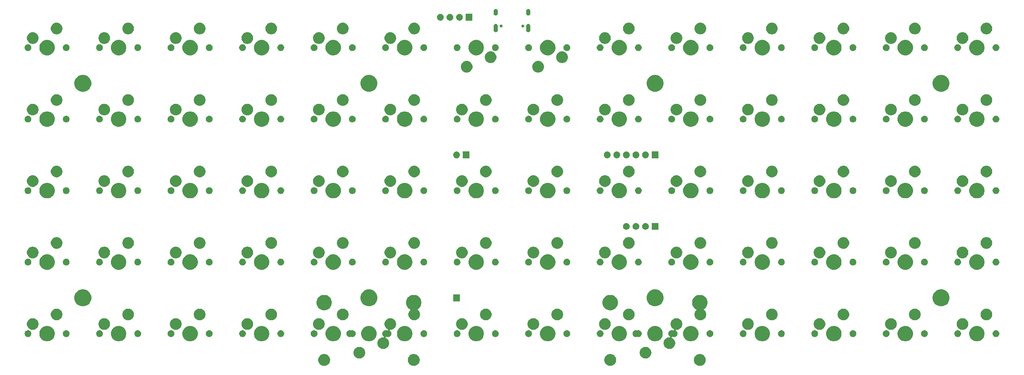
<source format=gts>
G04 #@! TF.GenerationSoftware,KiCad,Pcbnew,(5.1.4)-1*
G04 #@! TF.CreationDate,2019-10-19T21:06:49+08:00*
G04 #@! TF.ProjectId,shichi-pcb,73686963-6869-42d7-9063-622e6b696361,1.0*
G04 #@! TF.SameCoordinates,Original*
G04 #@! TF.FileFunction,Soldermask,Top*
G04 #@! TF.FilePolarity,Negative*
%FSLAX46Y46*%
G04 Gerber Fmt 4.6, Leading zero omitted, Abs format (unit mm)*
G04 Created by KiCad (PCBNEW (5.1.4)-1) date 2019-10-19 21:06:49*
%MOMM*%
%LPD*%
G04 APERTURE LIST*
%ADD10C,0.100000*%
G04 APERTURE END LIST*
D10*
G36*
X233131083Y-140939090D02*
G01*
X233359702Y-140984564D01*
X233646516Y-141103367D01*
X233904642Y-141275841D01*
X234124159Y-141495358D01*
X234296633Y-141753484D01*
X234415436Y-142040298D01*
X234476000Y-142344778D01*
X234476000Y-142655222D01*
X234415436Y-142959702D01*
X234296633Y-143246516D01*
X234124159Y-143504642D01*
X233904642Y-143724159D01*
X233646516Y-143896633D01*
X233359702Y-144015436D01*
X233131083Y-144060910D01*
X233055224Y-144076000D01*
X232744776Y-144076000D01*
X232668917Y-144060910D01*
X232440298Y-144015436D01*
X232153484Y-143896633D01*
X231895358Y-143724159D01*
X231675841Y-143504642D01*
X231503367Y-143246516D01*
X231384564Y-142959702D01*
X231324000Y-142655222D01*
X231324000Y-142344778D01*
X231384564Y-142040298D01*
X231503367Y-141753484D01*
X231675841Y-141495358D01*
X231895358Y-141275841D01*
X232153484Y-141103367D01*
X232440298Y-140984564D01*
X232668917Y-140939090D01*
X232744776Y-140924000D01*
X233055224Y-140924000D01*
X233131083Y-140939090D01*
X233131083Y-140939090D01*
G37*
G36*
X157131083Y-140939090D02*
G01*
X157359702Y-140984564D01*
X157646516Y-141103367D01*
X157904642Y-141275841D01*
X158124159Y-141495358D01*
X158296633Y-141753484D01*
X158415436Y-142040298D01*
X158476000Y-142344778D01*
X158476000Y-142655222D01*
X158415436Y-142959702D01*
X158296633Y-143246516D01*
X158124159Y-143504642D01*
X157904642Y-143724159D01*
X157646516Y-143896633D01*
X157359702Y-144015436D01*
X157131083Y-144060910D01*
X157055224Y-144076000D01*
X156744776Y-144076000D01*
X156668917Y-144060910D01*
X156440298Y-144015436D01*
X156153484Y-143896633D01*
X155895358Y-143724159D01*
X155675841Y-143504642D01*
X155503367Y-143246516D01*
X155384564Y-142959702D01*
X155324000Y-142655222D01*
X155324000Y-142344778D01*
X155384564Y-142040298D01*
X155503367Y-141753484D01*
X155675841Y-141495358D01*
X155895358Y-141275841D01*
X156153484Y-141103367D01*
X156440298Y-140984564D01*
X156668917Y-140939090D01*
X156744776Y-140924000D01*
X157055224Y-140924000D01*
X157131083Y-140939090D01*
X157131083Y-140939090D01*
G37*
G36*
X133331083Y-140939090D02*
G01*
X133559702Y-140984564D01*
X133846516Y-141103367D01*
X134104642Y-141275841D01*
X134324159Y-141495358D01*
X134496633Y-141753484D01*
X134615436Y-142040298D01*
X134676000Y-142344778D01*
X134676000Y-142655222D01*
X134615436Y-142959702D01*
X134496633Y-143246516D01*
X134324159Y-143504642D01*
X134104642Y-143724159D01*
X133846516Y-143896633D01*
X133559702Y-144015436D01*
X133331083Y-144060910D01*
X133255224Y-144076000D01*
X132944776Y-144076000D01*
X132868917Y-144060910D01*
X132640298Y-144015436D01*
X132353484Y-143896633D01*
X132095358Y-143724159D01*
X131875841Y-143504642D01*
X131703367Y-143246516D01*
X131584564Y-142959702D01*
X131524000Y-142655222D01*
X131524000Y-142344778D01*
X131584564Y-142040298D01*
X131703367Y-141753484D01*
X131875841Y-141495358D01*
X132095358Y-141275841D01*
X132353484Y-141103367D01*
X132640298Y-140984564D01*
X132868917Y-140939090D01*
X132944776Y-140924000D01*
X133255224Y-140924000D01*
X133331083Y-140939090D01*
X133331083Y-140939090D01*
G37*
G36*
X209331083Y-140939090D02*
G01*
X209559702Y-140984564D01*
X209846516Y-141103367D01*
X210104642Y-141275841D01*
X210324159Y-141495358D01*
X210496633Y-141753484D01*
X210615436Y-142040298D01*
X210676000Y-142344778D01*
X210676000Y-142655222D01*
X210615436Y-142959702D01*
X210496633Y-143246516D01*
X210324159Y-143504642D01*
X210104642Y-143724159D01*
X209846516Y-143896633D01*
X209559702Y-144015436D01*
X209331083Y-144060910D01*
X209255224Y-144076000D01*
X208944776Y-144076000D01*
X208868917Y-144060910D01*
X208640298Y-144015436D01*
X208353484Y-143896633D01*
X208095358Y-143724159D01*
X207875841Y-143504642D01*
X207703367Y-143246516D01*
X207584564Y-142959702D01*
X207524000Y-142655222D01*
X207524000Y-142344778D01*
X207584564Y-142040298D01*
X207703367Y-141753484D01*
X207875841Y-141495358D01*
X208095358Y-141275841D01*
X208353484Y-141103367D01*
X208640298Y-140984564D01*
X208868917Y-140939090D01*
X208944776Y-140924000D01*
X209255224Y-140924000D01*
X209331083Y-140939090D01*
X209331083Y-140939090D01*
G37*
G36*
X142762585Y-139058802D02*
G01*
X142912410Y-139088604D01*
X143194674Y-139205521D01*
X143448705Y-139375259D01*
X143664741Y-139591295D01*
X143834479Y-139845326D01*
X143951396Y-140127590D01*
X144011000Y-140427240D01*
X144011000Y-140732760D01*
X143951396Y-141032410D01*
X143834479Y-141314674D01*
X143664741Y-141568705D01*
X143448705Y-141784741D01*
X143194674Y-141954479D01*
X142912410Y-142071396D01*
X142762585Y-142101198D01*
X142612761Y-142131000D01*
X142307239Y-142131000D01*
X142157415Y-142101198D01*
X142007590Y-142071396D01*
X141725326Y-141954479D01*
X141471295Y-141784741D01*
X141255259Y-141568705D01*
X141085521Y-141314674D01*
X140968604Y-141032410D01*
X140909000Y-140732760D01*
X140909000Y-140427240D01*
X140968604Y-140127590D01*
X141085521Y-139845326D01*
X141255259Y-139591295D01*
X141471295Y-139375259D01*
X141725326Y-139205521D01*
X142007590Y-139088604D01*
X142157415Y-139058802D01*
X142307239Y-139029000D01*
X142612761Y-139029000D01*
X142762585Y-139058802D01*
X142762585Y-139058802D01*
G37*
G36*
X218762585Y-139058802D02*
G01*
X218912410Y-139088604D01*
X219194674Y-139205521D01*
X219448705Y-139375259D01*
X219664741Y-139591295D01*
X219834479Y-139845326D01*
X219951396Y-140127590D01*
X220011000Y-140427240D01*
X220011000Y-140732760D01*
X219951396Y-141032410D01*
X219834479Y-141314674D01*
X219664741Y-141568705D01*
X219448705Y-141784741D01*
X219194674Y-141954479D01*
X218912410Y-142071396D01*
X218762585Y-142101198D01*
X218612761Y-142131000D01*
X218307239Y-142131000D01*
X218157415Y-142101198D01*
X218007590Y-142071396D01*
X217725326Y-141954479D01*
X217471295Y-141784741D01*
X217255259Y-141568705D01*
X217085521Y-141314674D01*
X216968604Y-141032410D01*
X216909000Y-140732760D01*
X216909000Y-140427240D01*
X216968604Y-140127590D01*
X217085521Y-139845326D01*
X217255259Y-139591295D01*
X217471295Y-139375259D01*
X217725326Y-139205521D01*
X218007590Y-139088604D01*
X218157415Y-139058802D01*
X218307239Y-139029000D01*
X218612761Y-139029000D01*
X218762585Y-139058802D01*
X218762585Y-139058802D01*
G37*
G36*
X150992585Y-131438802D02*
G01*
X151142410Y-131468604D01*
X151424674Y-131585521D01*
X151678705Y-131755259D01*
X151894741Y-131971295D01*
X152064479Y-132225326D01*
X152181396Y-132507590D01*
X152241000Y-132807240D01*
X152241000Y-133112760D01*
X152181396Y-133412410D01*
X152064479Y-133694674D01*
X151894741Y-133948705D01*
X151678705Y-134164741D01*
X151424674Y-134334479D01*
X151142410Y-134451396D01*
X151019697Y-134475805D01*
X150842761Y-134511000D01*
X150633680Y-134511000D01*
X150609294Y-134513402D01*
X150585845Y-134520515D01*
X150564234Y-134532066D01*
X150545292Y-134547611D01*
X150529747Y-134566553D01*
X150518196Y-134588164D01*
X150511083Y-134611613D01*
X150508681Y-134635999D01*
X150511083Y-134660385D01*
X150518196Y-134683834D01*
X150529747Y-134705445D01*
X150545292Y-134724387D01*
X150564226Y-134739926D01*
X150654354Y-134800147D01*
X150779853Y-134925646D01*
X150878456Y-135073216D01*
X150946376Y-135237188D01*
X150981000Y-135411259D01*
X150981000Y-135588741D01*
X150946376Y-135762812D01*
X150878456Y-135926784D01*
X150779853Y-136074354D01*
X150654354Y-136199853D01*
X150506784Y-136298456D01*
X150342812Y-136366376D01*
X150193512Y-136396073D01*
X150168742Y-136401000D01*
X149991258Y-136401000D01*
X149966488Y-136396073D01*
X149817188Y-136366376D01*
X149797824Y-136358355D01*
X149774388Y-136351245D01*
X149750002Y-136348843D01*
X149725615Y-136351245D01*
X149702176Y-136358355D01*
X149682812Y-136366376D01*
X149508741Y-136401000D01*
X149508740Y-136401000D01*
X149505734Y-136401598D01*
X149482285Y-136408711D01*
X149460674Y-136420262D01*
X149441732Y-136435807D01*
X149426187Y-136454749D01*
X149414636Y-136476360D01*
X149407523Y-136499809D01*
X149405121Y-136524195D01*
X149407523Y-136548581D01*
X149414636Y-136572030D01*
X149426187Y-136593641D01*
X149441732Y-136612583D01*
X149460674Y-136628128D01*
X149482279Y-136639676D01*
X149544674Y-136665521D01*
X149798705Y-136835259D01*
X150014741Y-137051295D01*
X150184479Y-137305326D01*
X150301396Y-137587590D01*
X150361000Y-137887240D01*
X150361000Y-138192760D01*
X150301396Y-138492410D01*
X150184479Y-138774674D01*
X150014741Y-139028705D01*
X149798705Y-139244741D01*
X149544674Y-139414479D01*
X149262410Y-139531396D01*
X149112585Y-139561198D01*
X148962761Y-139591000D01*
X148657239Y-139591000D01*
X148507415Y-139561198D01*
X148357590Y-139531396D01*
X148075326Y-139414479D01*
X147821295Y-139244741D01*
X147605259Y-139028705D01*
X147435521Y-138774674D01*
X147318604Y-138492410D01*
X147259000Y-138192760D01*
X147259000Y-137887240D01*
X147318604Y-137587590D01*
X147435521Y-137305326D01*
X147605259Y-137051295D01*
X147821295Y-136835259D01*
X148075326Y-136665521D01*
X148357590Y-136548604D01*
X148602899Y-136499809D01*
X148657239Y-136489000D01*
X148866320Y-136489000D01*
X148890706Y-136486598D01*
X148914155Y-136479485D01*
X148935766Y-136467934D01*
X148954708Y-136452389D01*
X148970253Y-136433447D01*
X148981804Y-136411836D01*
X148988917Y-136388387D01*
X148991319Y-136364001D01*
X148988917Y-136339615D01*
X148981804Y-136316166D01*
X148970253Y-136294555D01*
X148954708Y-136275613D01*
X148935774Y-136260074D01*
X148845646Y-136199853D01*
X148720147Y-136074354D01*
X148621544Y-135926784D01*
X148553624Y-135762812D01*
X148519000Y-135588741D01*
X148519000Y-135411259D01*
X148553624Y-135237188D01*
X148621544Y-135073216D01*
X148720147Y-134925646D01*
X148845646Y-134800147D01*
X148993216Y-134701544D01*
X149157188Y-134633624D01*
X149306488Y-134603927D01*
X149331258Y-134599000D01*
X149508742Y-134599000D01*
X149533512Y-134603927D01*
X149682812Y-134633624D01*
X149702176Y-134641645D01*
X149725612Y-134648755D01*
X149749998Y-134651157D01*
X149774385Y-134648755D01*
X149797824Y-134641645D01*
X149817188Y-134633624D01*
X149991259Y-134599000D01*
X149991260Y-134599000D01*
X149994266Y-134598402D01*
X150017715Y-134591289D01*
X150039326Y-134579738D01*
X150058268Y-134564193D01*
X150073813Y-134545251D01*
X150085364Y-134523640D01*
X150092477Y-134500191D01*
X150094879Y-134475805D01*
X150092477Y-134451419D01*
X150085364Y-134427970D01*
X150073813Y-134406359D01*
X150058268Y-134387417D01*
X150039326Y-134371872D01*
X150017721Y-134360324D01*
X149955326Y-134334479D01*
X149701295Y-134164741D01*
X149485259Y-133948705D01*
X149315521Y-133694674D01*
X149198604Y-133412410D01*
X149139000Y-133112760D01*
X149139000Y-132807240D01*
X149198604Y-132507590D01*
X149315521Y-132225326D01*
X149485259Y-131971295D01*
X149701295Y-131755259D01*
X149955326Y-131585521D01*
X150237590Y-131468604D01*
X150387415Y-131438802D01*
X150537239Y-131409000D01*
X150842761Y-131409000D01*
X150992585Y-131438802D01*
X150992585Y-131438802D01*
G37*
G36*
X226992585Y-131438802D02*
G01*
X227142410Y-131468604D01*
X227424674Y-131585521D01*
X227678705Y-131755259D01*
X227894741Y-131971295D01*
X228064479Y-132225326D01*
X228181396Y-132507590D01*
X228241000Y-132807240D01*
X228241000Y-133112760D01*
X228181396Y-133412410D01*
X228064479Y-133694674D01*
X227894741Y-133948705D01*
X227678705Y-134164741D01*
X227424674Y-134334479D01*
X227142410Y-134451396D01*
X227019697Y-134475805D01*
X226842761Y-134511000D01*
X226633680Y-134511000D01*
X226609294Y-134513402D01*
X226585845Y-134520515D01*
X226564234Y-134532066D01*
X226545292Y-134547611D01*
X226529747Y-134566553D01*
X226518196Y-134588164D01*
X226511083Y-134611613D01*
X226508681Y-134635999D01*
X226511083Y-134660385D01*
X226518196Y-134683834D01*
X226529747Y-134705445D01*
X226545292Y-134724387D01*
X226564226Y-134739926D01*
X226654354Y-134800147D01*
X226779853Y-134925646D01*
X226878456Y-135073216D01*
X226946376Y-135237188D01*
X226981000Y-135411259D01*
X226981000Y-135588741D01*
X226946376Y-135762812D01*
X226878456Y-135926784D01*
X226779853Y-136074354D01*
X226654354Y-136199853D01*
X226506784Y-136298456D01*
X226342812Y-136366376D01*
X226193512Y-136396073D01*
X226168742Y-136401000D01*
X225991258Y-136401000D01*
X225966488Y-136396073D01*
X225817188Y-136366376D01*
X225797824Y-136358355D01*
X225774388Y-136351245D01*
X225750002Y-136348843D01*
X225725615Y-136351245D01*
X225702176Y-136358355D01*
X225682812Y-136366376D01*
X225508741Y-136401000D01*
X225508740Y-136401000D01*
X225505734Y-136401598D01*
X225482285Y-136408711D01*
X225460674Y-136420262D01*
X225441732Y-136435807D01*
X225426187Y-136454749D01*
X225414636Y-136476360D01*
X225407523Y-136499809D01*
X225405121Y-136524195D01*
X225407523Y-136548581D01*
X225414636Y-136572030D01*
X225426187Y-136593641D01*
X225441732Y-136612583D01*
X225460674Y-136628128D01*
X225482279Y-136639676D01*
X225544674Y-136665521D01*
X225798705Y-136835259D01*
X226014741Y-137051295D01*
X226184479Y-137305326D01*
X226301396Y-137587590D01*
X226361000Y-137887240D01*
X226361000Y-138192760D01*
X226301396Y-138492410D01*
X226184479Y-138774674D01*
X226014741Y-139028705D01*
X225798705Y-139244741D01*
X225544674Y-139414479D01*
X225262410Y-139531396D01*
X225112585Y-139561198D01*
X224962761Y-139591000D01*
X224657239Y-139591000D01*
X224507415Y-139561198D01*
X224357590Y-139531396D01*
X224075326Y-139414479D01*
X223821295Y-139244741D01*
X223605259Y-139028705D01*
X223435521Y-138774674D01*
X223318604Y-138492410D01*
X223259000Y-138192760D01*
X223259000Y-137887240D01*
X223318604Y-137587590D01*
X223435521Y-137305326D01*
X223605259Y-137051295D01*
X223821295Y-136835259D01*
X224075326Y-136665521D01*
X224357590Y-136548604D01*
X224602899Y-136499809D01*
X224657239Y-136489000D01*
X224866320Y-136489000D01*
X224890706Y-136486598D01*
X224914155Y-136479485D01*
X224935766Y-136467934D01*
X224954708Y-136452389D01*
X224970253Y-136433447D01*
X224981804Y-136411836D01*
X224988917Y-136388387D01*
X224991319Y-136364001D01*
X224988917Y-136339615D01*
X224981804Y-136316166D01*
X224970253Y-136294555D01*
X224954708Y-136275613D01*
X224935774Y-136260074D01*
X224845646Y-136199853D01*
X224720147Y-136074354D01*
X224621544Y-135926784D01*
X224553624Y-135762812D01*
X224519000Y-135588741D01*
X224519000Y-135411259D01*
X224553624Y-135237188D01*
X224621544Y-135073216D01*
X224720147Y-134925646D01*
X224845646Y-134800147D01*
X224993216Y-134701544D01*
X225157188Y-134633624D01*
X225306488Y-134603927D01*
X225331258Y-134599000D01*
X225508742Y-134599000D01*
X225533512Y-134603927D01*
X225682812Y-134633624D01*
X225702176Y-134641645D01*
X225725612Y-134648755D01*
X225749998Y-134651157D01*
X225774385Y-134648755D01*
X225797824Y-134641645D01*
X225817188Y-134633624D01*
X225991259Y-134599000D01*
X225991260Y-134599000D01*
X225994266Y-134598402D01*
X226017715Y-134591289D01*
X226039326Y-134579738D01*
X226058268Y-134564193D01*
X226073813Y-134545251D01*
X226085364Y-134523640D01*
X226092477Y-134500191D01*
X226094879Y-134475805D01*
X226092477Y-134451419D01*
X226085364Y-134427970D01*
X226073813Y-134406359D01*
X226058268Y-134387417D01*
X226039326Y-134371872D01*
X226017721Y-134360324D01*
X225955326Y-134334479D01*
X225701295Y-134164741D01*
X225485259Y-133948705D01*
X225315521Y-133694674D01*
X225198604Y-133412410D01*
X225139000Y-133112760D01*
X225139000Y-132807240D01*
X225198604Y-132507590D01*
X225315521Y-132225326D01*
X225485259Y-131971295D01*
X225701295Y-131755259D01*
X225955326Y-131585521D01*
X226237590Y-131468604D01*
X226387415Y-131438802D01*
X226537239Y-131409000D01*
X226842761Y-131409000D01*
X226992585Y-131438802D01*
X226992585Y-131438802D01*
G37*
G36*
X60098254Y-133527818D02*
G01*
X60471511Y-133682426D01*
X60471513Y-133682427D01*
X60807436Y-133906884D01*
X61093116Y-134192564D01*
X61307494Y-134513402D01*
X61317574Y-134528489D01*
X61472182Y-134901746D01*
X61551000Y-135297993D01*
X61551000Y-135702007D01*
X61472182Y-136098254D01*
X61317574Y-136471511D01*
X61317573Y-136471513D01*
X61093116Y-136807436D01*
X60807436Y-137093116D01*
X60471513Y-137317573D01*
X60471512Y-137317574D01*
X60471511Y-137317574D01*
X60098254Y-137472182D01*
X59702007Y-137551000D01*
X59297993Y-137551000D01*
X58901746Y-137472182D01*
X58528489Y-137317574D01*
X58528488Y-137317574D01*
X58528487Y-137317573D01*
X58192564Y-137093116D01*
X57906884Y-136807436D01*
X57682427Y-136471513D01*
X57682426Y-136471511D01*
X57527818Y-136098254D01*
X57449000Y-135702007D01*
X57449000Y-135297993D01*
X57527818Y-134901746D01*
X57682426Y-134528489D01*
X57692507Y-134513402D01*
X57906884Y-134192564D01*
X58192564Y-133906884D01*
X58528487Y-133682427D01*
X58528489Y-133682426D01*
X58901746Y-133527818D01*
X59297993Y-133449000D01*
X59702007Y-133449000D01*
X60098254Y-133527818D01*
X60098254Y-133527818D01*
G37*
G36*
X231098254Y-133527818D02*
G01*
X231471511Y-133682426D01*
X231471513Y-133682427D01*
X231807436Y-133906884D01*
X232093116Y-134192564D01*
X232307494Y-134513402D01*
X232317574Y-134528489D01*
X232472182Y-134901746D01*
X232551000Y-135297993D01*
X232551000Y-135702007D01*
X232472182Y-136098254D01*
X232317574Y-136471511D01*
X232317573Y-136471513D01*
X232093116Y-136807436D01*
X231807436Y-137093116D01*
X231471513Y-137317573D01*
X231471512Y-137317574D01*
X231471511Y-137317574D01*
X231098254Y-137472182D01*
X230702007Y-137551000D01*
X230297993Y-137551000D01*
X229901746Y-137472182D01*
X229528489Y-137317574D01*
X229528488Y-137317574D01*
X229528487Y-137317573D01*
X229192564Y-137093116D01*
X228906884Y-136807436D01*
X228682427Y-136471513D01*
X228682426Y-136471511D01*
X228527818Y-136098254D01*
X228449000Y-135702007D01*
X228449000Y-135297993D01*
X228527818Y-134901746D01*
X228682426Y-134528489D01*
X228692507Y-134513402D01*
X228906884Y-134192564D01*
X229192564Y-133906884D01*
X229528487Y-133682427D01*
X229528489Y-133682426D01*
X229901746Y-133527818D01*
X230297993Y-133449000D01*
X230702007Y-133449000D01*
X231098254Y-133527818D01*
X231098254Y-133527818D01*
G37*
G36*
X98098254Y-133527818D02*
G01*
X98471511Y-133682426D01*
X98471513Y-133682427D01*
X98807436Y-133906884D01*
X99093116Y-134192564D01*
X99307494Y-134513402D01*
X99317574Y-134528489D01*
X99472182Y-134901746D01*
X99551000Y-135297993D01*
X99551000Y-135702007D01*
X99472182Y-136098254D01*
X99317574Y-136471511D01*
X99317573Y-136471513D01*
X99093116Y-136807436D01*
X98807436Y-137093116D01*
X98471513Y-137317573D01*
X98471512Y-137317574D01*
X98471511Y-137317574D01*
X98098254Y-137472182D01*
X97702007Y-137551000D01*
X97297993Y-137551000D01*
X96901746Y-137472182D01*
X96528489Y-137317574D01*
X96528488Y-137317574D01*
X96528487Y-137317573D01*
X96192564Y-137093116D01*
X95906884Y-136807436D01*
X95682427Y-136471513D01*
X95682426Y-136471511D01*
X95527818Y-136098254D01*
X95449000Y-135702007D01*
X95449000Y-135297993D01*
X95527818Y-134901746D01*
X95682426Y-134528489D01*
X95692507Y-134513402D01*
X95906884Y-134192564D01*
X96192564Y-133906884D01*
X96528487Y-133682427D01*
X96528489Y-133682426D01*
X96901746Y-133527818D01*
X97297993Y-133449000D01*
X97702007Y-133449000D01*
X98098254Y-133527818D01*
X98098254Y-133527818D01*
G37*
G36*
X79098254Y-133527818D02*
G01*
X79471511Y-133682426D01*
X79471513Y-133682427D01*
X79807436Y-133906884D01*
X80093116Y-134192564D01*
X80307494Y-134513402D01*
X80317574Y-134528489D01*
X80472182Y-134901746D01*
X80551000Y-135297993D01*
X80551000Y-135702007D01*
X80472182Y-136098254D01*
X80317574Y-136471511D01*
X80317573Y-136471513D01*
X80093116Y-136807436D01*
X79807436Y-137093116D01*
X79471513Y-137317573D01*
X79471512Y-137317574D01*
X79471511Y-137317574D01*
X79098254Y-137472182D01*
X78702007Y-137551000D01*
X78297993Y-137551000D01*
X77901746Y-137472182D01*
X77528489Y-137317574D01*
X77528488Y-137317574D01*
X77528487Y-137317573D01*
X77192564Y-137093116D01*
X76906884Y-136807436D01*
X76682427Y-136471513D01*
X76682426Y-136471511D01*
X76527818Y-136098254D01*
X76449000Y-135702007D01*
X76449000Y-135297993D01*
X76527818Y-134901746D01*
X76682426Y-134528489D01*
X76692507Y-134513402D01*
X76906884Y-134192564D01*
X77192564Y-133906884D01*
X77528487Y-133682427D01*
X77528489Y-133682426D01*
X77901746Y-133527818D01*
X78297993Y-133449000D01*
X78702007Y-133449000D01*
X79098254Y-133527818D01*
X79098254Y-133527818D01*
G37*
G36*
X250098254Y-133527818D02*
G01*
X250471511Y-133682426D01*
X250471513Y-133682427D01*
X250807436Y-133906884D01*
X251093116Y-134192564D01*
X251307494Y-134513402D01*
X251317574Y-134528489D01*
X251472182Y-134901746D01*
X251551000Y-135297993D01*
X251551000Y-135702007D01*
X251472182Y-136098254D01*
X251317574Y-136471511D01*
X251317573Y-136471513D01*
X251093116Y-136807436D01*
X250807436Y-137093116D01*
X250471513Y-137317573D01*
X250471512Y-137317574D01*
X250471511Y-137317574D01*
X250098254Y-137472182D01*
X249702007Y-137551000D01*
X249297993Y-137551000D01*
X248901746Y-137472182D01*
X248528489Y-137317574D01*
X248528488Y-137317574D01*
X248528487Y-137317573D01*
X248192564Y-137093116D01*
X247906884Y-136807436D01*
X247682427Y-136471513D01*
X247682426Y-136471511D01*
X247527818Y-136098254D01*
X247449000Y-135702007D01*
X247449000Y-135297993D01*
X247527818Y-134901746D01*
X247682426Y-134528489D01*
X247692507Y-134513402D01*
X247906884Y-134192564D01*
X248192564Y-133906884D01*
X248528487Y-133682427D01*
X248528489Y-133682426D01*
X248901746Y-133527818D01*
X249297993Y-133449000D01*
X249702007Y-133449000D01*
X250098254Y-133527818D01*
X250098254Y-133527818D01*
G37*
G36*
X212098254Y-133527818D02*
G01*
X212471511Y-133682426D01*
X212471513Y-133682427D01*
X212807436Y-133906884D01*
X213093116Y-134192564D01*
X213307494Y-134513402D01*
X213317574Y-134528489D01*
X213472182Y-134901746D01*
X213551000Y-135297993D01*
X213551000Y-135702007D01*
X213472182Y-136098254D01*
X213317574Y-136471511D01*
X213317573Y-136471513D01*
X213093116Y-136807436D01*
X212807436Y-137093116D01*
X212471513Y-137317573D01*
X212471512Y-137317574D01*
X212471511Y-137317574D01*
X212098254Y-137472182D01*
X211702007Y-137551000D01*
X211297993Y-137551000D01*
X210901746Y-137472182D01*
X210528489Y-137317574D01*
X210528488Y-137317574D01*
X210528487Y-137317573D01*
X210192564Y-137093116D01*
X209906884Y-136807436D01*
X209682427Y-136471513D01*
X209682426Y-136471511D01*
X209527818Y-136098254D01*
X209449000Y-135702007D01*
X209449000Y-135297993D01*
X209527818Y-134901746D01*
X209682426Y-134528489D01*
X209692507Y-134513402D01*
X209906884Y-134192564D01*
X210192564Y-133906884D01*
X210528487Y-133682427D01*
X210528489Y-133682426D01*
X210901746Y-133527818D01*
X211297993Y-133449000D01*
X211702007Y-133449000D01*
X212098254Y-133527818D01*
X212098254Y-133527818D01*
G37*
G36*
X269098254Y-133527818D02*
G01*
X269471511Y-133682426D01*
X269471513Y-133682427D01*
X269807436Y-133906884D01*
X270093116Y-134192564D01*
X270307494Y-134513402D01*
X270317574Y-134528489D01*
X270472182Y-134901746D01*
X270551000Y-135297993D01*
X270551000Y-135702007D01*
X270472182Y-136098254D01*
X270317574Y-136471511D01*
X270317573Y-136471513D01*
X270093116Y-136807436D01*
X269807436Y-137093116D01*
X269471513Y-137317573D01*
X269471512Y-137317574D01*
X269471511Y-137317574D01*
X269098254Y-137472182D01*
X268702007Y-137551000D01*
X268297993Y-137551000D01*
X267901746Y-137472182D01*
X267528489Y-137317574D01*
X267528488Y-137317574D01*
X267528487Y-137317573D01*
X267192564Y-137093116D01*
X266906884Y-136807436D01*
X266682427Y-136471513D01*
X266682426Y-136471511D01*
X266527818Y-136098254D01*
X266449000Y-135702007D01*
X266449000Y-135297993D01*
X266527818Y-134901746D01*
X266682426Y-134528489D01*
X266692507Y-134513402D01*
X266906884Y-134192564D01*
X267192564Y-133906884D01*
X267528487Y-133682427D01*
X267528489Y-133682426D01*
X267901746Y-133527818D01*
X268297993Y-133449000D01*
X268702007Y-133449000D01*
X269098254Y-133527818D01*
X269098254Y-133527818D01*
G37*
G36*
X288098254Y-133527818D02*
G01*
X288471511Y-133682426D01*
X288471513Y-133682427D01*
X288807436Y-133906884D01*
X289093116Y-134192564D01*
X289307494Y-134513402D01*
X289317574Y-134528489D01*
X289472182Y-134901746D01*
X289551000Y-135297993D01*
X289551000Y-135702007D01*
X289472182Y-136098254D01*
X289317574Y-136471511D01*
X289317573Y-136471513D01*
X289093116Y-136807436D01*
X288807436Y-137093116D01*
X288471513Y-137317573D01*
X288471512Y-137317574D01*
X288471511Y-137317574D01*
X288098254Y-137472182D01*
X287702007Y-137551000D01*
X287297993Y-137551000D01*
X286901746Y-137472182D01*
X286528489Y-137317574D01*
X286528488Y-137317574D01*
X286528487Y-137317573D01*
X286192564Y-137093116D01*
X285906884Y-136807436D01*
X285682427Y-136471513D01*
X285682426Y-136471511D01*
X285527818Y-136098254D01*
X285449000Y-135702007D01*
X285449000Y-135297993D01*
X285527818Y-134901746D01*
X285682426Y-134528489D01*
X285692507Y-134513402D01*
X285906884Y-134192564D01*
X286192564Y-133906884D01*
X286528487Y-133682427D01*
X286528489Y-133682426D01*
X286901746Y-133527818D01*
X287297993Y-133449000D01*
X287702007Y-133449000D01*
X288098254Y-133527818D01*
X288098254Y-133527818D01*
G37*
G36*
X221598254Y-133527818D02*
G01*
X221971511Y-133682426D01*
X221971513Y-133682427D01*
X222307436Y-133906884D01*
X222593116Y-134192564D01*
X222807494Y-134513402D01*
X222817574Y-134528489D01*
X222972182Y-134901746D01*
X223051000Y-135297993D01*
X223051000Y-135702007D01*
X222972182Y-136098254D01*
X222817574Y-136471511D01*
X222817573Y-136471513D01*
X222593116Y-136807436D01*
X222307436Y-137093116D01*
X221971513Y-137317573D01*
X221971512Y-137317574D01*
X221971511Y-137317574D01*
X221598254Y-137472182D01*
X221202007Y-137551000D01*
X220797993Y-137551000D01*
X220401746Y-137472182D01*
X220028489Y-137317574D01*
X220028488Y-137317574D01*
X220028487Y-137317573D01*
X219692564Y-137093116D01*
X219406884Y-136807436D01*
X219182427Y-136471513D01*
X219182426Y-136471511D01*
X219027818Y-136098254D01*
X218949000Y-135702007D01*
X218949000Y-135297993D01*
X219027818Y-134901746D01*
X219182426Y-134528489D01*
X219192507Y-134513402D01*
X219406884Y-134192564D01*
X219692564Y-133906884D01*
X220028487Y-133682427D01*
X220028489Y-133682426D01*
X220401746Y-133527818D01*
X220797993Y-133449000D01*
X221202007Y-133449000D01*
X221598254Y-133527818D01*
X221598254Y-133527818D01*
G37*
G36*
X174098254Y-133527818D02*
G01*
X174471511Y-133682426D01*
X174471513Y-133682427D01*
X174807436Y-133906884D01*
X175093116Y-134192564D01*
X175307494Y-134513402D01*
X175317574Y-134528489D01*
X175472182Y-134901746D01*
X175551000Y-135297993D01*
X175551000Y-135702007D01*
X175472182Y-136098254D01*
X175317574Y-136471511D01*
X175317573Y-136471513D01*
X175093116Y-136807436D01*
X174807436Y-137093116D01*
X174471513Y-137317573D01*
X174471512Y-137317574D01*
X174471511Y-137317574D01*
X174098254Y-137472182D01*
X173702007Y-137551000D01*
X173297993Y-137551000D01*
X172901746Y-137472182D01*
X172528489Y-137317574D01*
X172528488Y-137317574D01*
X172528487Y-137317573D01*
X172192564Y-137093116D01*
X171906884Y-136807436D01*
X171682427Y-136471513D01*
X171682426Y-136471511D01*
X171527818Y-136098254D01*
X171449000Y-135702007D01*
X171449000Y-135297993D01*
X171527818Y-134901746D01*
X171682426Y-134528489D01*
X171692507Y-134513402D01*
X171906884Y-134192564D01*
X172192564Y-133906884D01*
X172528487Y-133682427D01*
X172528489Y-133682426D01*
X172901746Y-133527818D01*
X173297993Y-133449000D01*
X173702007Y-133449000D01*
X174098254Y-133527818D01*
X174098254Y-133527818D01*
G37*
G36*
X155098254Y-133527818D02*
G01*
X155471511Y-133682426D01*
X155471513Y-133682427D01*
X155807436Y-133906884D01*
X156093116Y-134192564D01*
X156307494Y-134513402D01*
X156317574Y-134528489D01*
X156472182Y-134901746D01*
X156551000Y-135297993D01*
X156551000Y-135702007D01*
X156472182Y-136098254D01*
X156317574Y-136471511D01*
X156317573Y-136471513D01*
X156093116Y-136807436D01*
X155807436Y-137093116D01*
X155471513Y-137317573D01*
X155471512Y-137317574D01*
X155471511Y-137317574D01*
X155098254Y-137472182D01*
X154702007Y-137551000D01*
X154297993Y-137551000D01*
X153901746Y-137472182D01*
X153528489Y-137317574D01*
X153528488Y-137317574D01*
X153528487Y-137317573D01*
X153192564Y-137093116D01*
X152906884Y-136807436D01*
X152682427Y-136471513D01*
X152682426Y-136471511D01*
X152527818Y-136098254D01*
X152449000Y-135702007D01*
X152449000Y-135297993D01*
X152527818Y-134901746D01*
X152682426Y-134528489D01*
X152692507Y-134513402D01*
X152906884Y-134192564D01*
X153192564Y-133906884D01*
X153528487Y-133682427D01*
X153528489Y-133682426D01*
X153901746Y-133527818D01*
X154297993Y-133449000D01*
X154702007Y-133449000D01*
X155098254Y-133527818D01*
X155098254Y-133527818D01*
G37*
G36*
X307098254Y-133527818D02*
G01*
X307471511Y-133682426D01*
X307471513Y-133682427D01*
X307807436Y-133906884D01*
X308093116Y-134192564D01*
X308307494Y-134513402D01*
X308317574Y-134528489D01*
X308472182Y-134901746D01*
X308551000Y-135297993D01*
X308551000Y-135702007D01*
X308472182Y-136098254D01*
X308317574Y-136471511D01*
X308317573Y-136471513D01*
X308093116Y-136807436D01*
X307807436Y-137093116D01*
X307471513Y-137317573D01*
X307471512Y-137317574D01*
X307471511Y-137317574D01*
X307098254Y-137472182D01*
X306702007Y-137551000D01*
X306297993Y-137551000D01*
X305901746Y-137472182D01*
X305528489Y-137317574D01*
X305528488Y-137317574D01*
X305528487Y-137317573D01*
X305192564Y-137093116D01*
X304906884Y-136807436D01*
X304682427Y-136471513D01*
X304682426Y-136471511D01*
X304527818Y-136098254D01*
X304449000Y-135702007D01*
X304449000Y-135297993D01*
X304527818Y-134901746D01*
X304682426Y-134528489D01*
X304692507Y-134513402D01*
X304906884Y-134192564D01*
X305192564Y-133906884D01*
X305528487Y-133682427D01*
X305528489Y-133682426D01*
X305901746Y-133527818D01*
X306297993Y-133449000D01*
X306702007Y-133449000D01*
X307098254Y-133527818D01*
X307098254Y-133527818D01*
G37*
G36*
X136098254Y-133527818D02*
G01*
X136471511Y-133682426D01*
X136471513Y-133682427D01*
X136807436Y-133906884D01*
X137093116Y-134192564D01*
X137307494Y-134513402D01*
X137317574Y-134528489D01*
X137472182Y-134901746D01*
X137551000Y-135297993D01*
X137551000Y-135702007D01*
X137472182Y-136098254D01*
X137317574Y-136471511D01*
X137317573Y-136471513D01*
X137093116Y-136807436D01*
X136807436Y-137093116D01*
X136471513Y-137317573D01*
X136471512Y-137317574D01*
X136471511Y-137317574D01*
X136098254Y-137472182D01*
X135702007Y-137551000D01*
X135297993Y-137551000D01*
X134901746Y-137472182D01*
X134528489Y-137317574D01*
X134528488Y-137317574D01*
X134528487Y-137317573D01*
X134192564Y-137093116D01*
X133906884Y-136807436D01*
X133682427Y-136471513D01*
X133682426Y-136471511D01*
X133527818Y-136098254D01*
X133449000Y-135702007D01*
X133449000Y-135297993D01*
X133527818Y-134901746D01*
X133682426Y-134528489D01*
X133692507Y-134513402D01*
X133906884Y-134192564D01*
X134192564Y-133906884D01*
X134528487Y-133682427D01*
X134528489Y-133682426D01*
X134901746Y-133527818D01*
X135297993Y-133449000D01*
X135702007Y-133449000D01*
X136098254Y-133527818D01*
X136098254Y-133527818D01*
G37*
G36*
X145598254Y-133527818D02*
G01*
X145971511Y-133682426D01*
X145971513Y-133682427D01*
X146307436Y-133906884D01*
X146593116Y-134192564D01*
X146807494Y-134513402D01*
X146817574Y-134528489D01*
X146972182Y-134901746D01*
X147051000Y-135297993D01*
X147051000Y-135702007D01*
X146972182Y-136098254D01*
X146817574Y-136471511D01*
X146817573Y-136471513D01*
X146593116Y-136807436D01*
X146307436Y-137093116D01*
X145971513Y-137317573D01*
X145971512Y-137317574D01*
X145971511Y-137317574D01*
X145598254Y-137472182D01*
X145202007Y-137551000D01*
X144797993Y-137551000D01*
X144401746Y-137472182D01*
X144028489Y-137317574D01*
X144028488Y-137317574D01*
X144028487Y-137317573D01*
X143692564Y-137093116D01*
X143406884Y-136807436D01*
X143182427Y-136471513D01*
X143182426Y-136471511D01*
X143027818Y-136098254D01*
X142949000Y-135702007D01*
X142949000Y-135297993D01*
X143027818Y-134901746D01*
X143182426Y-134528489D01*
X143192507Y-134513402D01*
X143406884Y-134192564D01*
X143692564Y-133906884D01*
X144028487Y-133682427D01*
X144028489Y-133682426D01*
X144401746Y-133527818D01*
X144797993Y-133449000D01*
X145202007Y-133449000D01*
X145598254Y-133527818D01*
X145598254Y-133527818D01*
G37*
G36*
X117098254Y-133527818D02*
G01*
X117471511Y-133682426D01*
X117471513Y-133682427D01*
X117807436Y-133906884D01*
X118093116Y-134192564D01*
X118307494Y-134513402D01*
X118317574Y-134528489D01*
X118472182Y-134901746D01*
X118551000Y-135297993D01*
X118551000Y-135702007D01*
X118472182Y-136098254D01*
X118317574Y-136471511D01*
X118317573Y-136471513D01*
X118093116Y-136807436D01*
X117807436Y-137093116D01*
X117471513Y-137317573D01*
X117471512Y-137317574D01*
X117471511Y-137317574D01*
X117098254Y-137472182D01*
X116702007Y-137551000D01*
X116297993Y-137551000D01*
X115901746Y-137472182D01*
X115528489Y-137317574D01*
X115528488Y-137317574D01*
X115528487Y-137317573D01*
X115192564Y-137093116D01*
X114906884Y-136807436D01*
X114682427Y-136471513D01*
X114682426Y-136471511D01*
X114527818Y-136098254D01*
X114449000Y-135702007D01*
X114449000Y-135297993D01*
X114527818Y-134901746D01*
X114682426Y-134528489D01*
X114692507Y-134513402D01*
X114906884Y-134192564D01*
X115192564Y-133906884D01*
X115528487Y-133682427D01*
X115528489Y-133682426D01*
X115901746Y-133527818D01*
X116297993Y-133449000D01*
X116702007Y-133449000D01*
X117098254Y-133527818D01*
X117098254Y-133527818D01*
G37*
G36*
X193098254Y-133527818D02*
G01*
X193471511Y-133682426D01*
X193471513Y-133682427D01*
X193807436Y-133906884D01*
X194093116Y-134192564D01*
X194307494Y-134513402D01*
X194317574Y-134528489D01*
X194472182Y-134901746D01*
X194551000Y-135297993D01*
X194551000Y-135702007D01*
X194472182Y-136098254D01*
X194317574Y-136471511D01*
X194317573Y-136471513D01*
X194093116Y-136807436D01*
X193807436Y-137093116D01*
X193471513Y-137317573D01*
X193471512Y-137317574D01*
X193471511Y-137317574D01*
X193098254Y-137472182D01*
X192702007Y-137551000D01*
X192297993Y-137551000D01*
X191901746Y-137472182D01*
X191528489Y-137317574D01*
X191528488Y-137317574D01*
X191528487Y-137317573D01*
X191192564Y-137093116D01*
X190906884Y-136807436D01*
X190682427Y-136471513D01*
X190682426Y-136471511D01*
X190527818Y-136098254D01*
X190449000Y-135702007D01*
X190449000Y-135297993D01*
X190527818Y-134901746D01*
X190682426Y-134528489D01*
X190692507Y-134513402D01*
X190906884Y-134192564D01*
X191192564Y-133906884D01*
X191528487Y-133682427D01*
X191528489Y-133682426D01*
X191901746Y-133527818D01*
X192297993Y-133449000D01*
X192702007Y-133449000D01*
X193098254Y-133527818D01*
X193098254Y-133527818D01*
G37*
G36*
X168533512Y-134603927D02*
G01*
X168682812Y-134633624D01*
X168846784Y-134701544D01*
X168994354Y-134800147D01*
X169119853Y-134925646D01*
X169218456Y-135073216D01*
X169286376Y-135237188D01*
X169321000Y-135411259D01*
X169321000Y-135588741D01*
X169286376Y-135762812D01*
X169218456Y-135926784D01*
X169119853Y-136074354D01*
X168994354Y-136199853D01*
X168846784Y-136298456D01*
X168682812Y-136366376D01*
X168533512Y-136396073D01*
X168508742Y-136401000D01*
X168331258Y-136401000D01*
X168306488Y-136396073D01*
X168157188Y-136366376D01*
X167993216Y-136298456D01*
X167845646Y-136199853D01*
X167720147Y-136074354D01*
X167621544Y-135926784D01*
X167553624Y-135762812D01*
X167519000Y-135588741D01*
X167519000Y-135411259D01*
X167553624Y-135237188D01*
X167621544Y-135073216D01*
X167720147Y-134925646D01*
X167845646Y-134800147D01*
X167993216Y-134701544D01*
X168157188Y-134633624D01*
X168306488Y-134603927D01*
X168331258Y-134599000D01*
X168508742Y-134599000D01*
X168533512Y-134603927D01*
X168533512Y-134603927D01*
G37*
G36*
X73533512Y-134603927D02*
G01*
X73682812Y-134633624D01*
X73846784Y-134701544D01*
X73994354Y-134800147D01*
X74119853Y-134925646D01*
X74218456Y-135073216D01*
X74286376Y-135237188D01*
X74321000Y-135411259D01*
X74321000Y-135588741D01*
X74286376Y-135762812D01*
X74218456Y-135926784D01*
X74119853Y-136074354D01*
X73994354Y-136199853D01*
X73846784Y-136298456D01*
X73682812Y-136366376D01*
X73533512Y-136396073D01*
X73508742Y-136401000D01*
X73331258Y-136401000D01*
X73306488Y-136396073D01*
X73157188Y-136366376D01*
X72993216Y-136298456D01*
X72845646Y-136199853D01*
X72720147Y-136074354D01*
X72621544Y-135926784D01*
X72553624Y-135762812D01*
X72519000Y-135588741D01*
X72519000Y-135411259D01*
X72553624Y-135237188D01*
X72621544Y-135073216D01*
X72720147Y-134925646D01*
X72845646Y-134800147D01*
X72993216Y-134701544D01*
X73157188Y-134633624D01*
X73306488Y-134603927D01*
X73331258Y-134599000D01*
X73508742Y-134599000D01*
X73533512Y-134603927D01*
X73533512Y-134603927D01*
G37*
G36*
X83693512Y-134603927D02*
G01*
X83842812Y-134633624D01*
X84006784Y-134701544D01*
X84154354Y-134800147D01*
X84279853Y-134925646D01*
X84378456Y-135073216D01*
X84446376Y-135237188D01*
X84481000Y-135411259D01*
X84481000Y-135588741D01*
X84446376Y-135762812D01*
X84378456Y-135926784D01*
X84279853Y-136074354D01*
X84154354Y-136199853D01*
X84006784Y-136298456D01*
X83842812Y-136366376D01*
X83693512Y-136396073D01*
X83668742Y-136401000D01*
X83491258Y-136401000D01*
X83466488Y-136396073D01*
X83317188Y-136366376D01*
X83153216Y-136298456D01*
X83005646Y-136199853D01*
X82880147Y-136074354D01*
X82781544Y-135926784D01*
X82713624Y-135762812D01*
X82679000Y-135588741D01*
X82679000Y-135411259D01*
X82713624Y-135237188D01*
X82781544Y-135073216D01*
X82880147Y-134925646D01*
X83005646Y-134800147D01*
X83153216Y-134701544D01*
X83317188Y-134633624D01*
X83466488Y-134603927D01*
X83491258Y-134599000D01*
X83668742Y-134599000D01*
X83693512Y-134603927D01*
X83693512Y-134603927D01*
G37*
G36*
X92533512Y-134603927D02*
G01*
X92682812Y-134633624D01*
X92846784Y-134701544D01*
X92994354Y-134800147D01*
X93119853Y-134925646D01*
X93218456Y-135073216D01*
X93286376Y-135237188D01*
X93321000Y-135411259D01*
X93321000Y-135588741D01*
X93286376Y-135762812D01*
X93218456Y-135926784D01*
X93119853Y-136074354D01*
X92994354Y-136199853D01*
X92846784Y-136298456D01*
X92682812Y-136366376D01*
X92533512Y-136396073D01*
X92508742Y-136401000D01*
X92331258Y-136401000D01*
X92306488Y-136396073D01*
X92157188Y-136366376D01*
X91993216Y-136298456D01*
X91845646Y-136199853D01*
X91720147Y-136074354D01*
X91621544Y-135926784D01*
X91553624Y-135762812D01*
X91519000Y-135588741D01*
X91519000Y-135411259D01*
X91553624Y-135237188D01*
X91621544Y-135073216D01*
X91720147Y-134925646D01*
X91845646Y-134800147D01*
X91993216Y-134701544D01*
X92157188Y-134633624D01*
X92306488Y-134603927D01*
X92331258Y-134599000D01*
X92508742Y-134599000D01*
X92533512Y-134603927D01*
X92533512Y-134603927D01*
G37*
G36*
X102693512Y-134603927D02*
G01*
X102842812Y-134633624D01*
X103006784Y-134701544D01*
X103154354Y-134800147D01*
X103279853Y-134925646D01*
X103378456Y-135073216D01*
X103446376Y-135237188D01*
X103481000Y-135411259D01*
X103481000Y-135588741D01*
X103446376Y-135762812D01*
X103378456Y-135926784D01*
X103279853Y-136074354D01*
X103154354Y-136199853D01*
X103006784Y-136298456D01*
X102842812Y-136366376D01*
X102693512Y-136396073D01*
X102668742Y-136401000D01*
X102491258Y-136401000D01*
X102466488Y-136396073D01*
X102317188Y-136366376D01*
X102153216Y-136298456D01*
X102005646Y-136199853D01*
X101880147Y-136074354D01*
X101781544Y-135926784D01*
X101713624Y-135762812D01*
X101679000Y-135588741D01*
X101679000Y-135411259D01*
X101713624Y-135237188D01*
X101781544Y-135073216D01*
X101880147Y-134925646D01*
X102005646Y-134800147D01*
X102153216Y-134701544D01*
X102317188Y-134633624D01*
X102466488Y-134603927D01*
X102491258Y-134599000D01*
X102668742Y-134599000D01*
X102693512Y-134603927D01*
X102693512Y-134603927D01*
G37*
G36*
X111533512Y-134603927D02*
G01*
X111682812Y-134633624D01*
X111846784Y-134701544D01*
X111994354Y-134800147D01*
X112119853Y-134925646D01*
X112218456Y-135073216D01*
X112286376Y-135237188D01*
X112321000Y-135411259D01*
X112321000Y-135588741D01*
X112286376Y-135762812D01*
X112218456Y-135926784D01*
X112119853Y-136074354D01*
X111994354Y-136199853D01*
X111846784Y-136298456D01*
X111682812Y-136366376D01*
X111533512Y-136396073D01*
X111508742Y-136401000D01*
X111331258Y-136401000D01*
X111306488Y-136396073D01*
X111157188Y-136366376D01*
X110993216Y-136298456D01*
X110845646Y-136199853D01*
X110720147Y-136074354D01*
X110621544Y-135926784D01*
X110553624Y-135762812D01*
X110519000Y-135588741D01*
X110519000Y-135411259D01*
X110553624Y-135237188D01*
X110621544Y-135073216D01*
X110720147Y-134925646D01*
X110845646Y-134800147D01*
X110993216Y-134701544D01*
X111157188Y-134633624D01*
X111306488Y-134603927D01*
X111331258Y-134599000D01*
X111508742Y-134599000D01*
X111533512Y-134603927D01*
X111533512Y-134603927D01*
G37*
G36*
X121693512Y-134603927D02*
G01*
X121842812Y-134633624D01*
X122006784Y-134701544D01*
X122154354Y-134800147D01*
X122279853Y-134925646D01*
X122378456Y-135073216D01*
X122446376Y-135237188D01*
X122481000Y-135411259D01*
X122481000Y-135588741D01*
X122446376Y-135762812D01*
X122378456Y-135926784D01*
X122279853Y-136074354D01*
X122154354Y-136199853D01*
X122006784Y-136298456D01*
X121842812Y-136366376D01*
X121693512Y-136396073D01*
X121668742Y-136401000D01*
X121491258Y-136401000D01*
X121466488Y-136396073D01*
X121317188Y-136366376D01*
X121153216Y-136298456D01*
X121005646Y-136199853D01*
X120880147Y-136074354D01*
X120781544Y-135926784D01*
X120713624Y-135762812D01*
X120679000Y-135588741D01*
X120679000Y-135411259D01*
X120713624Y-135237188D01*
X120781544Y-135073216D01*
X120880147Y-134925646D01*
X121005646Y-134800147D01*
X121153216Y-134701544D01*
X121317188Y-134633624D01*
X121466488Y-134603927D01*
X121491258Y-134599000D01*
X121668742Y-134599000D01*
X121693512Y-134603927D01*
X121693512Y-134603927D01*
G37*
G36*
X130533512Y-134603927D02*
G01*
X130682812Y-134633624D01*
X130846784Y-134701544D01*
X130994354Y-134800147D01*
X131119853Y-134925646D01*
X131218456Y-135073216D01*
X131286376Y-135237188D01*
X131321000Y-135411259D01*
X131321000Y-135588741D01*
X131286376Y-135762812D01*
X131218456Y-135926784D01*
X131119853Y-136074354D01*
X130994354Y-136199853D01*
X130846784Y-136298456D01*
X130682812Y-136366376D01*
X130533512Y-136396073D01*
X130508742Y-136401000D01*
X130331258Y-136401000D01*
X130306488Y-136396073D01*
X130157188Y-136366376D01*
X129993216Y-136298456D01*
X129845646Y-136199853D01*
X129720147Y-136074354D01*
X129621544Y-135926784D01*
X129553624Y-135762812D01*
X129519000Y-135588741D01*
X129519000Y-135411259D01*
X129553624Y-135237188D01*
X129621544Y-135073216D01*
X129720147Y-134925646D01*
X129845646Y-134800147D01*
X129993216Y-134701544D01*
X130157188Y-134633624D01*
X130306488Y-134603927D01*
X130331258Y-134599000D01*
X130508742Y-134599000D01*
X130533512Y-134603927D01*
X130533512Y-134603927D01*
G37*
G36*
X263533512Y-134603927D02*
G01*
X263682812Y-134633624D01*
X263846784Y-134701544D01*
X263994354Y-134800147D01*
X264119853Y-134925646D01*
X264218456Y-135073216D01*
X264286376Y-135237188D01*
X264321000Y-135411259D01*
X264321000Y-135588741D01*
X264286376Y-135762812D01*
X264218456Y-135926784D01*
X264119853Y-136074354D01*
X263994354Y-136199853D01*
X263846784Y-136298456D01*
X263682812Y-136366376D01*
X263533512Y-136396073D01*
X263508742Y-136401000D01*
X263331258Y-136401000D01*
X263306488Y-136396073D01*
X263157188Y-136366376D01*
X262993216Y-136298456D01*
X262845646Y-136199853D01*
X262720147Y-136074354D01*
X262621544Y-135926784D01*
X262553624Y-135762812D01*
X262519000Y-135588741D01*
X262519000Y-135411259D01*
X262553624Y-135237188D01*
X262621544Y-135073216D01*
X262720147Y-134925646D01*
X262845646Y-134800147D01*
X262993216Y-134701544D01*
X263157188Y-134633624D01*
X263306488Y-134603927D01*
X263331258Y-134599000D01*
X263508742Y-134599000D01*
X263533512Y-134603927D01*
X263533512Y-134603927D01*
G37*
G36*
X178693512Y-134603927D02*
G01*
X178842812Y-134633624D01*
X179006784Y-134701544D01*
X179154354Y-134800147D01*
X179279853Y-134925646D01*
X179378456Y-135073216D01*
X179446376Y-135237188D01*
X179481000Y-135411259D01*
X179481000Y-135588741D01*
X179446376Y-135762812D01*
X179378456Y-135926784D01*
X179279853Y-136074354D01*
X179154354Y-136199853D01*
X179006784Y-136298456D01*
X178842812Y-136366376D01*
X178693512Y-136396073D01*
X178668742Y-136401000D01*
X178491258Y-136401000D01*
X178466488Y-136396073D01*
X178317188Y-136366376D01*
X178153216Y-136298456D01*
X178005646Y-136199853D01*
X177880147Y-136074354D01*
X177781544Y-135926784D01*
X177713624Y-135762812D01*
X177679000Y-135588741D01*
X177679000Y-135411259D01*
X177713624Y-135237188D01*
X177781544Y-135073216D01*
X177880147Y-134925646D01*
X178005646Y-134800147D01*
X178153216Y-134701544D01*
X178317188Y-134633624D01*
X178466488Y-134603927D01*
X178491258Y-134599000D01*
X178668742Y-134599000D01*
X178693512Y-134603927D01*
X178693512Y-134603927D01*
G37*
G36*
X187533512Y-134603927D02*
G01*
X187682812Y-134633624D01*
X187846784Y-134701544D01*
X187994354Y-134800147D01*
X188119853Y-134925646D01*
X188218456Y-135073216D01*
X188286376Y-135237188D01*
X188321000Y-135411259D01*
X188321000Y-135588741D01*
X188286376Y-135762812D01*
X188218456Y-135926784D01*
X188119853Y-136074354D01*
X187994354Y-136199853D01*
X187846784Y-136298456D01*
X187682812Y-136366376D01*
X187533512Y-136396073D01*
X187508742Y-136401000D01*
X187331258Y-136401000D01*
X187306488Y-136396073D01*
X187157188Y-136366376D01*
X186993216Y-136298456D01*
X186845646Y-136199853D01*
X186720147Y-136074354D01*
X186621544Y-135926784D01*
X186553624Y-135762812D01*
X186519000Y-135588741D01*
X186519000Y-135411259D01*
X186553624Y-135237188D01*
X186621544Y-135073216D01*
X186720147Y-134925646D01*
X186845646Y-134800147D01*
X186993216Y-134701544D01*
X187157188Y-134633624D01*
X187306488Y-134603927D01*
X187331258Y-134599000D01*
X187508742Y-134599000D01*
X187533512Y-134603927D01*
X187533512Y-134603927D01*
G37*
G36*
X197693512Y-134603927D02*
G01*
X197842812Y-134633624D01*
X198006784Y-134701544D01*
X198154354Y-134800147D01*
X198279853Y-134925646D01*
X198378456Y-135073216D01*
X198446376Y-135237188D01*
X198481000Y-135411259D01*
X198481000Y-135588741D01*
X198446376Y-135762812D01*
X198378456Y-135926784D01*
X198279853Y-136074354D01*
X198154354Y-136199853D01*
X198006784Y-136298456D01*
X197842812Y-136366376D01*
X197693512Y-136396073D01*
X197668742Y-136401000D01*
X197491258Y-136401000D01*
X197466488Y-136396073D01*
X197317188Y-136366376D01*
X197153216Y-136298456D01*
X197005646Y-136199853D01*
X196880147Y-136074354D01*
X196781544Y-135926784D01*
X196713624Y-135762812D01*
X196679000Y-135588741D01*
X196679000Y-135411259D01*
X196713624Y-135237188D01*
X196781544Y-135073216D01*
X196880147Y-134925646D01*
X197005646Y-134800147D01*
X197153216Y-134701544D01*
X197317188Y-134633624D01*
X197466488Y-134603927D01*
X197491258Y-134599000D01*
X197668742Y-134599000D01*
X197693512Y-134603927D01*
X197693512Y-134603927D01*
G37*
G36*
X206533512Y-134603927D02*
G01*
X206682812Y-134633624D01*
X206846784Y-134701544D01*
X206994354Y-134800147D01*
X207119853Y-134925646D01*
X207218456Y-135073216D01*
X207286376Y-135237188D01*
X207321000Y-135411259D01*
X207321000Y-135588741D01*
X207286376Y-135762812D01*
X207218456Y-135926784D01*
X207119853Y-136074354D01*
X206994354Y-136199853D01*
X206846784Y-136298456D01*
X206682812Y-136366376D01*
X206533512Y-136396073D01*
X206508742Y-136401000D01*
X206331258Y-136401000D01*
X206306488Y-136396073D01*
X206157188Y-136366376D01*
X205993216Y-136298456D01*
X205845646Y-136199853D01*
X205720147Y-136074354D01*
X205621544Y-135926784D01*
X205553624Y-135762812D01*
X205519000Y-135588741D01*
X205519000Y-135411259D01*
X205553624Y-135237188D01*
X205621544Y-135073216D01*
X205720147Y-134925646D01*
X205845646Y-134800147D01*
X205993216Y-134701544D01*
X206157188Y-134633624D01*
X206306488Y-134603927D01*
X206331258Y-134599000D01*
X206508742Y-134599000D01*
X206533512Y-134603927D01*
X206533512Y-134603927D01*
G37*
G36*
X254693512Y-134603927D02*
G01*
X254842812Y-134633624D01*
X255006784Y-134701544D01*
X255154354Y-134800147D01*
X255279853Y-134925646D01*
X255378456Y-135073216D01*
X255446376Y-135237188D01*
X255481000Y-135411259D01*
X255481000Y-135588741D01*
X255446376Y-135762812D01*
X255378456Y-135926784D01*
X255279853Y-136074354D01*
X255154354Y-136199853D01*
X255006784Y-136298456D01*
X254842812Y-136366376D01*
X254693512Y-136396073D01*
X254668742Y-136401000D01*
X254491258Y-136401000D01*
X254466488Y-136396073D01*
X254317188Y-136366376D01*
X254153216Y-136298456D01*
X254005646Y-136199853D01*
X253880147Y-136074354D01*
X253781544Y-135926784D01*
X253713624Y-135762812D01*
X253679000Y-135588741D01*
X253679000Y-135411259D01*
X253713624Y-135237188D01*
X253781544Y-135073216D01*
X253880147Y-134925646D01*
X254005646Y-134800147D01*
X254153216Y-134701544D01*
X254317188Y-134633624D01*
X254466488Y-134603927D01*
X254491258Y-134599000D01*
X254668742Y-134599000D01*
X254693512Y-134603927D01*
X254693512Y-134603927D01*
G37*
G36*
X244533512Y-134603927D02*
G01*
X244682812Y-134633624D01*
X244846784Y-134701544D01*
X244994354Y-134800147D01*
X245119853Y-134925646D01*
X245218456Y-135073216D01*
X245286376Y-135237188D01*
X245321000Y-135411259D01*
X245321000Y-135588741D01*
X245286376Y-135762812D01*
X245218456Y-135926784D01*
X245119853Y-136074354D01*
X244994354Y-136199853D01*
X244846784Y-136298456D01*
X244682812Y-136366376D01*
X244533512Y-136396073D01*
X244508742Y-136401000D01*
X244331258Y-136401000D01*
X244306488Y-136396073D01*
X244157188Y-136366376D01*
X243993216Y-136298456D01*
X243845646Y-136199853D01*
X243720147Y-136074354D01*
X243621544Y-135926784D01*
X243553624Y-135762812D01*
X243519000Y-135588741D01*
X243519000Y-135411259D01*
X243553624Y-135237188D01*
X243621544Y-135073216D01*
X243720147Y-134925646D01*
X243845646Y-134800147D01*
X243993216Y-134701544D01*
X244157188Y-134633624D01*
X244306488Y-134603927D01*
X244331258Y-134599000D01*
X244508742Y-134599000D01*
X244533512Y-134603927D01*
X244533512Y-134603927D01*
G37*
G36*
X235693512Y-134603927D02*
G01*
X235842812Y-134633624D01*
X236006784Y-134701544D01*
X236154354Y-134800147D01*
X236279853Y-134925646D01*
X236378456Y-135073216D01*
X236446376Y-135237188D01*
X236481000Y-135411259D01*
X236481000Y-135588741D01*
X236446376Y-135762812D01*
X236378456Y-135926784D01*
X236279853Y-136074354D01*
X236154354Y-136199853D01*
X236006784Y-136298456D01*
X235842812Y-136366376D01*
X235693512Y-136396073D01*
X235668742Y-136401000D01*
X235491258Y-136401000D01*
X235466488Y-136396073D01*
X235317188Y-136366376D01*
X235153216Y-136298456D01*
X235005646Y-136199853D01*
X234880147Y-136074354D01*
X234781544Y-135926784D01*
X234713624Y-135762812D01*
X234679000Y-135588741D01*
X234679000Y-135411259D01*
X234713624Y-135237188D01*
X234781544Y-135073216D01*
X234880147Y-134925646D01*
X235005646Y-134800147D01*
X235153216Y-134701544D01*
X235317188Y-134633624D01*
X235466488Y-134603927D01*
X235491258Y-134599000D01*
X235668742Y-134599000D01*
X235693512Y-134603927D01*
X235693512Y-134603927D01*
G37*
G36*
X159693512Y-134603927D02*
G01*
X159842812Y-134633624D01*
X160006784Y-134701544D01*
X160154354Y-134800147D01*
X160279853Y-134925646D01*
X160378456Y-135073216D01*
X160446376Y-135237188D01*
X160481000Y-135411259D01*
X160481000Y-135588741D01*
X160446376Y-135762812D01*
X160378456Y-135926784D01*
X160279853Y-136074354D01*
X160154354Y-136199853D01*
X160006784Y-136298456D01*
X159842812Y-136366376D01*
X159693512Y-136396073D01*
X159668742Y-136401000D01*
X159491258Y-136401000D01*
X159466488Y-136396073D01*
X159317188Y-136366376D01*
X159153216Y-136298456D01*
X159005646Y-136199853D01*
X158880147Y-136074354D01*
X158781544Y-135926784D01*
X158713624Y-135762812D01*
X158679000Y-135588741D01*
X158679000Y-135411259D01*
X158713624Y-135237188D01*
X158781544Y-135073216D01*
X158880147Y-134925646D01*
X159005646Y-134800147D01*
X159153216Y-134701544D01*
X159317188Y-134633624D01*
X159466488Y-134603927D01*
X159491258Y-134599000D01*
X159668742Y-134599000D01*
X159693512Y-134603927D01*
X159693512Y-134603927D01*
G37*
G36*
X64693512Y-134603927D02*
G01*
X64842812Y-134633624D01*
X65006784Y-134701544D01*
X65154354Y-134800147D01*
X65279853Y-134925646D01*
X65378456Y-135073216D01*
X65446376Y-135237188D01*
X65481000Y-135411259D01*
X65481000Y-135588741D01*
X65446376Y-135762812D01*
X65378456Y-135926784D01*
X65279853Y-136074354D01*
X65154354Y-136199853D01*
X65006784Y-136298456D01*
X64842812Y-136366376D01*
X64693512Y-136396073D01*
X64668742Y-136401000D01*
X64491258Y-136401000D01*
X64466488Y-136396073D01*
X64317188Y-136366376D01*
X64153216Y-136298456D01*
X64005646Y-136199853D01*
X63880147Y-136074354D01*
X63781544Y-135926784D01*
X63713624Y-135762812D01*
X63679000Y-135588741D01*
X63679000Y-135411259D01*
X63713624Y-135237188D01*
X63781544Y-135073216D01*
X63880147Y-134925646D01*
X64005646Y-134800147D01*
X64153216Y-134701544D01*
X64317188Y-134633624D01*
X64466488Y-134603927D01*
X64491258Y-134599000D01*
X64668742Y-134599000D01*
X64693512Y-134603927D01*
X64693512Y-134603927D01*
G37*
G36*
X54533512Y-134603927D02*
G01*
X54682812Y-134633624D01*
X54846784Y-134701544D01*
X54994354Y-134800147D01*
X55119853Y-134925646D01*
X55218456Y-135073216D01*
X55286376Y-135237188D01*
X55321000Y-135411259D01*
X55321000Y-135588741D01*
X55286376Y-135762812D01*
X55218456Y-135926784D01*
X55119853Y-136074354D01*
X54994354Y-136199853D01*
X54846784Y-136298456D01*
X54682812Y-136366376D01*
X54533512Y-136396073D01*
X54508742Y-136401000D01*
X54331258Y-136401000D01*
X54306488Y-136396073D01*
X54157188Y-136366376D01*
X53993216Y-136298456D01*
X53845646Y-136199853D01*
X53720147Y-136074354D01*
X53621544Y-135926784D01*
X53553624Y-135762812D01*
X53519000Y-135588741D01*
X53519000Y-135411259D01*
X53553624Y-135237188D01*
X53621544Y-135073216D01*
X53720147Y-134925646D01*
X53845646Y-134800147D01*
X53993216Y-134701544D01*
X54157188Y-134633624D01*
X54306488Y-134603927D01*
X54331258Y-134599000D01*
X54508742Y-134599000D01*
X54533512Y-134603927D01*
X54533512Y-134603927D01*
G37*
G36*
X282533512Y-134603927D02*
G01*
X282682812Y-134633624D01*
X282846784Y-134701544D01*
X282994354Y-134800147D01*
X283119853Y-134925646D01*
X283218456Y-135073216D01*
X283286376Y-135237188D01*
X283321000Y-135411259D01*
X283321000Y-135588741D01*
X283286376Y-135762812D01*
X283218456Y-135926784D01*
X283119853Y-136074354D01*
X282994354Y-136199853D01*
X282846784Y-136298456D01*
X282682812Y-136366376D01*
X282533512Y-136396073D01*
X282508742Y-136401000D01*
X282331258Y-136401000D01*
X282306488Y-136396073D01*
X282157188Y-136366376D01*
X281993216Y-136298456D01*
X281845646Y-136199853D01*
X281720147Y-136074354D01*
X281621544Y-135926784D01*
X281553624Y-135762812D01*
X281519000Y-135588741D01*
X281519000Y-135411259D01*
X281553624Y-135237188D01*
X281621544Y-135073216D01*
X281720147Y-134925646D01*
X281845646Y-134800147D01*
X281993216Y-134701544D01*
X282157188Y-134633624D01*
X282306488Y-134603927D01*
X282331258Y-134599000D01*
X282508742Y-134599000D01*
X282533512Y-134603927D01*
X282533512Y-134603927D01*
G37*
G36*
X273693512Y-134603927D02*
G01*
X273842812Y-134633624D01*
X274006784Y-134701544D01*
X274154354Y-134800147D01*
X274279853Y-134925646D01*
X274378456Y-135073216D01*
X274446376Y-135237188D01*
X274481000Y-135411259D01*
X274481000Y-135588741D01*
X274446376Y-135762812D01*
X274378456Y-135926784D01*
X274279853Y-136074354D01*
X274154354Y-136199853D01*
X274006784Y-136298456D01*
X273842812Y-136366376D01*
X273693512Y-136396073D01*
X273668742Y-136401000D01*
X273491258Y-136401000D01*
X273466488Y-136396073D01*
X273317188Y-136366376D01*
X273153216Y-136298456D01*
X273005646Y-136199853D01*
X272880147Y-136074354D01*
X272781544Y-135926784D01*
X272713624Y-135762812D01*
X272679000Y-135588741D01*
X272679000Y-135411259D01*
X272713624Y-135237188D01*
X272781544Y-135073216D01*
X272880147Y-134925646D01*
X273005646Y-134800147D01*
X273153216Y-134701544D01*
X273317188Y-134633624D01*
X273466488Y-134603927D01*
X273491258Y-134599000D01*
X273668742Y-134599000D01*
X273693512Y-134603927D01*
X273693512Y-134603927D01*
G37*
G36*
X140033512Y-134603927D02*
G01*
X140182812Y-134633624D01*
X140202176Y-134641645D01*
X140225612Y-134648755D01*
X140249998Y-134651157D01*
X140274385Y-134648755D01*
X140297824Y-134641645D01*
X140317188Y-134633624D01*
X140466488Y-134603927D01*
X140491258Y-134599000D01*
X140668742Y-134599000D01*
X140693512Y-134603927D01*
X140842812Y-134633624D01*
X141006784Y-134701544D01*
X141154354Y-134800147D01*
X141279853Y-134925646D01*
X141378456Y-135073216D01*
X141446376Y-135237188D01*
X141481000Y-135411259D01*
X141481000Y-135588741D01*
X141446376Y-135762812D01*
X141378456Y-135926784D01*
X141279853Y-136074354D01*
X141154354Y-136199853D01*
X141006784Y-136298456D01*
X140842812Y-136366376D01*
X140693512Y-136396073D01*
X140668742Y-136401000D01*
X140491258Y-136401000D01*
X140466488Y-136396073D01*
X140317188Y-136366376D01*
X140297824Y-136358355D01*
X140274388Y-136351245D01*
X140250002Y-136348843D01*
X140225615Y-136351245D01*
X140202176Y-136358355D01*
X140182812Y-136366376D01*
X140033512Y-136396073D01*
X140008742Y-136401000D01*
X139831258Y-136401000D01*
X139806488Y-136396073D01*
X139657188Y-136366376D01*
X139493216Y-136298456D01*
X139345646Y-136199853D01*
X139220147Y-136074354D01*
X139121544Y-135926784D01*
X139053624Y-135762812D01*
X139019000Y-135588741D01*
X139019000Y-135411259D01*
X139053624Y-135237188D01*
X139121544Y-135073216D01*
X139220147Y-134925646D01*
X139345646Y-134800147D01*
X139493216Y-134701544D01*
X139657188Y-134633624D01*
X139806488Y-134603927D01*
X139831258Y-134599000D01*
X140008742Y-134599000D01*
X140033512Y-134603927D01*
X140033512Y-134603927D01*
G37*
G36*
X292693512Y-134603927D02*
G01*
X292842812Y-134633624D01*
X293006784Y-134701544D01*
X293154354Y-134800147D01*
X293279853Y-134925646D01*
X293378456Y-135073216D01*
X293446376Y-135237188D01*
X293481000Y-135411259D01*
X293481000Y-135588741D01*
X293446376Y-135762812D01*
X293378456Y-135926784D01*
X293279853Y-136074354D01*
X293154354Y-136199853D01*
X293006784Y-136298456D01*
X292842812Y-136366376D01*
X292693512Y-136396073D01*
X292668742Y-136401000D01*
X292491258Y-136401000D01*
X292466488Y-136396073D01*
X292317188Y-136366376D01*
X292153216Y-136298456D01*
X292005646Y-136199853D01*
X291880147Y-136074354D01*
X291781544Y-135926784D01*
X291713624Y-135762812D01*
X291679000Y-135588741D01*
X291679000Y-135411259D01*
X291713624Y-135237188D01*
X291781544Y-135073216D01*
X291880147Y-134925646D01*
X292005646Y-134800147D01*
X292153216Y-134701544D01*
X292317188Y-134633624D01*
X292466488Y-134603927D01*
X292491258Y-134599000D01*
X292668742Y-134599000D01*
X292693512Y-134603927D01*
X292693512Y-134603927D01*
G37*
G36*
X301533512Y-134603927D02*
G01*
X301682812Y-134633624D01*
X301846784Y-134701544D01*
X301994354Y-134800147D01*
X302119853Y-134925646D01*
X302218456Y-135073216D01*
X302286376Y-135237188D01*
X302321000Y-135411259D01*
X302321000Y-135588741D01*
X302286376Y-135762812D01*
X302218456Y-135926784D01*
X302119853Y-136074354D01*
X301994354Y-136199853D01*
X301846784Y-136298456D01*
X301682812Y-136366376D01*
X301533512Y-136396073D01*
X301508742Y-136401000D01*
X301331258Y-136401000D01*
X301306488Y-136396073D01*
X301157188Y-136366376D01*
X300993216Y-136298456D01*
X300845646Y-136199853D01*
X300720147Y-136074354D01*
X300621544Y-135926784D01*
X300553624Y-135762812D01*
X300519000Y-135588741D01*
X300519000Y-135411259D01*
X300553624Y-135237188D01*
X300621544Y-135073216D01*
X300720147Y-134925646D01*
X300845646Y-134800147D01*
X300993216Y-134701544D01*
X301157188Y-134633624D01*
X301306488Y-134603927D01*
X301331258Y-134599000D01*
X301508742Y-134599000D01*
X301533512Y-134603927D01*
X301533512Y-134603927D01*
G37*
G36*
X311693512Y-134603927D02*
G01*
X311842812Y-134633624D01*
X312006784Y-134701544D01*
X312154354Y-134800147D01*
X312279853Y-134925646D01*
X312378456Y-135073216D01*
X312446376Y-135237188D01*
X312481000Y-135411259D01*
X312481000Y-135588741D01*
X312446376Y-135762812D01*
X312378456Y-135926784D01*
X312279853Y-136074354D01*
X312154354Y-136199853D01*
X312006784Y-136298456D01*
X311842812Y-136366376D01*
X311693512Y-136396073D01*
X311668742Y-136401000D01*
X311491258Y-136401000D01*
X311466488Y-136396073D01*
X311317188Y-136366376D01*
X311153216Y-136298456D01*
X311005646Y-136199853D01*
X310880147Y-136074354D01*
X310781544Y-135926784D01*
X310713624Y-135762812D01*
X310679000Y-135588741D01*
X310679000Y-135411259D01*
X310713624Y-135237188D01*
X310781544Y-135073216D01*
X310880147Y-134925646D01*
X311005646Y-134800147D01*
X311153216Y-134701544D01*
X311317188Y-134633624D01*
X311466488Y-134603927D01*
X311491258Y-134599000D01*
X311668742Y-134599000D01*
X311693512Y-134603927D01*
X311693512Y-134603927D01*
G37*
G36*
X216033512Y-134603927D02*
G01*
X216182812Y-134633624D01*
X216202176Y-134641645D01*
X216225612Y-134648755D01*
X216249998Y-134651157D01*
X216274385Y-134648755D01*
X216297824Y-134641645D01*
X216317188Y-134633624D01*
X216466488Y-134603927D01*
X216491258Y-134599000D01*
X216668742Y-134599000D01*
X216693512Y-134603927D01*
X216842812Y-134633624D01*
X217006784Y-134701544D01*
X217154354Y-134800147D01*
X217279853Y-134925646D01*
X217378456Y-135073216D01*
X217446376Y-135237188D01*
X217481000Y-135411259D01*
X217481000Y-135588741D01*
X217446376Y-135762812D01*
X217378456Y-135926784D01*
X217279853Y-136074354D01*
X217154354Y-136199853D01*
X217006784Y-136298456D01*
X216842812Y-136366376D01*
X216693512Y-136396073D01*
X216668742Y-136401000D01*
X216491258Y-136401000D01*
X216466488Y-136396073D01*
X216317188Y-136366376D01*
X216297824Y-136358355D01*
X216274388Y-136351245D01*
X216250002Y-136348843D01*
X216225615Y-136351245D01*
X216202176Y-136358355D01*
X216182812Y-136366376D01*
X216033512Y-136396073D01*
X216008742Y-136401000D01*
X215831258Y-136401000D01*
X215806488Y-136396073D01*
X215657188Y-136366376D01*
X215493216Y-136298456D01*
X215345646Y-136199853D01*
X215220147Y-136074354D01*
X215121544Y-135926784D01*
X215053624Y-135762812D01*
X215019000Y-135588741D01*
X215019000Y-135411259D01*
X215053624Y-135237188D01*
X215121544Y-135073216D01*
X215220147Y-134925646D01*
X215345646Y-134800147D01*
X215493216Y-134701544D01*
X215657188Y-134633624D01*
X215806488Y-134603927D01*
X215831258Y-134599000D01*
X216008742Y-134599000D01*
X216033512Y-134603927D01*
X216033512Y-134603927D01*
G37*
G36*
X264992585Y-131438802D02*
G01*
X265142410Y-131468604D01*
X265424674Y-131585521D01*
X265678705Y-131755259D01*
X265894741Y-131971295D01*
X266064479Y-132225326D01*
X266181396Y-132507590D01*
X266241000Y-132807240D01*
X266241000Y-133112760D01*
X266181396Y-133412410D01*
X266064479Y-133694674D01*
X265894741Y-133948705D01*
X265678705Y-134164741D01*
X265424674Y-134334479D01*
X265142410Y-134451396D01*
X265019697Y-134475805D01*
X264842761Y-134511000D01*
X264537239Y-134511000D01*
X264360303Y-134475805D01*
X264237590Y-134451396D01*
X263955326Y-134334479D01*
X263701295Y-134164741D01*
X263485259Y-133948705D01*
X263315521Y-133694674D01*
X263198604Y-133412410D01*
X263139000Y-133112760D01*
X263139000Y-132807240D01*
X263198604Y-132507590D01*
X263315521Y-132225326D01*
X263485259Y-131971295D01*
X263701295Y-131755259D01*
X263955326Y-131585521D01*
X264237590Y-131468604D01*
X264387415Y-131438802D01*
X264537239Y-131409000D01*
X264842761Y-131409000D01*
X264992585Y-131438802D01*
X264992585Y-131438802D01*
G37*
G36*
X302992585Y-131438802D02*
G01*
X303142410Y-131468604D01*
X303424674Y-131585521D01*
X303678705Y-131755259D01*
X303894741Y-131971295D01*
X304064479Y-132225326D01*
X304181396Y-132507590D01*
X304241000Y-132807240D01*
X304241000Y-133112760D01*
X304181396Y-133412410D01*
X304064479Y-133694674D01*
X303894741Y-133948705D01*
X303678705Y-134164741D01*
X303424674Y-134334479D01*
X303142410Y-134451396D01*
X303019697Y-134475805D01*
X302842761Y-134511000D01*
X302537239Y-134511000D01*
X302360303Y-134475805D01*
X302237590Y-134451396D01*
X301955326Y-134334479D01*
X301701295Y-134164741D01*
X301485259Y-133948705D01*
X301315521Y-133694674D01*
X301198604Y-133412410D01*
X301139000Y-133112760D01*
X301139000Y-132807240D01*
X301198604Y-132507590D01*
X301315521Y-132225326D01*
X301485259Y-131971295D01*
X301701295Y-131755259D01*
X301955326Y-131585521D01*
X302237590Y-131468604D01*
X302387415Y-131438802D01*
X302537239Y-131409000D01*
X302842761Y-131409000D01*
X302992585Y-131438802D01*
X302992585Y-131438802D01*
G37*
G36*
X169992585Y-131438802D02*
G01*
X170142410Y-131468604D01*
X170424674Y-131585521D01*
X170678705Y-131755259D01*
X170894741Y-131971295D01*
X171064479Y-132225326D01*
X171181396Y-132507590D01*
X171241000Y-132807240D01*
X171241000Y-133112760D01*
X171181396Y-133412410D01*
X171064479Y-133694674D01*
X170894741Y-133948705D01*
X170678705Y-134164741D01*
X170424674Y-134334479D01*
X170142410Y-134451396D01*
X170019697Y-134475805D01*
X169842761Y-134511000D01*
X169537239Y-134511000D01*
X169360303Y-134475805D01*
X169237590Y-134451396D01*
X168955326Y-134334479D01*
X168701295Y-134164741D01*
X168485259Y-133948705D01*
X168315521Y-133694674D01*
X168198604Y-133412410D01*
X168139000Y-133112760D01*
X168139000Y-132807240D01*
X168198604Y-132507590D01*
X168315521Y-132225326D01*
X168485259Y-131971295D01*
X168701295Y-131755259D01*
X168955326Y-131585521D01*
X169237590Y-131468604D01*
X169387415Y-131438802D01*
X169537239Y-131409000D01*
X169842761Y-131409000D01*
X169992585Y-131438802D01*
X169992585Y-131438802D01*
G37*
G36*
X283992585Y-131438802D02*
G01*
X284142410Y-131468604D01*
X284424674Y-131585521D01*
X284678705Y-131755259D01*
X284894741Y-131971295D01*
X285064479Y-132225326D01*
X285181396Y-132507590D01*
X285241000Y-132807240D01*
X285241000Y-133112760D01*
X285181396Y-133412410D01*
X285064479Y-133694674D01*
X284894741Y-133948705D01*
X284678705Y-134164741D01*
X284424674Y-134334479D01*
X284142410Y-134451396D01*
X284019697Y-134475805D01*
X283842761Y-134511000D01*
X283537239Y-134511000D01*
X283360303Y-134475805D01*
X283237590Y-134451396D01*
X282955326Y-134334479D01*
X282701295Y-134164741D01*
X282485259Y-133948705D01*
X282315521Y-133694674D01*
X282198604Y-133412410D01*
X282139000Y-133112760D01*
X282139000Y-132807240D01*
X282198604Y-132507590D01*
X282315521Y-132225326D01*
X282485259Y-131971295D01*
X282701295Y-131755259D01*
X282955326Y-131585521D01*
X283237590Y-131468604D01*
X283387415Y-131438802D01*
X283537239Y-131409000D01*
X283842761Y-131409000D01*
X283992585Y-131438802D01*
X283992585Y-131438802D01*
G37*
G36*
X188992585Y-131438802D02*
G01*
X189142410Y-131468604D01*
X189424674Y-131585521D01*
X189678705Y-131755259D01*
X189894741Y-131971295D01*
X190064479Y-132225326D01*
X190181396Y-132507590D01*
X190241000Y-132807240D01*
X190241000Y-133112760D01*
X190181396Y-133412410D01*
X190064479Y-133694674D01*
X189894741Y-133948705D01*
X189678705Y-134164741D01*
X189424674Y-134334479D01*
X189142410Y-134451396D01*
X189019697Y-134475805D01*
X188842761Y-134511000D01*
X188537239Y-134511000D01*
X188360303Y-134475805D01*
X188237590Y-134451396D01*
X187955326Y-134334479D01*
X187701295Y-134164741D01*
X187485259Y-133948705D01*
X187315521Y-133694674D01*
X187198604Y-133412410D01*
X187139000Y-133112760D01*
X187139000Y-132807240D01*
X187198604Y-132507590D01*
X187315521Y-132225326D01*
X187485259Y-131971295D01*
X187701295Y-131755259D01*
X187955326Y-131585521D01*
X188237590Y-131468604D01*
X188387415Y-131438802D01*
X188537239Y-131409000D01*
X188842761Y-131409000D01*
X188992585Y-131438802D01*
X188992585Y-131438802D01*
G37*
G36*
X245992585Y-131438802D02*
G01*
X246142410Y-131468604D01*
X246424674Y-131585521D01*
X246678705Y-131755259D01*
X246894741Y-131971295D01*
X247064479Y-132225326D01*
X247181396Y-132507590D01*
X247241000Y-132807240D01*
X247241000Y-133112760D01*
X247181396Y-133412410D01*
X247064479Y-133694674D01*
X246894741Y-133948705D01*
X246678705Y-134164741D01*
X246424674Y-134334479D01*
X246142410Y-134451396D01*
X246019697Y-134475805D01*
X245842761Y-134511000D01*
X245537239Y-134511000D01*
X245360303Y-134475805D01*
X245237590Y-134451396D01*
X244955326Y-134334479D01*
X244701295Y-134164741D01*
X244485259Y-133948705D01*
X244315521Y-133694674D01*
X244198604Y-133412410D01*
X244139000Y-133112760D01*
X244139000Y-132807240D01*
X244198604Y-132507590D01*
X244315521Y-132225326D01*
X244485259Y-131971295D01*
X244701295Y-131755259D01*
X244955326Y-131585521D01*
X245237590Y-131468604D01*
X245387415Y-131438802D01*
X245537239Y-131409000D01*
X245842761Y-131409000D01*
X245992585Y-131438802D01*
X245992585Y-131438802D01*
G37*
G36*
X112992585Y-131438802D02*
G01*
X113142410Y-131468604D01*
X113424674Y-131585521D01*
X113678705Y-131755259D01*
X113894741Y-131971295D01*
X114064479Y-132225326D01*
X114181396Y-132507590D01*
X114241000Y-132807240D01*
X114241000Y-133112760D01*
X114181396Y-133412410D01*
X114064479Y-133694674D01*
X113894741Y-133948705D01*
X113678705Y-134164741D01*
X113424674Y-134334479D01*
X113142410Y-134451396D01*
X113019697Y-134475805D01*
X112842761Y-134511000D01*
X112537239Y-134511000D01*
X112360303Y-134475805D01*
X112237590Y-134451396D01*
X111955326Y-134334479D01*
X111701295Y-134164741D01*
X111485259Y-133948705D01*
X111315521Y-133694674D01*
X111198604Y-133412410D01*
X111139000Y-133112760D01*
X111139000Y-132807240D01*
X111198604Y-132507590D01*
X111315521Y-132225326D01*
X111485259Y-131971295D01*
X111701295Y-131755259D01*
X111955326Y-131585521D01*
X112237590Y-131468604D01*
X112387415Y-131438802D01*
X112537239Y-131409000D01*
X112842761Y-131409000D01*
X112992585Y-131438802D01*
X112992585Y-131438802D01*
G37*
G36*
X93992585Y-131438802D02*
G01*
X94142410Y-131468604D01*
X94424674Y-131585521D01*
X94678705Y-131755259D01*
X94894741Y-131971295D01*
X95064479Y-132225326D01*
X95181396Y-132507590D01*
X95241000Y-132807240D01*
X95241000Y-133112760D01*
X95181396Y-133412410D01*
X95064479Y-133694674D01*
X94894741Y-133948705D01*
X94678705Y-134164741D01*
X94424674Y-134334479D01*
X94142410Y-134451396D01*
X94019697Y-134475805D01*
X93842761Y-134511000D01*
X93537239Y-134511000D01*
X93360303Y-134475805D01*
X93237590Y-134451396D01*
X92955326Y-134334479D01*
X92701295Y-134164741D01*
X92485259Y-133948705D01*
X92315521Y-133694674D01*
X92198604Y-133412410D01*
X92139000Y-133112760D01*
X92139000Y-132807240D01*
X92198604Y-132507590D01*
X92315521Y-132225326D01*
X92485259Y-131971295D01*
X92701295Y-131755259D01*
X92955326Y-131585521D01*
X93237590Y-131468604D01*
X93387415Y-131438802D01*
X93537239Y-131409000D01*
X93842761Y-131409000D01*
X93992585Y-131438802D01*
X93992585Y-131438802D01*
G37*
G36*
X207992585Y-131438802D02*
G01*
X208142410Y-131468604D01*
X208424674Y-131585521D01*
X208678705Y-131755259D01*
X208894741Y-131971295D01*
X209064479Y-132225326D01*
X209181396Y-132507590D01*
X209241000Y-132807240D01*
X209241000Y-133112760D01*
X209181396Y-133412410D01*
X209064479Y-133694674D01*
X208894741Y-133948705D01*
X208678705Y-134164741D01*
X208424674Y-134334479D01*
X208142410Y-134451396D01*
X208019697Y-134475805D01*
X207842761Y-134511000D01*
X207537239Y-134511000D01*
X207360303Y-134475805D01*
X207237590Y-134451396D01*
X206955326Y-134334479D01*
X206701295Y-134164741D01*
X206485259Y-133948705D01*
X206315521Y-133694674D01*
X206198604Y-133412410D01*
X206139000Y-133112760D01*
X206139000Y-132807240D01*
X206198604Y-132507590D01*
X206315521Y-132225326D01*
X206485259Y-131971295D01*
X206701295Y-131755259D01*
X206955326Y-131585521D01*
X207237590Y-131468604D01*
X207387415Y-131438802D01*
X207537239Y-131409000D01*
X207842761Y-131409000D01*
X207992585Y-131438802D01*
X207992585Y-131438802D01*
G37*
G36*
X74992585Y-131438802D02*
G01*
X75142410Y-131468604D01*
X75424674Y-131585521D01*
X75678705Y-131755259D01*
X75894741Y-131971295D01*
X76064479Y-132225326D01*
X76181396Y-132507590D01*
X76241000Y-132807240D01*
X76241000Y-133112760D01*
X76181396Y-133412410D01*
X76064479Y-133694674D01*
X75894741Y-133948705D01*
X75678705Y-134164741D01*
X75424674Y-134334479D01*
X75142410Y-134451396D01*
X75019697Y-134475805D01*
X74842761Y-134511000D01*
X74537239Y-134511000D01*
X74360303Y-134475805D01*
X74237590Y-134451396D01*
X73955326Y-134334479D01*
X73701295Y-134164741D01*
X73485259Y-133948705D01*
X73315521Y-133694674D01*
X73198604Y-133412410D01*
X73139000Y-133112760D01*
X73139000Y-132807240D01*
X73198604Y-132507590D01*
X73315521Y-132225326D01*
X73485259Y-131971295D01*
X73701295Y-131755259D01*
X73955326Y-131585521D01*
X74237590Y-131468604D01*
X74387415Y-131438802D01*
X74537239Y-131409000D01*
X74842761Y-131409000D01*
X74992585Y-131438802D01*
X74992585Y-131438802D01*
G37*
G36*
X55992585Y-131438802D02*
G01*
X56142410Y-131468604D01*
X56424674Y-131585521D01*
X56678705Y-131755259D01*
X56894741Y-131971295D01*
X57064479Y-132225326D01*
X57181396Y-132507590D01*
X57241000Y-132807240D01*
X57241000Y-133112760D01*
X57181396Y-133412410D01*
X57064479Y-133694674D01*
X56894741Y-133948705D01*
X56678705Y-134164741D01*
X56424674Y-134334479D01*
X56142410Y-134451396D01*
X56019697Y-134475805D01*
X55842761Y-134511000D01*
X55537239Y-134511000D01*
X55360303Y-134475805D01*
X55237590Y-134451396D01*
X54955326Y-134334479D01*
X54701295Y-134164741D01*
X54485259Y-133948705D01*
X54315521Y-133694674D01*
X54198604Y-133412410D01*
X54139000Y-133112760D01*
X54139000Y-132807240D01*
X54198604Y-132507590D01*
X54315521Y-132225326D01*
X54485259Y-131971295D01*
X54701295Y-131755259D01*
X54955326Y-131585521D01*
X55237590Y-131468604D01*
X55387415Y-131438802D01*
X55537239Y-131409000D01*
X55842761Y-131409000D01*
X55992585Y-131438802D01*
X55992585Y-131438802D01*
G37*
G36*
X131992585Y-131438802D02*
G01*
X132142410Y-131468604D01*
X132424674Y-131585521D01*
X132678705Y-131755259D01*
X132894741Y-131971295D01*
X133064479Y-132225326D01*
X133181396Y-132507590D01*
X133241000Y-132807240D01*
X133241000Y-133112760D01*
X133181396Y-133412410D01*
X133064479Y-133694674D01*
X132894741Y-133948705D01*
X132678705Y-134164741D01*
X132424674Y-134334479D01*
X132142410Y-134451396D01*
X132019697Y-134475805D01*
X131842761Y-134511000D01*
X131537239Y-134511000D01*
X131360303Y-134475805D01*
X131237590Y-134451396D01*
X130955326Y-134334479D01*
X130701295Y-134164741D01*
X130485259Y-133948705D01*
X130315521Y-133694674D01*
X130198604Y-133412410D01*
X130139000Y-133112760D01*
X130139000Y-132807240D01*
X130198604Y-132507590D01*
X130315521Y-132225326D01*
X130485259Y-131971295D01*
X130701295Y-131755259D01*
X130955326Y-131585521D01*
X131237590Y-131468604D01*
X131387415Y-131438802D01*
X131537239Y-131409000D01*
X131842761Y-131409000D01*
X131992585Y-131438802D01*
X131992585Y-131438802D01*
G37*
G36*
X100342585Y-128898802D02*
G01*
X100492410Y-128928604D01*
X100774674Y-129045521D01*
X101028705Y-129215259D01*
X101244741Y-129431295D01*
X101414479Y-129685326D01*
X101531396Y-129967590D01*
X101591000Y-130267240D01*
X101591000Y-130572760D01*
X101531396Y-130872410D01*
X101414479Y-131154674D01*
X101244741Y-131408705D01*
X101028705Y-131624741D01*
X100774674Y-131794479D01*
X100492410Y-131911396D01*
X100342585Y-131941198D01*
X100192761Y-131971000D01*
X99887239Y-131971000D01*
X99737415Y-131941198D01*
X99587590Y-131911396D01*
X99305326Y-131794479D01*
X99051295Y-131624741D01*
X98835259Y-131408705D01*
X98665521Y-131154674D01*
X98548604Y-130872410D01*
X98489000Y-130572760D01*
X98489000Y-130267240D01*
X98548604Y-129967590D01*
X98665521Y-129685326D01*
X98835259Y-129431295D01*
X99051295Y-129215259D01*
X99305326Y-129045521D01*
X99587590Y-128928604D01*
X99737415Y-128898802D01*
X99887239Y-128869000D01*
X100192761Y-128869000D01*
X100342585Y-128898802D01*
X100342585Y-128898802D01*
G37*
G36*
X62342585Y-128898802D02*
G01*
X62492410Y-128928604D01*
X62774674Y-129045521D01*
X63028705Y-129215259D01*
X63244741Y-129431295D01*
X63414479Y-129685326D01*
X63531396Y-129967590D01*
X63591000Y-130267240D01*
X63591000Y-130572760D01*
X63531396Y-130872410D01*
X63414479Y-131154674D01*
X63244741Y-131408705D01*
X63028705Y-131624741D01*
X62774674Y-131794479D01*
X62492410Y-131911396D01*
X62342585Y-131941198D01*
X62192761Y-131971000D01*
X61887239Y-131971000D01*
X61737415Y-131941198D01*
X61587590Y-131911396D01*
X61305326Y-131794479D01*
X61051295Y-131624741D01*
X60835259Y-131408705D01*
X60665521Y-131154674D01*
X60548604Y-130872410D01*
X60489000Y-130572760D01*
X60489000Y-130267240D01*
X60548604Y-129967590D01*
X60665521Y-129685326D01*
X60835259Y-129431295D01*
X61051295Y-129215259D01*
X61305326Y-129045521D01*
X61587590Y-128928604D01*
X61737415Y-128898802D01*
X61887239Y-128869000D01*
X62192761Y-128869000D01*
X62342585Y-128898802D01*
X62342585Y-128898802D01*
G37*
G36*
X81342585Y-128898802D02*
G01*
X81492410Y-128928604D01*
X81774674Y-129045521D01*
X82028705Y-129215259D01*
X82244741Y-129431295D01*
X82414479Y-129685326D01*
X82531396Y-129967590D01*
X82591000Y-130267240D01*
X82591000Y-130572760D01*
X82531396Y-130872410D01*
X82414479Y-131154674D01*
X82244741Y-131408705D01*
X82028705Y-131624741D01*
X81774674Y-131794479D01*
X81492410Y-131911396D01*
X81342585Y-131941198D01*
X81192761Y-131971000D01*
X80887239Y-131971000D01*
X80737415Y-131941198D01*
X80587590Y-131911396D01*
X80305326Y-131794479D01*
X80051295Y-131624741D01*
X79835259Y-131408705D01*
X79665521Y-131154674D01*
X79548604Y-130872410D01*
X79489000Y-130572760D01*
X79489000Y-130267240D01*
X79548604Y-129967590D01*
X79665521Y-129685326D01*
X79835259Y-129431295D01*
X80051295Y-129215259D01*
X80305326Y-129045521D01*
X80587590Y-128928604D01*
X80737415Y-128898802D01*
X80887239Y-128869000D01*
X81192761Y-128869000D01*
X81342585Y-128898802D01*
X81342585Y-128898802D01*
G37*
G36*
X119342585Y-128898802D02*
G01*
X119492410Y-128928604D01*
X119774674Y-129045521D01*
X120028705Y-129215259D01*
X120244741Y-129431295D01*
X120414479Y-129685326D01*
X120531396Y-129967590D01*
X120591000Y-130267240D01*
X120591000Y-130572760D01*
X120531396Y-130872410D01*
X120414479Y-131154674D01*
X120244741Y-131408705D01*
X120028705Y-131624741D01*
X119774674Y-131794479D01*
X119492410Y-131911396D01*
X119342585Y-131941198D01*
X119192761Y-131971000D01*
X118887239Y-131971000D01*
X118737415Y-131941198D01*
X118587590Y-131911396D01*
X118305326Y-131794479D01*
X118051295Y-131624741D01*
X117835259Y-131408705D01*
X117665521Y-131154674D01*
X117548604Y-130872410D01*
X117489000Y-130572760D01*
X117489000Y-130267240D01*
X117548604Y-129967590D01*
X117665521Y-129685326D01*
X117835259Y-129431295D01*
X118051295Y-129215259D01*
X118305326Y-129045521D01*
X118587590Y-128928604D01*
X118737415Y-128898802D01*
X118887239Y-128869000D01*
X119192761Y-128869000D01*
X119342585Y-128898802D01*
X119342585Y-128898802D01*
G37*
G36*
X157498254Y-125287818D02*
G01*
X157871511Y-125442426D01*
X157871513Y-125442427D01*
X158207436Y-125666884D01*
X158493116Y-125952564D01*
X158672951Y-126221705D01*
X158717574Y-126288489D01*
X158872182Y-126661746D01*
X158951000Y-127057993D01*
X158951000Y-127462007D01*
X158872182Y-127858254D01*
X158717574Y-128231511D01*
X158493116Y-128567436D01*
X158207436Y-128853116D01*
X158002624Y-128989967D01*
X157983682Y-129005512D01*
X157968137Y-129024454D01*
X157956586Y-129046065D01*
X157949473Y-129069514D01*
X157947071Y-129093900D01*
X157949473Y-129118286D01*
X157956586Y-129141735D01*
X157968137Y-129163346D01*
X157983682Y-129182288D01*
X158002620Y-129197830D01*
X158028705Y-129215259D01*
X158244741Y-129431295D01*
X158414479Y-129685326D01*
X158531396Y-129967590D01*
X158591000Y-130267240D01*
X158591000Y-130572760D01*
X158531396Y-130872410D01*
X158414479Y-131154674D01*
X158244741Y-131408705D01*
X158028705Y-131624741D01*
X157774674Y-131794479D01*
X157492410Y-131911396D01*
X157342585Y-131941198D01*
X157192761Y-131971000D01*
X156887239Y-131971000D01*
X156737415Y-131941198D01*
X156587590Y-131911396D01*
X156305326Y-131794479D01*
X156051295Y-131624741D01*
X155835259Y-131408705D01*
X155665521Y-131154674D01*
X155548604Y-130872410D01*
X155489000Y-130572760D01*
X155489000Y-130267240D01*
X155548604Y-129967590D01*
X155665521Y-129685326D01*
X155835259Y-129431295D01*
X155980413Y-129286141D01*
X155995949Y-129267210D01*
X156007500Y-129245599D01*
X156014613Y-129222150D01*
X156017015Y-129197764D01*
X156014613Y-129173378D01*
X156007500Y-129149929D01*
X155995949Y-129128318D01*
X155980404Y-129109376D01*
X155961462Y-129093831D01*
X155939851Y-129082280D01*
X155928487Y-129077573D01*
X155592564Y-128853116D01*
X155306884Y-128567436D01*
X155082427Y-128231513D01*
X155082426Y-128231511D01*
X154927818Y-127858254D01*
X154849000Y-127462007D01*
X154849000Y-127057993D01*
X154927818Y-126661746D01*
X155082426Y-126288489D01*
X155127050Y-126221705D01*
X155306884Y-125952564D01*
X155592564Y-125666884D01*
X155928487Y-125442427D01*
X155928489Y-125442426D01*
X156301746Y-125287818D01*
X156697993Y-125209000D01*
X157102007Y-125209000D01*
X157498254Y-125287818D01*
X157498254Y-125287818D01*
G37*
G36*
X176342585Y-128898802D02*
G01*
X176492410Y-128928604D01*
X176774674Y-129045521D01*
X177028705Y-129215259D01*
X177244741Y-129431295D01*
X177414479Y-129685326D01*
X177531396Y-129967590D01*
X177591000Y-130267240D01*
X177591000Y-130572760D01*
X177531396Y-130872410D01*
X177414479Y-131154674D01*
X177244741Y-131408705D01*
X177028705Y-131624741D01*
X176774674Y-131794479D01*
X176492410Y-131911396D01*
X176342585Y-131941198D01*
X176192761Y-131971000D01*
X175887239Y-131971000D01*
X175737415Y-131941198D01*
X175587590Y-131911396D01*
X175305326Y-131794479D01*
X175051295Y-131624741D01*
X174835259Y-131408705D01*
X174665521Y-131154674D01*
X174548604Y-130872410D01*
X174489000Y-130572760D01*
X174489000Y-130267240D01*
X174548604Y-129967590D01*
X174665521Y-129685326D01*
X174835259Y-129431295D01*
X175051295Y-129215259D01*
X175305326Y-129045521D01*
X175587590Y-128928604D01*
X175737415Y-128898802D01*
X175887239Y-128869000D01*
X176192761Y-128869000D01*
X176342585Y-128898802D01*
X176342585Y-128898802D01*
G37*
G36*
X195342585Y-128898802D02*
G01*
X195492410Y-128928604D01*
X195774674Y-129045521D01*
X196028705Y-129215259D01*
X196244741Y-129431295D01*
X196414479Y-129685326D01*
X196531396Y-129967590D01*
X196591000Y-130267240D01*
X196591000Y-130572760D01*
X196531396Y-130872410D01*
X196414479Y-131154674D01*
X196244741Y-131408705D01*
X196028705Y-131624741D01*
X195774674Y-131794479D01*
X195492410Y-131911396D01*
X195342585Y-131941198D01*
X195192761Y-131971000D01*
X194887239Y-131971000D01*
X194737415Y-131941198D01*
X194587590Y-131911396D01*
X194305326Y-131794479D01*
X194051295Y-131624741D01*
X193835259Y-131408705D01*
X193665521Y-131154674D01*
X193548604Y-130872410D01*
X193489000Y-130572760D01*
X193489000Y-130267240D01*
X193548604Y-129967590D01*
X193665521Y-129685326D01*
X193835259Y-129431295D01*
X194051295Y-129215259D01*
X194305326Y-129045521D01*
X194587590Y-128928604D01*
X194737415Y-128898802D01*
X194887239Y-128869000D01*
X195192761Y-128869000D01*
X195342585Y-128898802D01*
X195342585Y-128898802D01*
G37*
G36*
X138342585Y-128898802D02*
G01*
X138492410Y-128928604D01*
X138774674Y-129045521D01*
X139028705Y-129215259D01*
X139244741Y-129431295D01*
X139414479Y-129685326D01*
X139531396Y-129967590D01*
X139591000Y-130267240D01*
X139591000Y-130572760D01*
X139531396Y-130872410D01*
X139414479Y-131154674D01*
X139244741Y-131408705D01*
X139028705Y-131624741D01*
X138774674Y-131794479D01*
X138492410Y-131911396D01*
X138342585Y-131941198D01*
X138192761Y-131971000D01*
X137887239Y-131971000D01*
X137737415Y-131941198D01*
X137587590Y-131911396D01*
X137305326Y-131794479D01*
X137051295Y-131624741D01*
X136835259Y-131408705D01*
X136665521Y-131154674D01*
X136548604Y-130872410D01*
X136489000Y-130572760D01*
X136489000Y-130267240D01*
X136548604Y-129967590D01*
X136665521Y-129685326D01*
X136835259Y-129431295D01*
X137051295Y-129215259D01*
X137305326Y-129045521D01*
X137587590Y-128928604D01*
X137737415Y-128898802D01*
X137887239Y-128869000D01*
X138192761Y-128869000D01*
X138342585Y-128898802D01*
X138342585Y-128898802D01*
G37*
G36*
X271342585Y-128898802D02*
G01*
X271492410Y-128928604D01*
X271774674Y-129045521D01*
X272028705Y-129215259D01*
X272244741Y-129431295D01*
X272414479Y-129685326D01*
X272531396Y-129967590D01*
X272591000Y-130267240D01*
X272591000Y-130572760D01*
X272531396Y-130872410D01*
X272414479Y-131154674D01*
X272244741Y-131408705D01*
X272028705Y-131624741D01*
X271774674Y-131794479D01*
X271492410Y-131911396D01*
X271342585Y-131941198D01*
X271192761Y-131971000D01*
X270887239Y-131971000D01*
X270737415Y-131941198D01*
X270587590Y-131911396D01*
X270305326Y-131794479D01*
X270051295Y-131624741D01*
X269835259Y-131408705D01*
X269665521Y-131154674D01*
X269548604Y-130872410D01*
X269489000Y-130572760D01*
X269489000Y-130267240D01*
X269548604Y-129967590D01*
X269665521Y-129685326D01*
X269835259Y-129431295D01*
X270051295Y-129215259D01*
X270305326Y-129045521D01*
X270587590Y-128928604D01*
X270737415Y-128898802D01*
X270887239Y-128869000D01*
X271192761Y-128869000D01*
X271342585Y-128898802D01*
X271342585Y-128898802D01*
G37*
G36*
X290342585Y-128898802D02*
G01*
X290492410Y-128928604D01*
X290774674Y-129045521D01*
X291028705Y-129215259D01*
X291244741Y-129431295D01*
X291414479Y-129685326D01*
X291531396Y-129967590D01*
X291591000Y-130267240D01*
X291591000Y-130572760D01*
X291531396Y-130872410D01*
X291414479Y-131154674D01*
X291244741Y-131408705D01*
X291028705Y-131624741D01*
X290774674Y-131794479D01*
X290492410Y-131911396D01*
X290342585Y-131941198D01*
X290192761Y-131971000D01*
X289887239Y-131971000D01*
X289737415Y-131941198D01*
X289587590Y-131911396D01*
X289305326Y-131794479D01*
X289051295Y-131624741D01*
X288835259Y-131408705D01*
X288665521Y-131154674D01*
X288548604Y-130872410D01*
X288489000Y-130572760D01*
X288489000Y-130267240D01*
X288548604Y-129967590D01*
X288665521Y-129685326D01*
X288835259Y-129431295D01*
X289051295Y-129215259D01*
X289305326Y-129045521D01*
X289587590Y-128928604D01*
X289737415Y-128898802D01*
X289887239Y-128869000D01*
X290192761Y-128869000D01*
X290342585Y-128898802D01*
X290342585Y-128898802D01*
G37*
G36*
X309342585Y-128898802D02*
G01*
X309492410Y-128928604D01*
X309774674Y-129045521D01*
X310028705Y-129215259D01*
X310244741Y-129431295D01*
X310414479Y-129685326D01*
X310531396Y-129967590D01*
X310591000Y-130267240D01*
X310591000Y-130572760D01*
X310531396Y-130872410D01*
X310414479Y-131154674D01*
X310244741Y-131408705D01*
X310028705Y-131624741D01*
X309774674Y-131794479D01*
X309492410Y-131911396D01*
X309342585Y-131941198D01*
X309192761Y-131971000D01*
X308887239Y-131971000D01*
X308737415Y-131941198D01*
X308587590Y-131911396D01*
X308305326Y-131794479D01*
X308051295Y-131624741D01*
X307835259Y-131408705D01*
X307665521Y-131154674D01*
X307548604Y-130872410D01*
X307489000Y-130572760D01*
X307489000Y-130267240D01*
X307548604Y-129967590D01*
X307665521Y-129685326D01*
X307835259Y-129431295D01*
X308051295Y-129215259D01*
X308305326Y-129045521D01*
X308587590Y-128928604D01*
X308737415Y-128898802D01*
X308887239Y-128869000D01*
X309192761Y-128869000D01*
X309342585Y-128898802D01*
X309342585Y-128898802D01*
G37*
G36*
X252342585Y-128898802D02*
G01*
X252492410Y-128928604D01*
X252774674Y-129045521D01*
X253028705Y-129215259D01*
X253244741Y-129431295D01*
X253414479Y-129685326D01*
X253531396Y-129967590D01*
X253591000Y-130267240D01*
X253591000Y-130572760D01*
X253531396Y-130872410D01*
X253414479Y-131154674D01*
X253244741Y-131408705D01*
X253028705Y-131624741D01*
X252774674Y-131794479D01*
X252492410Y-131911396D01*
X252342585Y-131941198D01*
X252192761Y-131971000D01*
X251887239Y-131971000D01*
X251737415Y-131941198D01*
X251587590Y-131911396D01*
X251305326Y-131794479D01*
X251051295Y-131624741D01*
X250835259Y-131408705D01*
X250665521Y-131154674D01*
X250548604Y-130872410D01*
X250489000Y-130572760D01*
X250489000Y-130267240D01*
X250548604Y-129967590D01*
X250665521Y-129685326D01*
X250835259Y-129431295D01*
X251051295Y-129215259D01*
X251305326Y-129045521D01*
X251587590Y-128928604D01*
X251737415Y-128898802D01*
X251887239Y-128869000D01*
X252192761Y-128869000D01*
X252342585Y-128898802D01*
X252342585Y-128898802D01*
G37*
G36*
X233498254Y-125287818D02*
G01*
X233871511Y-125442426D01*
X233871513Y-125442427D01*
X234207436Y-125666884D01*
X234493116Y-125952564D01*
X234672951Y-126221705D01*
X234717574Y-126288489D01*
X234872182Y-126661746D01*
X234951000Y-127057993D01*
X234951000Y-127462007D01*
X234872182Y-127858254D01*
X234717574Y-128231511D01*
X234493116Y-128567436D01*
X234207436Y-128853116D01*
X234002624Y-128989967D01*
X233983682Y-129005512D01*
X233968137Y-129024454D01*
X233956586Y-129046065D01*
X233949473Y-129069514D01*
X233947071Y-129093900D01*
X233949473Y-129118286D01*
X233956586Y-129141735D01*
X233968137Y-129163346D01*
X233983682Y-129182288D01*
X234002620Y-129197830D01*
X234028705Y-129215259D01*
X234244741Y-129431295D01*
X234414479Y-129685326D01*
X234531396Y-129967590D01*
X234591000Y-130267240D01*
X234591000Y-130572760D01*
X234531396Y-130872410D01*
X234414479Y-131154674D01*
X234244741Y-131408705D01*
X234028705Y-131624741D01*
X233774674Y-131794479D01*
X233492410Y-131911396D01*
X233342585Y-131941198D01*
X233192761Y-131971000D01*
X232887239Y-131971000D01*
X232737415Y-131941198D01*
X232587590Y-131911396D01*
X232305326Y-131794479D01*
X232051295Y-131624741D01*
X231835259Y-131408705D01*
X231665521Y-131154674D01*
X231548604Y-130872410D01*
X231489000Y-130572760D01*
X231489000Y-130267240D01*
X231548604Y-129967590D01*
X231665521Y-129685326D01*
X231835259Y-129431295D01*
X231980413Y-129286141D01*
X231995949Y-129267210D01*
X232007500Y-129245599D01*
X232014613Y-129222150D01*
X232017015Y-129197764D01*
X232014613Y-129173378D01*
X232007500Y-129149929D01*
X231995949Y-129128318D01*
X231980404Y-129109376D01*
X231961462Y-129093831D01*
X231939851Y-129082280D01*
X231928487Y-129077573D01*
X231592564Y-128853116D01*
X231306884Y-128567436D01*
X231082427Y-128231513D01*
X231082426Y-128231511D01*
X230927818Y-127858254D01*
X230849000Y-127462007D01*
X230849000Y-127057993D01*
X230927818Y-126661746D01*
X231082426Y-126288489D01*
X231127050Y-126221705D01*
X231306884Y-125952564D01*
X231592564Y-125666884D01*
X231928487Y-125442427D01*
X231928489Y-125442426D01*
X232301746Y-125287818D01*
X232697993Y-125209000D01*
X233102007Y-125209000D01*
X233498254Y-125287818D01*
X233498254Y-125287818D01*
G37*
G36*
X214342585Y-128898802D02*
G01*
X214492410Y-128928604D01*
X214774674Y-129045521D01*
X215028705Y-129215259D01*
X215244741Y-129431295D01*
X215414479Y-129685326D01*
X215531396Y-129967590D01*
X215591000Y-130267240D01*
X215591000Y-130572760D01*
X215531396Y-130872410D01*
X215414479Y-131154674D01*
X215244741Y-131408705D01*
X215028705Y-131624741D01*
X214774674Y-131794479D01*
X214492410Y-131911396D01*
X214342585Y-131941198D01*
X214192761Y-131971000D01*
X213887239Y-131971000D01*
X213737415Y-131941198D01*
X213587590Y-131911396D01*
X213305326Y-131794479D01*
X213051295Y-131624741D01*
X212835259Y-131408705D01*
X212665521Y-131154674D01*
X212548604Y-130872410D01*
X212489000Y-130572760D01*
X212489000Y-130267240D01*
X212548604Y-129967590D01*
X212665521Y-129685326D01*
X212835259Y-129431295D01*
X213051295Y-129215259D01*
X213305326Y-129045521D01*
X213587590Y-128928604D01*
X213737415Y-128898802D01*
X213887239Y-128869000D01*
X214192761Y-128869000D01*
X214342585Y-128898802D01*
X214342585Y-128898802D01*
G37*
G36*
X133698254Y-125287818D02*
G01*
X134071511Y-125442426D01*
X134071513Y-125442427D01*
X134407436Y-125666884D01*
X134693116Y-125952564D01*
X134872951Y-126221705D01*
X134917574Y-126288489D01*
X135072182Y-126661746D01*
X135151000Y-127057993D01*
X135151000Y-127462007D01*
X135072182Y-127858254D01*
X134917574Y-128231511D01*
X134917573Y-128231513D01*
X134693116Y-128567436D01*
X134407436Y-128853116D01*
X134071513Y-129077573D01*
X134071512Y-129077574D01*
X134071511Y-129077574D01*
X133698254Y-129232182D01*
X133302007Y-129311000D01*
X132897993Y-129311000D01*
X132501746Y-129232182D01*
X132128489Y-129077574D01*
X132128488Y-129077574D01*
X132128487Y-129077573D01*
X131792564Y-128853116D01*
X131506884Y-128567436D01*
X131282427Y-128231513D01*
X131282426Y-128231511D01*
X131127818Y-127858254D01*
X131049000Y-127462007D01*
X131049000Y-127057993D01*
X131127818Y-126661746D01*
X131282426Y-126288489D01*
X131327050Y-126221705D01*
X131506884Y-125952564D01*
X131792564Y-125666884D01*
X132128487Y-125442427D01*
X132128489Y-125442426D01*
X132501746Y-125287818D01*
X132897993Y-125209000D01*
X133302007Y-125209000D01*
X133698254Y-125287818D01*
X133698254Y-125287818D01*
G37*
G36*
X209698254Y-125287818D02*
G01*
X210071511Y-125442426D01*
X210071513Y-125442427D01*
X210407436Y-125666884D01*
X210693116Y-125952564D01*
X210872951Y-126221705D01*
X210917574Y-126288489D01*
X211072182Y-126661746D01*
X211151000Y-127057993D01*
X211151000Y-127462007D01*
X211072182Y-127858254D01*
X210917574Y-128231511D01*
X210917573Y-128231513D01*
X210693116Y-128567436D01*
X210407436Y-128853116D01*
X210071513Y-129077573D01*
X210071512Y-129077574D01*
X210071511Y-129077574D01*
X209698254Y-129232182D01*
X209302007Y-129311000D01*
X208897993Y-129311000D01*
X208501746Y-129232182D01*
X208128489Y-129077574D01*
X208128488Y-129077574D01*
X208128487Y-129077573D01*
X207792564Y-128853116D01*
X207506884Y-128567436D01*
X207282427Y-128231513D01*
X207282426Y-128231511D01*
X207127818Y-127858254D01*
X207049000Y-127462007D01*
X207049000Y-127057993D01*
X207127818Y-126661746D01*
X207282426Y-126288489D01*
X207327050Y-126221705D01*
X207506884Y-125952564D01*
X207792564Y-125666884D01*
X208128487Y-125442427D01*
X208128489Y-125442426D01*
X208501746Y-125287818D01*
X208897993Y-125209000D01*
X209302007Y-125209000D01*
X209698254Y-125287818D01*
X209698254Y-125287818D01*
G37*
G36*
X297275880Y-123759776D02*
G01*
X297656593Y-123835504D01*
X298066249Y-124005189D01*
X298434929Y-124251534D01*
X298748466Y-124565071D01*
X298994811Y-124933751D01*
X299164496Y-125343407D01*
X299251000Y-125778296D01*
X299251000Y-126221704D01*
X299164496Y-126656593D01*
X298994811Y-127066249D01*
X298748466Y-127434929D01*
X298434929Y-127748466D01*
X298066249Y-127994811D01*
X297656593Y-128164496D01*
X297275880Y-128240224D01*
X297221705Y-128251000D01*
X296778295Y-128251000D01*
X296724120Y-128240224D01*
X296343407Y-128164496D01*
X295933751Y-127994811D01*
X295565071Y-127748466D01*
X295251534Y-127434929D01*
X295005189Y-127066249D01*
X294835504Y-126656593D01*
X294749000Y-126221704D01*
X294749000Y-125778296D01*
X294835504Y-125343407D01*
X295005189Y-124933751D01*
X295251534Y-124565071D01*
X295565071Y-124251534D01*
X295933751Y-124005189D01*
X296343407Y-123835504D01*
X296724120Y-123759776D01*
X296778295Y-123749000D01*
X297221705Y-123749000D01*
X297275880Y-123759776D01*
X297275880Y-123759776D01*
G37*
G36*
X221275880Y-123759776D02*
G01*
X221656593Y-123835504D01*
X222066249Y-124005189D01*
X222434929Y-124251534D01*
X222748466Y-124565071D01*
X222994811Y-124933751D01*
X223164496Y-125343407D01*
X223251000Y-125778296D01*
X223251000Y-126221704D01*
X223164496Y-126656593D01*
X222994811Y-127066249D01*
X222748466Y-127434929D01*
X222434929Y-127748466D01*
X222066249Y-127994811D01*
X221656593Y-128164496D01*
X221275880Y-128240224D01*
X221221705Y-128251000D01*
X220778295Y-128251000D01*
X220724120Y-128240224D01*
X220343407Y-128164496D01*
X219933751Y-127994811D01*
X219565071Y-127748466D01*
X219251534Y-127434929D01*
X219005189Y-127066249D01*
X218835504Y-126656593D01*
X218749000Y-126221704D01*
X218749000Y-125778296D01*
X218835504Y-125343407D01*
X219005189Y-124933751D01*
X219251534Y-124565071D01*
X219565071Y-124251534D01*
X219933751Y-124005189D01*
X220343407Y-123835504D01*
X220724120Y-123759776D01*
X220778295Y-123749000D01*
X221221705Y-123749000D01*
X221275880Y-123759776D01*
X221275880Y-123759776D01*
G37*
G36*
X69275880Y-123759776D02*
G01*
X69656593Y-123835504D01*
X70066249Y-124005189D01*
X70434929Y-124251534D01*
X70748466Y-124565071D01*
X70994811Y-124933751D01*
X71164496Y-125343407D01*
X71251000Y-125778296D01*
X71251000Y-126221704D01*
X71164496Y-126656593D01*
X70994811Y-127066249D01*
X70748466Y-127434929D01*
X70434929Y-127748466D01*
X70066249Y-127994811D01*
X69656593Y-128164496D01*
X69275880Y-128240224D01*
X69221705Y-128251000D01*
X68778295Y-128251000D01*
X68724120Y-128240224D01*
X68343407Y-128164496D01*
X67933751Y-127994811D01*
X67565071Y-127748466D01*
X67251534Y-127434929D01*
X67005189Y-127066249D01*
X66835504Y-126656593D01*
X66749000Y-126221704D01*
X66749000Y-125778296D01*
X66835504Y-125343407D01*
X67005189Y-124933751D01*
X67251534Y-124565071D01*
X67565071Y-124251534D01*
X67933751Y-124005189D01*
X68343407Y-123835504D01*
X68724120Y-123759776D01*
X68778295Y-123749000D01*
X69221705Y-123749000D01*
X69275880Y-123759776D01*
X69275880Y-123759776D01*
G37*
G36*
X145275880Y-123759776D02*
G01*
X145656593Y-123835504D01*
X146066249Y-124005189D01*
X146434929Y-124251534D01*
X146748466Y-124565071D01*
X146994811Y-124933751D01*
X147164496Y-125343407D01*
X147251000Y-125778296D01*
X147251000Y-126221704D01*
X147164496Y-126656593D01*
X146994811Y-127066249D01*
X146748466Y-127434929D01*
X146434929Y-127748466D01*
X146066249Y-127994811D01*
X145656593Y-128164496D01*
X145275880Y-128240224D01*
X145221705Y-128251000D01*
X144778295Y-128251000D01*
X144724120Y-128240224D01*
X144343407Y-128164496D01*
X143933751Y-127994811D01*
X143565071Y-127748466D01*
X143251534Y-127434929D01*
X143005189Y-127066249D01*
X142835504Y-126656593D01*
X142749000Y-126221704D01*
X142749000Y-125778296D01*
X142835504Y-125343407D01*
X143005189Y-124933751D01*
X143251534Y-124565071D01*
X143565071Y-124251534D01*
X143933751Y-124005189D01*
X144343407Y-123835504D01*
X144724120Y-123759776D01*
X144778295Y-123749000D01*
X145221705Y-123749000D01*
X145275880Y-123759776D01*
X145275880Y-123759776D01*
G37*
G36*
X169176000Y-126901000D02*
G01*
X167374000Y-126901000D01*
X167374000Y-125099000D01*
X169176000Y-125099000D01*
X169176000Y-126901000D01*
X169176000Y-126901000D01*
G37*
G36*
X269098254Y-114527818D02*
G01*
X269471511Y-114682426D01*
X269471513Y-114682427D01*
X269807436Y-114906884D01*
X270093116Y-115192564D01*
X270305889Y-115511000D01*
X270317574Y-115528489D01*
X270472182Y-115901746D01*
X270551000Y-116297993D01*
X270551000Y-116702007D01*
X270472182Y-117098254D01*
X270317574Y-117471511D01*
X270317573Y-117471513D01*
X270093116Y-117807436D01*
X269807436Y-118093116D01*
X269471513Y-118317573D01*
X269471512Y-118317574D01*
X269471511Y-118317574D01*
X269098254Y-118472182D01*
X268702007Y-118551000D01*
X268297993Y-118551000D01*
X267901746Y-118472182D01*
X267528489Y-118317574D01*
X267528488Y-118317574D01*
X267528487Y-118317573D01*
X267192564Y-118093116D01*
X266906884Y-117807436D01*
X266682427Y-117471513D01*
X266682426Y-117471511D01*
X266527818Y-117098254D01*
X266449000Y-116702007D01*
X266449000Y-116297993D01*
X266527818Y-115901746D01*
X266682426Y-115528489D01*
X266694112Y-115511000D01*
X266906884Y-115192564D01*
X267192564Y-114906884D01*
X267528487Y-114682427D01*
X267528489Y-114682426D01*
X267901746Y-114527818D01*
X268297993Y-114449000D01*
X268702007Y-114449000D01*
X269098254Y-114527818D01*
X269098254Y-114527818D01*
G37*
G36*
X307098254Y-114527818D02*
G01*
X307471511Y-114682426D01*
X307471513Y-114682427D01*
X307807436Y-114906884D01*
X308093116Y-115192564D01*
X308305889Y-115511000D01*
X308317574Y-115528489D01*
X308472182Y-115901746D01*
X308551000Y-116297993D01*
X308551000Y-116702007D01*
X308472182Y-117098254D01*
X308317574Y-117471511D01*
X308317573Y-117471513D01*
X308093116Y-117807436D01*
X307807436Y-118093116D01*
X307471513Y-118317573D01*
X307471512Y-118317574D01*
X307471511Y-118317574D01*
X307098254Y-118472182D01*
X306702007Y-118551000D01*
X306297993Y-118551000D01*
X305901746Y-118472182D01*
X305528489Y-118317574D01*
X305528488Y-118317574D01*
X305528487Y-118317573D01*
X305192564Y-118093116D01*
X304906884Y-117807436D01*
X304682427Y-117471513D01*
X304682426Y-117471511D01*
X304527818Y-117098254D01*
X304449000Y-116702007D01*
X304449000Y-116297993D01*
X304527818Y-115901746D01*
X304682426Y-115528489D01*
X304694112Y-115511000D01*
X304906884Y-115192564D01*
X305192564Y-114906884D01*
X305528487Y-114682427D01*
X305528489Y-114682426D01*
X305901746Y-114527818D01*
X306297993Y-114449000D01*
X306702007Y-114449000D01*
X307098254Y-114527818D01*
X307098254Y-114527818D01*
G37*
G36*
X174098254Y-114527818D02*
G01*
X174471511Y-114682426D01*
X174471513Y-114682427D01*
X174807436Y-114906884D01*
X175093116Y-115192564D01*
X175305889Y-115511000D01*
X175317574Y-115528489D01*
X175472182Y-115901746D01*
X175551000Y-116297993D01*
X175551000Y-116702007D01*
X175472182Y-117098254D01*
X175317574Y-117471511D01*
X175317573Y-117471513D01*
X175093116Y-117807436D01*
X174807436Y-118093116D01*
X174471513Y-118317573D01*
X174471512Y-118317574D01*
X174471511Y-118317574D01*
X174098254Y-118472182D01*
X173702007Y-118551000D01*
X173297993Y-118551000D01*
X172901746Y-118472182D01*
X172528489Y-118317574D01*
X172528488Y-118317574D01*
X172528487Y-118317573D01*
X172192564Y-118093116D01*
X171906884Y-117807436D01*
X171682427Y-117471513D01*
X171682426Y-117471511D01*
X171527818Y-117098254D01*
X171449000Y-116702007D01*
X171449000Y-116297993D01*
X171527818Y-115901746D01*
X171682426Y-115528489D01*
X171694112Y-115511000D01*
X171906884Y-115192564D01*
X172192564Y-114906884D01*
X172528487Y-114682427D01*
X172528489Y-114682426D01*
X172901746Y-114527818D01*
X173297993Y-114449000D01*
X173702007Y-114449000D01*
X174098254Y-114527818D01*
X174098254Y-114527818D01*
G37*
G36*
X193098254Y-114527818D02*
G01*
X193471511Y-114682426D01*
X193471513Y-114682427D01*
X193807436Y-114906884D01*
X194093116Y-115192564D01*
X194305889Y-115511000D01*
X194317574Y-115528489D01*
X194472182Y-115901746D01*
X194551000Y-116297993D01*
X194551000Y-116702007D01*
X194472182Y-117098254D01*
X194317574Y-117471511D01*
X194317573Y-117471513D01*
X194093116Y-117807436D01*
X193807436Y-118093116D01*
X193471513Y-118317573D01*
X193471512Y-118317574D01*
X193471511Y-118317574D01*
X193098254Y-118472182D01*
X192702007Y-118551000D01*
X192297993Y-118551000D01*
X191901746Y-118472182D01*
X191528489Y-118317574D01*
X191528488Y-118317574D01*
X191528487Y-118317573D01*
X191192564Y-118093116D01*
X190906884Y-117807436D01*
X190682427Y-117471513D01*
X190682426Y-117471511D01*
X190527818Y-117098254D01*
X190449000Y-116702007D01*
X190449000Y-116297993D01*
X190527818Y-115901746D01*
X190682426Y-115528489D01*
X190694112Y-115511000D01*
X190906884Y-115192564D01*
X191192564Y-114906884D01*
X191528487Y-114682427D01*
X191528489Y-114682426D01*
X191901746Y-114527818D01*
X192297993Y-114449000D01*
X192702007Y-114449000D01*
X193098254Y-114527818D01*
X193098254Y-114527818D01*
G37*
G36*
X60098254Y-114527818D02*
G01*
X60471511Y-114682426D01*
X60471513Y-114682427D01*
X60807436Y-114906884D01*
X61093116Y-115192564D01*
X61305889Y-115511000D01*
X61317574Y-115528489D01*
X61472182Y-115901746D01*
X61551000Y-116297993D01*
X61551000Y-116702007D01*
X61472182Y-117098254D01*
X61317574Y-117471511D01*
X61317573Y-117471513D01*
X61093116Y-117807436D01*
X60807436Y-118093116D01*
X60471513Y-118317573D01*
X60471512Y-118317574D01*
X60471511Y-118317574D01*
X60098254Y-118472182D01*
X59702007Y-118551000D01*
X59297993Y-118551000D01*
X58901746Y-118472182D01*
X58528489Y-118317574D01*
X58528488Y-118317574D01*
X58528487Y-118317573D01*
X58192564Y-118093116D01*
X57906884Y-117807436D01*
X57682427Y-117471513D01*
X57682426Y-117471511D01*
X57527818Y-117098254D01*
X57449000Y-116702007D01*
X57449000Y-116297993D01*
X57527818Y-115901746D01*
X57682426Y-115528489D01*
X57694112Y-115511000D01*
X57906884Y-115192564D01*
X58192564Y-114906884D01*
X58528487Y-114682427D01*
X58528489Y-114682426D01*
X58901746Y-114527818D01*
X59297993Y-114449000D01*
X59702007Y-114449000D01*
X60098254Y-114527818D01*
X60098254Y-114527818D01*
G37*
G36*
X231098254Y-114527818D02*
G01*
X231471511Y-114682426D01*
X231471513Y-114682427D01*
X231807436Y-114906884D01*
X232093116Y-115192564D01*
X232305889Y-115511000D01*
X232317574Y-115528489D01*
X232472182Y-115901746D01*
X232551000Y-116297993D01*
X232551000Y-116702007D01*
X232472182Y-117098254D01*
X232317574Y-117471511D01*
X232317573Y-117471513D01*
X232093116Y-117807436D01*
X231807436Y-118093116D01*
X231471513Y-118317573D01*
X231471512Y-118317574D01*
X231471511Y-118317574D01*
X231098254Y-118472182D01*
X230702007Y-118551000D01*
X230297993Y-118551000D01*
X229901746Y-118472182D01*
X229528489Y-118317574D01*
X229528488Y-118317574D01*
X229528487Y-118317573D01*
X229192564Y-118093116D01*
X228906884Y-117807436D01*
X228682427Y-117471513D01*
X228682426Y-117471511D01*
X228527818Y-117098254D01*
X228449000Y-116702007D01*
X228449000Y-116297993D01*
X228527818Y-115901746D01*
X228682426Y-115528489D01*
X228694112Y-115511000D01*
X228906884Y-115192564D01*
X229192564Y-114906884D01*
X229528487Y-114682427D01*
X229528489Y-114682426D01*
X229901746Y-114527818D01*
X230297993Y-114449000D01*
X230702007Y-114449000D01*
X231098254Y-114527818D01*
X231098254Y-114527818D01*
G37*
G36*
X79098254Y-114527818D02*
G01*
X79471511Y-114682426D01*
X79471513Y-114682427D01*
X79807436Y-114906884D01*
X80093116Y-115192564D01*
X80305889Y-115511000D01*
X80317574Y-115528489D01*
X80472182Y-115901746D01*
X80551000Y-116297993D01*
X80551000Y-116702007D01*
X80472182Y-117098254D01*
X80317574Y-117471511D01*
X80317573Y-117471513D01*
X80093116Y-117807436D01*
X79807436Y-118093116D01*
X79471513Y-118317573D01*
X79471512Y-118317574D01*
X79471511Y-118317574D01*
X79098254Y-118472182D01*
X78702007Y-118551000D01*
X78297993Y-118551000D01*
X77901746Y-118472182D01*
X77528489Y-118317574D01*
X77528488Y-118317574D01*
X77528487Y-118317573D01*
X77192564Y-118093116D01*
X76906884Y-117807436D01*
X76682427Y-117471513D01*
X76682426Y-117471511D01*
X76527818Y-117098254D01*
X76449000Y-116702007D01*
X76449000Y-116297993D01*
X76527818Y-115901746D01*
X76682426Y-115528489D01*
X76694112Y-115511000D01*
X76906884Y-115192564D01*
X77192564Y-114906884D01*
X77528487Y-114682427D01*
X77528489Y-114682426D01*
X77901746Y-114527818D01*
X78297993Y-114449000D01*
X78702007Y-114449000D01*
X79098254Y-114527818D01*
X79098254Y-114527818D01*
G37*
G36*
X117098254Y-114527818D02*
G01*
X117471511Y-114682426D01*
X117471513Y-114682427D01*
X117807436Y-114906884D01*
X118093116Y-115192564D01*
X118305889Y-115511000D01*
X118317574Y-115528489D01*
X118472182Y-115901746D01*
X118551000Y-116297993D01*
X118551000Y-116702007D01*
X118472182Y-117098254D01*
X118317574Y-117471511D01*
X118317573Y-117471513D01*
X118093116Y-117807436D01*
X117807436Y-118093116D01*
X117471513Y-118317573D01*
X117471512Y-118317574D01*
X117471511Y-118317574D01*
X117098254Y-118472182D01*
X116702007Y-118551000D01*
X116297993Y-118551000D01*
X115901746Y-118472182D01*
X115528489Y-118317574D01*
X115528488Y-118317574D01*
X115528487Y-118317573D01*
X115192564Y-118093116D01*
X114906884Y-117807436D01*
X114682427Y-117471513D01*
X114682426Y-117471511D01*
X114527818Y-117098254D01*
X114449000Y-116702007D01*
X114449000Y-116297993D01*
X114527818Y-115901746D01*
X114682426Y-115528489D01*
X114694112Y-115511000D01*
X114906884Y-115192564D01*
X115192564Y-114906884D01*
X115528487Y-114682427D01*
X115528489Y-114682426D01*
X115901746Y-114527818D01*
X116297993Y-114449000D01*
X116702007Y-114449000D01*
X117098254Y-114527818D01*
X117098254Y-114527818D01*
G37*
G36*
X98098254Y-114527818D02*
G01*
X98471511Y-114682426D01*
X98471513Y-114682427D01*
X98807436Y-114906884D01*
X99093116Y-115192564D01*
X99305889Y-115511000D01*
X99317574Y-115528489D01*
X99472182Y-115901746D01*
X99551000Y-116297993D01*
X99551000Y-116702007D01*
X99472182Y-117098254D01*
X99317574Y-117471511D01*
X99317573Y-117471513D01*
X99093116Y-117807436D01*
X98807436Y-118093116D01*
X98471513Y-118317573D01*
X98471512Y-118317574D01*
X98471511Y-118317574D01*
X98098254Y-118472182D01*
X97702007Y-118551000D01*
X97297993Y-118551000D01*
X96901746Y-118472182D01*
X96528489Y-118317574D01*
X96528488Y-118317574D01*
X96528487Y-118317573D01*
X96192564Y-118093116D01*
X95906884Y-117807436D01*
X95682427Y-117471513D01*
X95682426Y-117471511D01*
X95527818Y-117098254D01*
X95449000Y-116702007D01*
X95449000Y-116297993D01*
X95527818Y-115901746D01*
X95682426Y-115528489D01*
X95694112Y-115511000D01*
X95906884Y-115192564D01*
X96192564Y-114906884D01*
X96528487Y-114682427D01*
X96528489Y-114682426D01*
X96901746Y-114527818D01*
X97297993Y-114449000D01*
X97702007Y-114449000D01*
X98098254Y-114527818D01*
X98098254Y-114527818D01*
G37*
G36*
X136098254Y-114527818D02*
G01*
X136471511Y-114682426D01*
X136471513Y-114682427D01*
X136807436Y-114906884D01*
X137093116Y-115192564D01*
X137305889Y-115511000D01*
X137317574Y-115528489D01*
X137472182Y-115901746D01*
X137551000Y-116297993D01*
X137551000Y-116702007D01*
X137472182Y-117098254D01*
X137317574Y-117471511D01*
X137317573Y-117471513D01*
X137093116Y-117807436D01*
X136807436Y-118093116D01*
X136471513Y-118317573D01*
X136471512Y-118317574D01*
X136471511Y-118317574D01*
X136098254Y-118472182D01*
X135702007Y-118551000D01*
X135297993Y-118551000D01*
X134901746Y-118472182D01*
X134528489Y-118317574D01*
X134528488Y-118317574D01*
X134528487Y-118317573D01*
X134192564Y-118093116D01*
X133906884Y-117807436D01*
X133682427Y-117471513D01*
X133682426Y-117471511D01*
X133527818Y-117098254D01*
X133449000Y-116702007D01*
X133449000Y-116297993D01*
X133527818Y-115901746D01*
X133682426Y-115528489D01*
X133694112Y-115511000D01*
X133906884Y-115192564D01*
X134192564Y-114906884D01*
X134528487Y-114682427D01*
X134528489Y-114682426D01*
X134901746Y-114527818D01*
X135297993Y-114449000D01*
X135702007Y-114449000D01*
X136098254Y-114527818D01*
X136098254Y-114527818D01*
G37*
G36*
X288098254Y-114527818D02*
G01*
X288471511Y-114682426D01*
X288471513Y-114682427D01*
X288807436Y-114906884D01*
X289093116Y-115192564D01*
X289305889Y-115511000D01*
X289317574Y-115528489D01*
X289472182Y-115901746D01*
X289551000Y-116297993D01*
X289551000Y-116702007D01*
X289472182Y-117098254D01*
X289317574Y-117471511D01*
X289317573Y-117471513D01*
X289093116Y-117807436D01*
X288807436Y-118093116D01*
X288471513Y-118317573D01*
X288471512Y-118317574D01*
X288471511Y-118317574D01*
X288098254Y-118472182D01*
X287702007Y-118551000D01*
X287297993Y-118551000D01*
X286901746Y-118472182D01*
X286528489Y-118317574D01*
X286528488Y-118317574D01*
X286528487Y-118317573D01*
X286192564Y-118093116D01*
X285906884Y-117807436D01*
X285682427Y-117471513D01*
X285682426Y-117471511D01*
X285527818Y-117098254D01*
X285449000Y-116702007D01*
X285449000Y-116297993D01*
X285527818Y-115901746D01*
X285682426Y-115528489D01*
X285694112Y-115511000D01*
X285906884Y-115192564D01*
X286192564Y-114906884D01*
X286528487Y-114682427D01*
X286528489Y-114682426D01*
X286901746Y-114527818D01*
X287297993Y-114449000D01*
X287702007Y-114449000D01*
X288098254Y-114527818D01*
X288098254Y-114527818D01*
G37*
G36*
X155098254Y-114527818D02*
G01*
X155471511Y-114682426D01*
X155471513Y-114682427D01*
X155807436Y-114906884D01*
X156093116Y-115192564D01*
X156305889Y-115511000D01*
X156317574Y-115528489D01*
X156472182Y-115901746D01*
X156551000Y-116297993D01*
X156551000Y-116702007D01*
X156472182Y-117098254D01*
X156317574Y-117471511D01*
X156317573Y-117471513D01*
X156093116Y-117807436D01*
X155807436Y-118093116D01*
X155471513Y-118317573D01*
X155471512Y-118317574D01*
X155471511Y-118317574D01*
X155098254Y-118472182D01*
X154702007Y-118551000D01*
X154297993Y-118551000D01*
X153901746Y-118472182D01*
X153528489Y-118317574D01*
X153528488Y-118317574D01*
X153528487Y-118317573D01*
X153192564Y-118093116D01*
X152906884Y-117807436D01*
X152682427Y-117471513D01*
X152682426Y-117471511D01*
X152527818Y-117098254D01*
X152449000Y-116702007D01*
X152449000Y-116297993D01*
X152527818Y-115901746D01*
X152682426Y-115528489D01*
X152694112Y-115511000D01*
X152906884Y-115192564D01*
X153192564Y-114906884D01*
X153528487Y-114682427D01*
X153528489Y-114682426D01*
X153901746Y-114527818D01*
X154297993Y-114449000D01*
X154702007Y-114449000D01*
X155098254Y-114527818D01*
X155098254Y-114527818D01*
G37*
G36*
X212098254Y-114527818D02*
G01*
X212471511Y-114682426D01*
X212471513Y-114682427D01*
X212807436Y-114906884D01*
X213093116Y-115192564D01*
X213305889Y-115511000D01*
X213317574Y-115528489D01*
X213472182Y-115901746D01*
X213551000Y-116297993D01*
X213551000Y-116702007D01*
X213472182Y-117098254D01*
X213317574Y-117471511D01*
X213317573Y-117471513D01*
X213093116Y-117807436D01*
X212807436Y-118093116D01*
X212471513Y-118317573D01*
X212471512Y-118317574D01*
X212471511Y-118317574D01*
X212098254Y-118472182D01*
X211702007Y-118551000D01*
X211297993Y-118551000D01*
X210901746Y-118472182D01*
X210528489Y-118317574D01*
X210528488Y-118317574D01*
X210528487Y-118317573D01*
X210192564Y-118093116D01*
X209906884Y-117807436D01*
X209682427Y-117471513D01*
X209682426Y-117471511D01*
X209527818Y-117098254D01*
X209449000Y-116702007D01*
X209449000Y-116297993D01*
X209527818Y-115901746D01*
X209682426Y-115528489D01*
X209694112Y-115511000D01*
X209906884Y-115192564D01*
X210192564Y-114906884D01*
X210528487Y-114682427D01*
X210528489Y-114682426D01*
X210901746Y-114527818D01*
X211297993Y-114449000D01*
X211702007Y-114449000D01*
X212098254Y-114527818D01*
X212098254Y-114527818D01*
G37*
G36*
X250098254Y-114527818D02*
G01*
X250471511Y-114682426D01*
X250471513Y-114682427D01*
X250807436Y-114906884D01*
X251093116Y-115192564D01*
X251305889Y-115511000D01*
X251317574Y-115528489D01*
X251472182Y-115901746D01*
X251551000Y-116297993D01*
X251551000Y-116702007D01*
X251472182Y-117098254D01*
X251317574Y-117471511D01*
X251317573Y-117471513D01*
X251093116Y-117807436D01*
X250807436Y-118093116D01*
X250471513Y-118317573D01*
X250471512Y-118317574D01*
X250471511Y-118317574D01*
X250098254Y-118472182D01*
X249702007Y-118551000D01*
X249297993Y-118551000D01*
X248901746Y-118472182D01*
X248528489Y-118317574D01*
X248528488Y-118317574D01*
X248528487Y-118317573D01*
X248192564Y-118093116D01*
X247906884Y-117807436D01*
X247682427Y-117471513D01*
X247682426Y-117471511D01*
X247527818Y-117098254D01*
X247449000Y-116702007D01*
X247449000Y-116297993D01*
X247527818Y-115901746D01*
X247682426Y-115528489D01*
X247694112Y-115511000D01*
X247906884Y-115192564D01*
X248192564Y-114906884D01*
X248528487Y-114682427D01*
X248528489Y-114682426D01*
X248901746Y-114527818D01*
X249297993Y-114449000D01*
X249702007Y-114449000D01*
X250098254Y-114527818D01*
X250098254Y-114527818D01*
G37*
G36*
X64693512Y-115603927D02*
G01*
X64842812Y-115633624D01*
X65006784Y-115701544D01*
X65154354Y-115800147D01*
X65279853Y-115925646D01*
X65378456Y-116073216D01*
X65446376Y-116237188D01*
X65481000Y-116411259D01*
X65481000Y-116588741D01*
X65446376Y-116762812D01*
X65378456Y-116926784D01*
X65279853Y-117074354D01*
X65154354Y-117199853D01*
X65006784Y-117298456D01*
X64842812Y-117366376D01*
X64693512Y-117396073D01*
X64668742Y-117401000D01*
X64491258Y-117401000D01*
X64466488Y-117396073D01*
X64317188Y-117366376D01*
X64153216Y-117298456D01*
X64005646Y-117199853D01*
X63880147Y-117074354D01*
X63781544Y-116926784D01*
X63713624Y-116762812D01*
X63679000Y-116588741D01*
X63679000Y-116411259D01*
X63713624Y-116237188D01*
X63781544Y-116073216D01*
X63880147Y-115925646D01*
X64005646Y-115800147D01*
X64153216Y-115701544D01*
X64317188Y-115633624D01*
X64466488Y-115603927D01*
X64491258Y-115599000D01*
X64668742Y-115599000D01*
X64693512Y-115603927D01*
X64693512Y-115603927D01*
G37*
G36*
X54533512Y-115603927D02*
G01*
X54682812Y-115633624D01*
X54846784Y-115701544D01*
X54994354Y-115800147D01*
X55119853Y-115925646D01*
X55218456Y-116073216D01*
X55286376Y-116237188D01*
X55321000Y-116411259D01*
X55321000Y-116588741D01*
X55286376Y-116762812D01*
X55218456Y-116926784D01*
X55119853Y-117074354D01*
X54994354Y-117199853D01*
X54846784Y-117298456D01*
X54682812Y-117366376D01*
X54533512Y-117396073D01*
X54508742Y-117401000D01*
X54331258Y-117401000D01*
X54306488Y-117396073D01*
X54157188Y-117366376D01*
X53993216Y-117298456D01*
X53845646Y-117199853D01*
X53720147Y-117074354D01*
X53621544Y-116926784D01*
X53553624Y-116762812D01*
X53519000Y-116588741D01*
X53519000Y-116411259D01*
X53553624Y-116237188D01*
X53621544Y-116073216D01*
X53720147Y-115925646D01*
X53845646Y-115800147D01*
X53993216Y-115701544D01*
X54157188Y-115633624D01*
X54306488Y-115603927D01*
X54331258Y-115599000D01*
X54508742Y-115599000D01*
X54533512Y-115603927D01*
X54533512Y-115603927D01*
G37*
G36*
X73533512Y-115603927D02*
G01*
X73682812Y-115633624D01*
X73846784Y-115701544D01*
X73994354Y-115800147D01*
X74119853Y-115925646D01*
X74218456Y-116073216D01*
X74286376Y-116237188D01*
X74321000Y-116411259D01*
X74321000Y-116588741D01*
X74286376Y-116762812D01*
X74218456Y-116926784D01*
X74119853Y-117074354D01*
X73994354Y-117199853D01*
X73846784Y-117298456D01*
X73682812Y-117366376D01*
X73533512Y-117396073D01*
X73508742Y-117401000D01*
X73331258Y-117401000D01*
X73306488Y-117396073D01*
X73157188Y-117366376D01*
X72993216Y-117298456D01*
X72845646Y-117199853D01*
X72720147Y-117074354D01*
X72621544Y-116926784D01*
X72553624Y-116762812D01*
X72519000Y-116588741D01*
X72519000Y-116411259D01*
X72553624Y-116237188D01*
X72621544Y-116073216D01*
X72720147Y-115925646D01*
X72845646Y-115800147D01*
X72993216Y-115701544D01*
X73157188Y-115633624D01*
X73306488Y-115603927D01*
X73331258Y-115599000D01*
X73508742Y-115599000D01*
X73533512Y-115603927D01*
X73533512Y-115603927D01*
G37*
G36*
X83693512Y-115603927D02*
G01*
X83842812Y-115633624D01*
X84006784Y-115701544D01*
X84154354Y-115800147D01*
X84279853Y-115925646D01*
X84378456Y-116073216D01*
X84446376Y-116237188D01*
X84481000Y-116411259D01*
X84481000Y-116588741D01*
X84446376Y-116762812D01*
X84378456Y-116926784D01*
X84279853Y-117074354D01*
X84154354Y-117199853D01*
X84006784Y-117298456D01*
X83842812Y-117366376D01*
X83693512Y-117396073D01*
X83668742Y-117401000D01*
X83491258Y-117401000D01*
X83466488Y-117396073D01*
X83317188Y-117366376D01*
X83153216Y-117298456D01*
X83005646Y-117199853D01*
X82880147Y-117074354D01*
X82781544Y-116926784D01*
X82713624Y-116762812D01*
X82679000Y-116588741D01*
X82679000Y-116411259D01*
X82713624Y-116237188D01*
X82781544Y-116073216D01*
X82880147Y-115925646D01*
X83005646Y-115800147D01*
X83153216Y-115701544D01*
X83317188Y-115633624D01*
X83466488Y-115603927D01*
X83491258Y-115599000D01*
X83668742Y-115599000D01*
X83693512Y-115603927D01*
X83693512Y-115603927D01*
G37*
G36*
X92533512Y-115603927D02*
G01*
X92682812Y-115633624D01*
X92846784Y-115701544D01*
X92994354Y-115800147D01*
X93119853Y-115925646D01*
X93218456Y-116073216D01*
X93286376Y-116237188D01*
X93321000Y-116411259D01*
X93321000Y-116588741D01*
X93286376Y-116762812D01*
X93218456Y-116926784D01*
X93119853Y-117074354D01*
X92994354Y-117199853D01*
X92846784Y-117298456D01*
X92682812Y-117366376D01*
X92533512Y-117396073D01*
X92508742Y-117401000D01*
X92331258Y-117401000D01*
X92306488Y-117396073D01*
X92157188Y-117366376D01*
X91993216Y-117298456D01*
X91845646Y-117199853D01*
X91720147Y-117074354D01*
X91621544Y-116926784D01*
X91553624Y-116762812D01*
X91519000Y-116588741D01*
X91519000Y-116411259D01*
X91553624Y-116237188D01*
X91621544Y-116073216D01*
X91720147Y-115925646D01*
X91845646Y-115800147D01*
X91993216Y-115701544D01*
X92157188Y-115633624D01*
X92306488Y-115603927D01*
X92331258Y-115599000D01*
X92508742Y-115599000D01*
X92533512Y-115603927D01*
X92533512Y-115603927D01*
G37*
G36*
X102693512Y-115603927D02*
G01*
X102842812Y-115633624D01*
X103006784Y-115701544D01*
X103154354Y-115800147D01*
X103279853Y-115925646D01*
X103378456Y-116073216D01*
X103446376Y-116237188D01*
X103481000Y-116411259D01*
X103481000Y-116588741D01*
X103446376Y-116762812D01*
X103378456Y-116926784D01*
X103279853Y-117074354D01*
X103154354Y-117199853D01*
X103006784Y-117298456D01*
X102842812Y-117366376D01*
X102693512Y-117396073D01*
X102668742Y-117401000D01*
X102491258Y-117401000D01*
X102466488Y-117396073D01*
X102317188Y-117366376D01*
X102153216Y-117298456D01*
X102005646Y-117199853D01*
X101880147Y-117074354D01*
X101781544Y-116926784D01*
X101713624Y-116762812D01*
X101679000Y-116588741D01*
X101679000Y-116411259D01*
X101713624Y-116237188D01*
X101781544Y-116073216D01*
X101880147Y-115925646D01*
X102005646Y-115800147D01*
X102153216Y-115701544D01*
X102317188Y-115633624D01*
X102466488Y-115603927D01*
X102491258Y-115599000D01*
X102668742Y-115599000D01*
X102693512Y-115603927D01*
X102693512Y-115603927D01*
G37*
G36*
X111533512Y-115603927D02*
G01*
X111682812Y-115633624D01*
X111846784Y-115701544D01*
X111994354Y-115800147D01*
X112119853Y-115925646D01*
X112218456Y-116073216D01*
X112286376Y-116237188D01*
X112321000Y-116411259D01*
X112321000Y-116588741D01*
X112286376Y-116762812D01*
X112218456Y-116926784D01*
X112119853Y-117074354D01*
X111994354Y-117199853D01*
X111846784Y-117298456D01*
X111682812Y-117366376D01*
X111533512Y-117396073D01*
X111508742Y-117401000D01*
X111331258Y-117401000D01*
X111306488Y-117396073D01*
X111157188Y-117366376D01*
X110993216Y-117298456D01*
X110845646Y-117199853D01*
X110720147Y-117074354D01*
X110621544Y-116926784D01*
X110553624Y-116762812D01*
X110519000Y-116588741D01*
X110519000Y-116411259D01*
X110553624Y-116237188D01*
X110621544Y-116073216D01*
X110720147Y-115925646D01*
X110845646Y-115800147D01*
X110993216Y-115701544D01*
X111157188Y-115633624D01*
X111306488Y-115603927D01*
X111331258Y-115599000D01*
X111508742Y-115599000D01*
X111533512Y-115603927D01*
X111533512Y-115603927D01*
G37*
G36*
X121693512Y-115603927D02*
G01*
X121842812Y-115633624D01*
X122006784Y-115701544D01*
X122154354Y-115800147D01*
X122279853Y-115925646D01*
X122378456Y-116073216D01*
X122446376Y-116237188D01*
X122481000Y-116411259D01*
X122481000Y-116588741D01*
X122446376Y-116762812D01*
X122378456Y-116926784D01*
X122279853Y-117074354D01*
X122154354Y-117199853D01*
X122006784Y-117298456D01*
X121842812Y-117366376D01*
X121693512Y-117396073D01*
X121668742Y-117401000D01*
X121491258Y-117401000D01*
X121466488Y-117396073D01*
X121317188Y-117366376D01*
X121153216Y-117298456D01*
X121005646Y-117199853D01*
X120880147Y-117074354D01*
X120781544Y-116926784D01*
X120713624Y-116762812D01*
X120679000Y-116588741D01*
X120679000Y-116411259D01*
X120713624Y-116237188D01*
X120781544Y-116073216D01*
X120880147Y-115925646D01*
X121005646Y-115800147D01*
X121153216Y-115701544D01*
X121317188Y-115633624D01*
X121466488Y-115603927D01*
X121491258Y-115599000D01*
X121668742Y-115599000D01*
X121693512Y-115603927D01*
X121693512Y-115603927D01*
G37*
G36*
X130533512Y-115603927D02*
G01*
X130682812Y-115633624D01*
X130846784Y-115701544D01*
X130994354Y-115800147D01*
X131119853Y-115925646D01*
X131218456Y-116073216D01*
X131286376Y-116237188D01*
X131321000Y-116411259D01*
X131321000Y-116588741D01*
X131286376Y-116762812D01*
X131218456Y-116926784D01*
X131119853Y-117074354D01*
X130994354Y-117199853D01*
X130846784Y-117298456D01*
X130682812Y-117366376D01*
X130533512Y-117396073D01*
X130508742Y-117401000D01*
X130331258Y-117401000D01*
X130306488Y-117396073D01*
X130157188Y-117366376D01*
X129993216Y-117298456D01*
X129845646Y-117199853D01*
X129720147Y-117074354D01*
X129621544Y-116926784D01*
X129553624Y-116762812D01*
X129519000Y-116588741D01*
X129519000Y-116411259D01*
X129553624Y-116237188D01*
X129621544Y-116073216D01*
X129720147Y-115925646D01*
X129845646Y-115800147D01*
X129993216Y-115701544D01*
X130157188Y-115633624D01*
X130306488Y-115603927D01*
X130331258Y-115599000D01*
X130508742Y-115599000D01*
X130533512Y-115603927D01*
X130533512Y-115603927D01*
G37*
G36*
X140693512Y-115603927D02*
G01*
X140842812Y-115633624D01*
X141006784Y-115701544D01*
X141154354Y-115800147D01*
X141279853Y-115925646D01*
X141378456Y-116073216D01*
X141446376Y-116237188D01*
X141481000Y-116411259D01*
X141481000Y-116588741D01*
X141446376Y-116762812D01*
X141378456Y-116926784D01*
X141279853Y-117074354D01*
X141154354Y-117199853D01*
X141006784Y-117298456D01*
X140842812Y-117366376D01*
X140693512Y-117396073D01*
X140668742Y-117401000D01*
X140491258Y-117401000D01*
X140466488Y-117396073D01*
X140317188Y-117366376D01*
X140153216Y-117298456D01*
X140005646Y-117199853D01*
X139880147Y-117074354D01*
X139781544Y-116926784D01*
X139713624Y-116762812D01*
X139679000Y-116588741D01*
X139679000Y-116411259D01*
X139713624Y-116237188D01*
X139781544Y-116073216D01*
X139880147Y-115925646D01*
X140005646Y-115800147D01*
X140153216Y-115701544D01*
X140317188Y-115633624D01*
X140466488Y-115603927D01*
X140491258Y-115599000D01*
X140668742Y-115599000D01*
X140693512Y-115603927D01*
X140693512Y-115603927D01*
G37*
G36*
X149533512Y-115603927D02*
G01*
X149682812Y-115633624D01*
X149846784Y-115701544D01*
X149994354Y-115800147D01*
X150119853Y-115925646D01*
X150218456Y-116073216D01*
X150286376Y-116237188D01*
X150321000Y-116411259D01*
X150321000Y-116588741D01*
X150286376Y-116762812D01*
X150218456Y-116926784D01*
X150119853Y-117074354D01*
X149994354Y-117199853D01*
X149846784Y-117298456D01*
X149682812Y-117366376D01*
X149533512Y-117396073D01*
X149508742Y-117401000D01*
X149331258Y-117401000D01*
X149306488Y-117396073D01*
X149157188Y-117366376D01*
X148993216Y-117298456D01*
X148845646Y-117199853D01*
X148720147Y-117074354D01*
X148621544Y-116926784D01*
X148553624Y-116762812D01*
X148519000Y-116588741D01*
X148519000Y-116411259D01*
X148553624Y-116237188D01*
X148621544Y-116073216D01*
X148720147Y-115925646D01*
X148845646Y-115800147D01*
X148993216Y-115701544D01*
X149157188Y-115633624D01*
X149306488Y-115603927D01*
X149331258Y-115599000D01*
X149508742Y-115599000D01*
X149533512Y-115603927D01*
X149533512Y-115603927D01*
G37*
G36*
X159693512Y-115603927D02*
G01*
X159842812Y-115633624D01*
X160006784Y-115701544D01*
X160154354Y-115800147D01*
X160279853Y-115925646D01*
X160378456Y-116073216D01*
X160446376Y-116237188D01*
X160481000Y-116411259D01*
X160481000Y-116588741D01*
X160446376Y-116762812D01*
X160378456Y-116926784D01*
X160279853Y-117074354D01*
X160154354Y-117199853D01*
X160006784Y-117298456D01*
X159842812Y-117366376D01*
X159693512Y-117396073D01*
X159668742Y-117401000D01*
X159491258Y-117401000D01*
X159466488Y-117396073D01*
X159317188Y-117366376D01*
X159153216Y-117298456D01*
X159005646Y-117199853D01*
X158880147Y-117074354D01*
X158781544Y-116926784D01*
X158713624Y-116762812D01*
X158679000Y-116588741D01*
X158679000Y-116411259D01*
X158713624Y-116237188D01*
X158781544Y-116073216D01*
X158880147Y-115925646D01*
X159005646Y-115800147D01*
X159153216Y-115701544D01*
X159317188Y-115633624D01*
X159466488Y-115603927D01*
X159491258Y-115599000D01*
X159668742Y-115599000D01*
X159693512Y-115603927D01*
X159693512Y-115603927D01*
G37*
G36*
X168533512Y-115603927D02*
G01*
X168682812Y-115633624D01*
X168846784Y-115701544D01*
X168994354Y-115800147D01*
X169119853Y-115925646D01*
X169218456Y-116073216D01*
X169286376Y-116237188D01*
X169321000Y-116411259D01*
X169321000Y-116588741D01*
X169286376Y-116762812D01*
X169218456Y-116926784D01*
X169119853Y-117074354D01*
X168994354Y-117199853D01*
X168846784Y-117298456D01*
X168682812Y-117366376D01*
X168533512Y-117396073D01*
X168508742Y-117401000D01*
X168331258Y-117401000D01*
X168306488Y-117396073D01*
X168157188Y-117366376D01*
X167993216Y-117298456D01*
X167845646Y-117199853D01*
X167720147Y-117074354D01*
X167621544Y-116926784D01*
X167553624Y-116762812D01*
X167519000Y-116588741D01*
X167519000Y-116411259D01*
X167553624Y-116237188D01*
X167621544Y-116073216D01*
X167720147Y-115925646D01*
X167845646Y-115800147D01*
X167993216Y-115701544D01*
X168157188Y-115633624D01*
X168306488Y-115603927D01*
X168331258Y-115599000D01*
X168508742Y-115599000D01*
X168533512Y-115603927D01*
X168533512Y-115603927D01*
G37*
G36*
X178693512Y-115603927D02*
G01*
X178842812Y-115633624D01*
X179006784Y-115701544D01*
X179154354Y-115800147D01*
X179279853Y-115925646D01*
X179378456Y-116073216D01*
X179446376Y-116237188D01*
X179481000Y-116411259D01*
X179481000Y-116588741D01*
X179446376Y-116762812D01*
X179378456Y-116926784D01*
X179279853Y-117074354D01*
X179154354Y-117199853D01*
X179006784Y-117298456D01*
X178842812Y-117366376D01*
X178693512Y-117396073D01*
X178668742Y-117401000D01*
X178491258Y-117401000D01*
X178466488Y-117396073D01*
X178317188Y-117366376D01*
X178153216Y-117298456D01*
X178005646Y-117199853D01*
X177880147Y-117074354D01*
X177781544Y-116926784D01*
X177713624Y-116762812D01*
X177679000Y-116588741D01*
X177679000Y-116411259D01*
X177713624Y-116237188D01*
X177781544Y-116073216D01*
X177880147Y-115925646D01*
X178005646Y-115800147D01*
X178153216Y-115701544D01*
X178317188Y-115633624D01*
X178466488Y-115603927D01*
X178491258Y-115599000D01*
X178668742Y-115599000D01*
X178693512Y-115603927D01*
X178693512Y-115603927D01*
G37*
G36*
X187533512Y-115603927D02*
G01*
X187682812Y-115633624D01*
X187846784Y-115701544D01*
X187994354Y-115800147D01*
X188119853Y-115925646D01*
X188218456Y-116073216D01*
X188286376Y-116237188D01*
X188321000Y-116411259D01*
X188321000Y-116588741D01*
X188286376Y-116762812D01*
X188218456Y-116926784D01*
X188119853Y-117074354D01*
X187994354Y-117199853D01*
X187846784Y-117298456D01*
X187682812Y-117366376D01*
X187533512Y-117396073D01*
X187508742Y-117401000D01*
X187331258Y-117401000D01*
X187306488Y-117396073D01*
X187157188Y-117366376D01*
X186993216Y-117298456D01*
X186845646Y-117199853D01*
X186720147Y-117074354D01*
X186621544Y-116926784D01*
X186553624Y-116762812D01*
X186519000Y-116588741D01*
X186519000Y-116411259D01*
X186553624Y-116237188D01*
X186621544Y-116073216D01*
X186720147Y-115925646D01*
X186845646Y-115800147D01*
X186993216Y-115701544D01*
X187157188Y-115633624D01*
X187306488Y-115603927D01*
X187331258Y-115599000D01*
X187508742Y-115599000D01*
X187533512Y-115603927D01*
X187533512Y-115603927D01*
G37*
G36*
X235693512Y-115603927D02*
G01*
X235842812Y-115633624D01*
X236006784Y-115701544D01*
X236154354Y-115800147D01*
X236279853Y-115925646D01*
X236378456Y-116073216D01*
X236446376Y-116237188D01*
X236481000Y-116411259D01*
X236481000Y-116588741D01*
X236446376Y-116762812D01*
X236378456Y-116926784D01*
X236279853Y-117074354D01*
X236154354Y-117199853D01*
X236006784Y-117298456D01*
X235842812Y-117366376D01*
X235693512Y-117396073D01*
X235668742Y-117401000D01*
X235491258Y-117401000D01*
X235466488Y-117396073D01*
X235317188Y-117366376D01*
X235153216Y-117298456D01*
X235005646Y-117199853D01*
X234880147Y-117074354D01*
X234781544Y-116926784D01*
X234713624Y-116762812D01*
X234679000Y-116588741D01*
X234679000Y-116411259D01*
X234713624Y-116237188D01*
X234781544Y-116073216D01*
X234880147Y-115925646D01*
X235005646Y-115800147D01*
X235153216Y-115701544D01*
X235317188Y-115633624D01*
X235466488Y-115603927D01*
X235491258Y-115599000D01*
X235668742Y-115599000D01*
X235693512Y-115603927D01*
X235693512Y-115603927D01*
G37*
G36*
X216693512Y-115603927D02*
G01*
X216842812Y-115633624D01*
X217006784Y-115701544D01*
X217154354Y-115800147D01*
X217279853Y-115925646D01*
X217378456Y-116073216D01*
X217446376Y-116237188D01*
X217481000Y-116411259D01*
X217481000Y-116588741D01*
X217446376Y-116762812D01*
X217378456Y-116926784D01*
X217279853Y-117074354D01*
X217154354Y-117199853D01*
X217006784Y-117298456D01*
X216842812Y-117366376D01*
X216693512Y-117396073D01*
X216668742Y-117401000D01*
X216491258Y-117401000D01*
X216466488Y-117396073D01*
X216317188Y-117366376D01*
X216153216Y-117298456D01*
X216005646Y-117199853D01*
X215880147Y-117074354D01*
X215781544Y-116926784D01*
X215713624Y-116762812D01*
X215679000Y-116588741D01*
X215679000Y-116411259D01*
X215713624Y-116237188D01*
X215781544Y-116073216D01*
X215880147Y-115925646D01*
X216005646Y-115800147D01*
X216153216Y-115701544D01*
X216317188Y-115633624D01*
X216466488Y-115603927D01*
X216491258Y-115599000D01*
X216668742Y-115599000D01*
X216693512Y-115603927D01*
X216693512Y-115603927D01*
G37*
G36*
X206533512Y-115603927D02*
G01*
X206682812Y-115633624D01*
X206846784Y-115701544D01*
X206994354Y-115800147D01*
X207119853Y-115925646D01*
X207218456Y-116073216D01*
X207286376Y-116237188D01*
X207321000Y-116411259D01*
X207321000Y-116588741D01*
X207286376Y-116762812D01*
X207218456Y-116926784D01*
X207119853Y-117074354D01*
X206994354Y-117199853D01*
X206846784Y-117298456D01*
X206682812Y-117366376D01*
X206533512Y-117396073D01*
X206508742Y-117401000D01*
X206331258Y-117401000D01*
X206306488Y-117396073D01*
X206157188Y-117366376D01*
X205993216Y-117298456D01*
X205845646Y-117199853D01*
X205720147Y-117074354D01*
X205621544Y-116926784D01*
X205553624Y-116762812D01*
X205519000Y-116588741D01*
X205519000Y-116411259D01*
X205553624Y-116237188D01*
X205621544Y-116073216D01*
X205720147Y-115925646D01*
X205845646Y-115800147D01*
X205993216Y-115701544D01*
X206157188Y-115633624D01*
X206306488Y-115603927D01*
X206331258Y-115599000D01*
X206508742Y-115599000D01*
X206533512Y-115603927D01*
X206533512Y-115603927D01*
G37*
G36*
X225533512Y-115603927D02*
G01*
X225682812Y-115633624D01*
X225846784Y-115701544D01*
X225994354Y-115800147D01*
X226119853Y-115925646D01*
X226218456Y-116073216D01*
X226286376Y-116237188D01*
X226321000Y-116411259D01*
X226321000Y-116588741D01*
X226286376Y-116762812D01*
X226218456Y-116926784D01*
X226119853Y-117074354D01*
X225994354Y-117199853D01*
X225846784Y-117298456D01*
X225682812Y-117366376D01*
X225533512Y-117396073D01*
X225508742Y-117401000D01*
X225331258Y-117401000D01*
X225306488Y-117396073D01*
X225157188Y-117366376D01*
X224993216Y-117298456D01*
X224845646Y-117199853D01*
X224720147Y-117074354D01*
X224621544Y-116926784D01*
X224553624Y-116762812D01*
X224519000Y-116588741D01*
X224519000Y-116411259D01*
X224553624Y-116237188D01*
X224621544Y-116073216D01*
X224720147Y-115925646D01*
X224845646Y-115800147D01*
X224993216Y-115701544D01*
X225157188Y-115633624D01*
X225306488Y-115603927D01*
X225331258Y-115599000D01*
X225508742Y-115599000D01*
X225533512Y-115603927D01*
X225533512Y-115603927D01*
G37*
G36*
X311693512Y-115603927D02*
G01*
X311842812Y-115633624D01*
X312006784Y-115701544D01*
X312154354Y-115800147D01*
X312279853Y-115925646D01*
X312378456Y-116073216D01*
X312446376Y-116237188D01*
X312481000Y-116411259D01*
X312481000Y-116588741D01*
X312446376Y-116762812D01*
X312378456Y-116926784D01*
X312279853Y-117074354D01*
X312154354Y-117199853D01*
X312006784Y-117298456D01*
X311842812Y-117366376D01*
X311693512Y-117396073D01*
X311668742Y-117401000D01*
X311491258Y-117401000D01*
X311466488Y-117396073D01*
X311317188Y-117366376D01*
X311153216Y-117298456D01*
X311005646Y-117199853D01*
X310880147Y-117074354D01*
X310781544Y-116926784D01*
X310713624Y-116762812D01*
X310679000Y-116588741D01*
X310679000Y-116411259D01*
X310713624Y-116237188D01*
X310781544Y-116073216D01*
X310880147Y-115925646D01*
X311005646Y-115800147D01*
X311153216Y-115701544D01*
X311317188Y-115633624D01*
X311466488Y-115603927D01*
X311491258Y-115599000D01*
X311668742Y-115599000D01*
X311693512Y-115603927D01*
X311693512Y-115603927D01*
G37*
G36*
X244533512Y-115603927D02*
G01*
X244682812Y-115633624D01*
X244846784Y-115701544D01*
X244994354Y-115800147D01*
X245119853Y-115925646D01*
X245218456Y-116073216D01*
X245286376Y-116237188D01*
X245321000Y-116411259D01*
X245321000Y-116588741D01*
X245286376Y-116762812D01*
X245218456Y-116926784D01*
X245119853Y-117074354D01*
X244994354Y-117199853D01*
X244846784Y-117298456D01*
X244682812Y-117366376D01*
X244533512Y-117396073D01*
X244508742Y-117401000D01*
X244331258Y-117401000D01*
X244306488Y-117396073D01*
X244157188Y-117366376D01*
X243993216Y-117298456D01*
X243845646Y-117199853D01*
X243720147Y-117074354D01*
X243621544Y-116926784D01*
X243553624Y-116762812D01*
X243519000Y-116588741D01*
X243519000Y-116411259D01*
X243553624Y-116237188D01*
X243621544Y-116073216D01*
X243720147Y-115925646D01*
X243845646Y-115800147D01*
X243993216Y-115701544D01*
X244157188Y-115633624D01*
X244306488Y-115603927D01*
X244331258Y-115599000D01*
X244508742Y-115599000D01*
X244533512Y-115603927D01*
X244533512Y-115603927D01*
G37*
G36*
X254693512Y-115603927D02*
G01*
X254842812Y-115633624D01*
X255006784Y-115701544D01*
X255154354Y-115800147D01*
X255279853Y-115925646D01*
X255378456Y-116073216D01*
X255446376Y-116237188D01*
X255481000Y-116411259D01*
X255481000Y-116588741D01*
X255446376Y-116762812D01*
X255378456Y-116926784D01*
X255279853Y-117074354D01*
X255154354Y-117199853D01*
X255006784Y-117298456D01*
X254842812Y-117366376D01*
X254693512Y-117396073D01*
X254668742Y-117401000D01*
X254491258Y-117401000D01*
X254466488Y-117396073D01*
X254317188Y-117366376D01*
X254153216Y-117298456D01*
X254005646Y-117199853D01*
X253880147Y-117074354D01*
X253781544Y-116926784D01*
X253713624Y-116762812D01*
X253679000Y-116588741D01*
X253679000Y-116411259D01*
X253713624Y-116237188D01*
X253781544Y-116073216D01*
X253880147Y-115925646D01*
X254005646Y-115800147D01*
X254153216Y-115701544D01*
X254317188Y-115633624D01*
X254466488Y-115603927D01*
X254491258Y-115599000D01*
X254668742Y-115599000D01*
X254693512Y-115603927D01*
X254693512Y-115603927D01*
G37*
G36*
X263533512Y-115603927D02*
G01*
X263682812Y-115633624D01*
X263846784Y-115701544D01*
X263994354Y-115800147D01*
X264119853Y-115925646D01*
X264218456Y-116073216D01*
X264286376Y-116237188D01*
X264321000Y-116411259D01*
X264321000Y-116588741D01*
X264286376Y-116762812D01*
X264218456Y-116926784D01*
X264119853Y-117074354D01*
X263994354Y-117199853D01*
X263846784Y-117298456D01*
X263682812Y-117366376D01*
X263533512Y-117396073D01*
X263508742Y-117401000D01*
X263331258Y-117401000D01*
X263306488Y-117396073D01*
X263157188Y-117366376D01*
X262993216Y-117298456D01*
X262845646Y-117199853D01*
X262720147Y-117074354D01*
X262621544Y-116926784D01*
X262553624Y-116762812D01*
X262519000Y-116588741D01*
X262519000Y-116411259D01*
X262553624Y-116237188D01*
X262621544Y-116073216D01*
X262720147Y-115925646D01*
X262845646Y-115800147D01*
X262993216Y-115701544D01*
X263157188Y-115633624D01*
X263306488Y-115603927D01*
X263331258Y-115599000D01*
X263508742Y-115599000D01*
X263533512Y-115603927D01*
X263533512Y-115603927D01*
G37*
G36*
X301533512Y-115603927D02*
G01*
X301682812Y-115633624D01*
X301846784Y-115701544D01*
X301994354Y-115800147D01*
X302119853Y-115925646D01*
X302218456Y-116073216D01*
X302286376Y-116237188D01*
X302321000Y-116411259D01*
X302321000Y-116588741D01*
X302286376Y-116762812D01*
X302218456Y-116926784D01*
X302119853Y-117074354D01*
X301994354Y-117199853D01*
X301846784Y-117298456D01*
X301682812Y-117366376D01*
X301533512Y-117396073D01*
X301508742Y-117401000D01*
X301331258Y-117401000D01*
X301306488Y-117396073D01*
X301157188Y-117366376D01*
X300993216Y-117298456D01*
X300845646Y-117199853D01*
X300720147Y-117074354D01*
X300621544Y-116926784D01*
X300553624Y-116762812D01*
X300519000Y-116588741D01*
X300519000Y-116411259D01*
X300553624Y-116237188D01*
X300621544Y-116073216D01*
X300720147Y-115925646D01*
X300845646Y-115800147D01*
X300993216Y-115701544D01*
X301157188Y-115633624D01*
X301306488Y-115603927D01*
X301331258Y-115599000D01*
X301508742Y-115599000D01*
X301533512Y-115603927D01*
X301533512Y-115603927D01*
G37*
G36*
X273693512Y-115603927D02*
G01*
X273842812Y-115633624D01*
X274006784Y-115701544D01*
X274154354Y-115800147D01*
X274279853Y-115925646D01*
X274378456Y-116073216D01*
X274446376Y-116237188D01*
X274481000Y-116411259D01*
X274481000Y-116588741D01*
X274446376Y-116762812D01*
X274378456Y-116926784D01*
X274279853Y-117074354D01*
X274154354Y-117199853D01*
X274006784Y-117298456D01*
X273842812Y-117366376D01*
X273693512Y-117396073D01*
X273668742Y-117401000D01*
X273491258Y-117401000D01*
X273466488Y-117396073D01*
X273317188Y-117366376D01*
X273153216Y-117298456D01*
X273005646Y-117199853D01*
X272880147Y-117074354D01*
X272781544Y-116926784D01*
X272713624Y-116762812D01*
X272679000Y-116588741D01*
X272679000Y-116411259D01*
X272713624Y-116237188D01*
X272781544Y-116073216D01*
X272880147Y-115925646D01*
X273005646Y-115800147D01*
X273153216Y-115701544D01*
X273317188Y-115633624D01*
X273466488Y-115603927D01*
X273491258Y-115599000D01*
X273668742Y-115599000D01*
X273693512Y-115603927D01*
X273693512Y-115603927D01*
G37*
G36*
X282533512Y-115603927D02*
G01*
X282682812Y-115633624D01*
X282846784Y-115701544D01*
X282994354Y-115800147D01*
X283119853Y-115925646D01*
X283218456Y-116073216D01*
X283286376Y-116237188D01*
X283321000Y-116411259D01*
X283321000Y-116588741D01*
X283286376Y-116762812D01*
X283218456Y-116926784D01*
X283119853Y-117074354D01*
X282994354Y-117199853D01*
X282846784Y-117298456D01*
X282682812Y-117366376D01*
X282533512Y-117396073D01*
X282508742Y-117401000D01*
X282331258Y-117401000D01*
X282306488Y-117396073D01*
X282157188Y-117366376D01*
X281993216Y-117298456D01*
X281845646Y-117199853D01*
X281720147Y-117074354D01*
X281621544Y-116926784D01*
X281553624Y-116762812D01*
X281519000Y-116588741D01*
X281519000Y-116411259D01*
X281553624Y-116237188D01*
X281621544Y-116073216D01*
X281720147Y-115925646D01*
X281845646Y-115800147D01*
X281993216Y-115701544D01*
X282157188Y-115633624D01*
X282306488Y-115603927D01*
X282331258Y-115599000D01*
X282508742Y-115599000D01*
X282533512Y-115603927D01*
X282533512Y-115603927D01*
G37*
G36*
X292693512Y-115603927D02*
G01*
X292842812Y-115633624D01*
X293006784Y-115701544D01*
X293154354Y-115800147D01*
X293279853Y-115925646D01*
X293378456Y-116073216D01*
X293446376Y-116237188D01*
X293481000Y-116411259D01*
X293481000Y-116588741D01*
X293446376Y-116762812D01*
X293378456Y-116926784D01*
X293279853Y-117074354D01*
X293154354Y-117199853D01*
X293006784Y-117298456D01*
X292842812Y-117366376D01*
X292693512Y-117396073D01*
X292668742Y-117401000D01*
X292491258Y-117401000D01*
X292466488Y-117396073D01*
X292317188Y-117366376D01*
X292153216Y-117298456D01*
X292005646Y-117199853D01*
X291880147Y-117074354D01*
X291781544Y-116926784D01*
X291713624Y-116762812D01*
X291679000Y-116588741D01*
X291679000Y-116411259D01*
X291713624Y-116237188D01*
X291781544Y-116073216D01*
X291880147Y-115925646D01*
X292005646Y-115800147D01*
X292153216Y-115701544D01*
X292317188Y-115633624D01*
X292466488Y-115603927D01*
X292491258Y-115599000D01*
X292668742Y-115599000D01*
X292693512Y-115603927D01*
X292693512Y-115603927D01*
G37*
G36*
X197693512Y-115603927D02*
G01*
X197842812Y-115633624D01*
X198006784Y-115701544D01*
X198154354Y-115800147D01*
X198279853Y-115925646D01*
X198378456Y-116073216D01*
X198446376Y-116237188D01*
X198481000Y-116411259D01*
X198481000Y-116588741D01*
X198446376Y-116762812D01*
X198378456Y-116926784D01*
X198279853Y-117074354D01*
X198154354Y-117199853D01*
X198006784Y-117298456D01*
X197842812Y-117366376D01*
X197693512Y-117396073D01*
X197668742Y-117401000D01*
X197491258Y-117401000D01*
X197466488Y-117396073D01*
X197317188Y-117366376D01*
X197153216Y-117298456D01*
X197005646Y-117199853D01*
X196880147Y-117074354D01*
X196781544Y-116926784D01*
X196713624Y-116762812D01*
X196679000Y-116588741D01*
X196679000Y-116411259D01*
X196713624Y-116237188D01*
X196781544Y-116073216D01*
X196880147Y-115925646D01*
X197005646Y-115800147D01*
X197153216Y-115701544D01*
X197317188Y-115633624D01*
X197466488Y-115603927D01*
X197491258Y-115599000D01*
X197668742Y-115599000D01*
X197693512Y-115603927D01*
X197693512Y-115603927D01*
G37*
G36*
X245992585Y-112438802D02*
G01*
X246142410Y-112468604D01*
X246424674Y-112585521D01*
X246678705Y-112755259D01*
X246894741Y-112971295D01*
X247064479Y-113225326D01*
X247181396Y-113507590D01*
X247241000Y-113807240D01*
X247241000Y-114112760D01*
X247181396Y-114412410D01*
X247064479Y-114694674D01*
X246894741Y-114948705D01*
X246678705Y-115164741D01*
X246424674Y-115334479D01*
X246142410Y-115451396D01*
X245992585Y-115481198D01*
X245842761Y-115511000D01*
X245537239Y-115511000D01*
X245387415Y-115481198D01*
X245237590Y-115451396D01*
X244955326Y-115334479D01*
X244701295Y-115164741D01*
X244485259Y-114948705D01*
X244315521Y-114694674D01*
X244198604Y-114412410D01*
X244139000Y-114112760D01*
X244139000Y-113807240D01*
X244198604Y-113507590D01*
X244315521Y-113225326D01*
X244485259Y-112971295D01*
X244701295Y-112755259D01*
X244955326Y-112585521D01*
X245237590Y-112468604D01*
X245387415Y-112438802D01*
X245537239Y-112409000D01*
X245842761Y-112409000D01*
X245992585Y-112438802D01*
X245992585Y-112438802D01*
G37*
G36*
X226992585Y-112438802D02*
G01*
X227142410Y-112468604D01*
X227424674Y-112585521D01*
X227678705Y-112755259D01*
X227894741Y-112971295D01*
X228064479Y-113225326D01*
X228181396Y-113507590D01*
X228241000Y-113807240D01*
X228241000Y-114112760D01*
X228181396Y-114412410D01*
X228064479Y-114694674D01*
X227894741Y-114948705D01*
X227678705Y-115164741D01*
X227424674Y-115334479D01*
X227142410Y-115451396D01*
X226992585Y-115481198D01*
X226842761Y-115511000D01*
X226537239Y-115511000D01*
X226387415Y-115481198D01*
X226237590Y-115451396D01*
X225955326Y-115334479D01*
X225701295Y-115164741D01*
X225485259Y-114948705D01*
X225315521Y-114694674D01*
X225198604Y-114412410D01*
X225139000Y-114112760D01*
X225139000Y-113807240D01*
X225198604Y-113507590D01*
X225315521Y-113225326D01*
X225485259Y-112971295D01*
X225701295Y-112755259D01*
X225955326Y-112585521D01*
X226237590Y-112468604D01*
X226387415Y-112438802D01*
X226537239Y-112409000D01*
X226842761Y-112409000D01*
X226992585Y-112438802D01*
X226992585Y-112438802D01*
G37*
G36*
X264992585Y-112438802D02*
G01*
X265142410Y-112468604D01*
X265424674Y-112585521D01*
X265678705Y-112755259D01*
X265894741Y-112971295D01*
X266064479Y-113225326D01*
X266181396Y-113507590D01*
X266241000Y-113807240D01*
X266241000Y-114112760D01*
X266181396Y-114412410D01*
X266064479Y-114694674D01*
X265894741Y-114948705D01*
X265678705Y-115164741D01*
X265424674Y-115334479D01*
X265142410Y-115451396D01*
X264992585Y-115481198D01*
X264842761Y-115511000D01*
X264537239Y-115511000D01*
X264387415Y-115481198D01*
X264237590Y-115451396D01*
X263955326Y-115334479D01*
X263701295Y-115164741D01*
X263485259Y-114948705D01*
X263315521Y-114694674D01*
X263198604Y-114412410D01*
X263139000Y-114112760D01*
X263139000Y-113807240D01*
X263198604Y-113507590D01*
X263315521Y-113225326D01*
X263485259Y-112971295D01*
X263701295Y-112755259D01*
X263955326Y-112585521D01*
X264237590Y-112468604D01*
X264387415Y-112438802D01*
X264537239Y-112409000D01*
X264842761Y-112409000D01*
X264992585Y-112438802D01*
X264992585Y-112438802D01*
G37*
G36*
X283992585Y-112438802D02*
G01*
X284142410Y-112468604D01*
X284424674Y-112585521D01*
X284678705Y-112755259D01*
X284894741Y-112971295D01*
X285064479Y-113225326D01*
X285181396Y-113507590D01*
X285241000Y-113807240D01*
X285241000Y-114112760D01*
X285181396Y-114412410D01*
X285064479Y-114694674D01*
X284894741Y-114948705D01*
X284678705Y-115164741D01*
X284424674Y-115334479D01*
X284142410Y-115451396D01*
X283992585Y-115481198D01*
X283842761Y-115511000D01*
X283537239Y-115511000D01*
X283387415Y-115481198D01*
X283237590Y-115451396D01*
X282955326Y-115334479D01*
X282701295Y-115164741D01*
X282485259Y-114948705D01*
X282315521Y-114694674D01*
X282198604Y-114412410D01*
X282139000Y-114112760D01*
X282139000Y-113807240D01*
X282198604Y-113507590D01*
X282315521Y-113225326D01*
X282485259Y-112971295D01*
X282701295Y-112755259D01*
X282955326Y-112585521D01*
X283237590Y-112468604D01*
X283387415Y-112438802D01*
X283537239Y-112409000D01*
X283842761Y-112409000D01*
X283992585Y-112438802D01*
X283992585Y-112438802D01*
G37*
G36*
X302992585Y-112438802D02*
G01*
X303142410Y-112468604D01*
X303424674Y-112585521D01*
X303678705Y-112755259D01*
X303894741Y-112971295D01*
X304064479Y-113225326D01*
X304181396Y-113507590D01*
X304241000Y-113807240D01*
X304241000Y-114112760D01*
X304181396Y-114412410D01*
X304064479Y-114694674D01*
X303894741Y-114948705D01*
X303678705Y-115164741D01*
X303424674Y-115334479D01*
X303142410Y-115451396D01*
X302992585Y-115481198D01*
X302842761Y-115511000D01*
X302537239Y-115511000D01*
X302387415Y-115481198D01*
X302237590Y-115451396D01*
X301955326Y-115334479D01*
X301701295Y-115164741D01*
X301485259Y-114948705D01*
X301315521Y-114694674D01*
X301198604Y-114412410D01*
X301139000Y-114112760D01*
X301139000Y-113807240D01*
X301198604Y-113507590D01*
X301315521Y-113225326D01*
X301485259Y-112971295D01*
X301701295Y-112755259D01*
X301955326Y-112585521D01*
X302237590Y-112468604D01*
X302387415Y-112438802D01*
X302537239Y-112409000D01*
X302842761Y-112409000D01*
X302992585Y-112438802D01*
X302992585Y-112438802D01*
G37*
G36*
X207992585Y-112438802D02*
G01*
X208142410Y-112468604D01*
X208424674Y-112585521D01*
X208678705Y-112755259D01*
X208894741Y-112971295D01*
X209064479Y-113225326D01*
X209181396Y-113507590D01*
X209241000Y-113807240D01*
X209241000Y-114112760D01*
X209181396Y-114412410D01*
X209064479Y-114694674D01*
X208894741Y-114948705D01*
X208678705Y-115164741D01*
X208424674Y-115334479D01*
X208142410Y-115451396D01*
X207992585Y-115481198D01*
X207842761Y-115511000D01*
X207537239Y-115511000D01*
X207387415Y-115481198D01*
X207237590Y-115451396D01*
X206955326Y-115334479D01*
X206701295Y-115164741D01*
X206485259Y-114948705D01*
X206315521Y-114694674D01*
X206198604Y-114412410D01*
X206139000Y-114112760D01*
X206139000Y-113807240D01*
X206198604Y-113507590D01*
X206315521Y-113225326D01*
X206485259Y-112971295D01*
X206701295Y-112755259D01*
X206955326Y-112585521D01*
X207237590Y-112468604D01*
X207387415Y-112438802D01*
X207537239Y-112409000D01*
X207842761Y-112409000D01*
X207992585Y-112438802D01*
X207992585Y-112438802D01*
G37*
G36*
X93992585Y-112438802D02*
G01*
X94142410Y-112468604D01*
X94424674Y-112585521D01*
X94678705Y-112755259D01*
X94894741Y-112971295D01*
X95064479Y-113225326D01*
X95181396Y-113507590D01*
X95241000Y-113807240D01*
X95241000Y-114112760D01*
X95181396Y-114412410D01*
X95064479Y-114694674D01*
X94894741Y-114948705D01*
X94678705Y-115164741D01*
X94424674Y-115334479D01*
X94142410Y-115451396D01*
X93992585Y-115481198D01*
X93842761Y-115511000D01*
X93537239Y-115511000D01*
X93387415Y-115481198D01*
X93237590Y-115451396D01*
X92955326Y-115334479D01*
X92701295Y-115164741D01*
X92485259Y-114948705D01*
X92315521Y-114694674D01*
X92198604Y-114412410D01*
X92139000Y-114112760D01*
X92139000Y-113807240D01*
X92198604Y-113507590D01*
X92315521Y-113225326D01*
X92485259Y-112971295D01*
X92701295Y-112755259D01*
X92955326Y-112585521D01*
X93237590Y-112468604D01*
X93387415Y-112438802D01*
X93537239Y-112409000D01*
X93842761Y-112409000D01*
X93992585Y-112438802D01*
X93992585Y-112438802D01*
G37*
G36*
X74992585Y-112438802D02*
G01*
X75142410Y-112468604D01*
X75424674Y-112585521D01*
X75678705Y-112755259D01*
X75894741Y-112971295D01*
X76064479Y-113225326D01*
X76181396Y-113507590D01*
X76241000Y-113807240D01*
X76241000Y-114112760D01*
X76181396Y-114412410D01*
X76064479Y-114694674D01*
X75894741Y-114948705D01*
X75678705Y-115164741D01*
X75424674Y-115334479D01*
X75142410Y-115451396D01*
X74992585Y-115481198D01*
X74842761Y-115511000D01*
X74537239Y-115511000D01*
X74387415Y-115481198D01*
X74237590Y-115451396D01*
X73955326Y-115334479D01*
X73701295Y-115164741D01*
X73485259Y-114948705D01*
X73315521Y-114694674D01*
X73198604Y-114412410D01*
X73139000Y-114112760D01*
X73139000Y-113807240D01*
X73198604Y-113507590D01*
X73315521Y-113225326D01*
X73485259Y-112971295D01*
X73701295Y-112755259D01*
X73955326Y-112585521D01*
X74237590Y-112468604D01*
X74387415Y-112438802D01*
X74537239Y-112409000D01*
X74842761Y-112409000D01*
X74992585Y-112438802D01*
X74992585Y-112438802D01*
G37*
G36*
X55992585Y-112438802D02*
G01*
X56142410Y-112468604D01*
X56424674Y-112585521D01*
X56678705Y-112755259D01*
X56894741Y-112971295D01*
X57064479Y-113225326D01*
X57181396Y-113507590D01*
X57241000Y-113807240D01*
X57241000Y-114112760D01*
X57181396Y-114412410D01*
X57064479Y-114694674D01*
X56894741Y-114948705D01*
X56678705Y-115164741D01*
X56424674Y-115334479D01*
X56142410Y-115451396D01*
X55992585Y-115481198D01*
X55842761Y-115511000D01*
X55537239Y-115511000D01*
X55387415Y-115481198D01*
X55237590Y-115451396D01*
X54955326Y-115334479D01*
X54701295Y-115164741D01*
X54485259Y-114948705D01*
X54315521Y-114694674D01*
X54198604Y-114412410D01*
X54139000Y-114112760D01*
X54139000Y-113807240D01*
X54198604Y-113507590D01*
X54315521Y-113225326D01*
X54485259Y-112971295D01*
X54701295Y-112755259D01*
X54955326Y-112585521D01*
X55237590Y-112468604D01*
X55387415Y-112438802D01*
X55537239Y-112409000D01*
X55842761Y-112409000D01*
X55992585Y-112438802D01*
X55992585Y-112438802D01*
G37*
G36*
X169992585Y-112438802D02*
G01*
X170142410Y-112468604D01*
X170424674Y-112585521D01*
X170678705Y-112755259D01*
X170894741Y-112971295D01*
X171064479Y-113225326D01*
X171181396Y-113507590D01*
X171241000Y-113807240D01*
X171241000Y-114112760D01*
X171181396Y-114412410D01*
X171064479Y-114694674D01*
X170894741Y-114948705D01*
X170678705Y-115164741D01*
X170424674Y-115334479D01*
X170142410Y-115451396D01*
X169992585Y-115481198D01*
X169842761Y-115511000D01*
X169537239Y-115511000D01*
X169387415Y-115481198D01*
X169237590Y-115451396D01*
X168955326Y-115334479D01*
X168701295Y-115164741D01*
X168485259Y-114948705D01*
X168315521Y-114694674D01*
X168198604Y-114412410D01*
X168139000Y-114112760D01*
X168139000Y-113807240D01*
X168198604Y-113507590D01*
X168315521Y-113225326D01*
X168485259Y-112971295D01*
X168701295Y-112755259D01*
X168955326Y-112585521D01*
X169237590Y-112468604D01*
X169387415Y-112438802D01*
X169537239Y-112409000D01*
X169842761Y-112409000D01*
X169992585Y-112438802D01*
X169992585Y-112438802D01*
G37*
G36*
X150992585Y-112438802D02*
G01*
X151142410Y-112468604D01*
X151424674Y-112585521D01*
X151678705Y-112755259D01*
X151894741Y-112971295D01*
X152064479Y-113225326D01*
X152181396Y-113507590D01*
X152241000Y-113807240D01*
X152241000Y-114112760D01*
X152181396Y-114412410D01*
X152064479Y-114694674D01*
X151894741Y-114948705D01*
X151678705Y-115164741D01*
X151424674Y-115334479D01*
X151142410Y-115451396D01*
X150992585Y-115481198D01*
X150842761Y-115511000D01*
X150537239Y-115511000D01*
X150387415Y-115481198D01*
X150237590Y-115451396D01*
X149955326Y-115334479D01*
X149701295Y-115164741D01*
X149485259Y-114948705D01*
X149315521Y-114694674D01*
X149198604Y-114412410D01*
X149139000Y-114112760D01*
X149139000Y-113807240D01*
X149198604Y-113507590D01*
X149315521Y-113225326D01*
X149485259Y-112971295D01*
X149701295Y-112755259D01*
X149955326Y-112585521D01*
X150237590Y-112468604D01*
X150387415Y-112438802D01*
X150537239Y-112409000D01*
X150842761Y-112409000D01*
X150992585Y-112438802D01*
X150992585Y-112438802D01*
G37*
G36*
X112992585Y-112438802D02*
G01*
X113142410Y-112468604D01*
X113424674Y-112585521D01*
X113678705Y-112755259D01*
X113894741Y-112971295D01*
X114064479Y-113225326D01*
X114181396Y-113507590D01*
X114241000Y-113807240D01*
X114241000Y-114112760D01*
X114181396Y-114412410D01*
X114064479Y-114694674D01*
X113894741Y-114948705D01*
X113678705Y-115164741D01*
X113424674Y-115334479D01*
X113142410Y-115451396D01*
X112992585Y-115481198D01*
X112842761Y-115511000D01*
X112537239Y-115511000D01*
X112387415Y-115481198D01*
X112237590Y-115451396D01*
X111955326Y-115334479D01*
X111701295Y-115164741D01*
X111485259Y-114948705D01*
X111315521Y-114694674D01*
X111198604Y-114412410D01*
X111139000Y-114112760D01*
X111139000Y-113807240D01*
X111198604Y-113507590D01*
X111315521Y-113225326D01*
X111485259Y-112971295D01*
X111701295Y-112755259D01*
X111955326Y-112585521D01*
X112237590Y-112468604D01*
X112387415Y-112438802D01*
X112537239Y-112409000D01*
X112842761Y-112409000D01*
X112992585Y-112438802D01*
X112992585Y-112438802D01*
G37*
G36*
X131992585Y-112438802D02*
G01*
X132142410Y-112468604D01*
X132424674Y-112585521D01*
X132678705Y-112755259D01*
X132894741Y-112971295D01*
X133064479Y-113225326D01*
X133181396Y-113507590D01*
X133241000Y-113807240D01*
X133241000Y-114112760D01*
X133181396Y-114412410D01*
X133064479Y-114694674D01*
X132894741Y-114948705D01*
X132678705Y-115164741D01*
X132424674Y-115334479D01*
X132142410Y-115451396D01*
X131992585Y-115481198D01*
X131842761Y-115511000D01*
X131537239Y-115511000D01*
X131387415Y-115481198D01*
X131237590Y-115451396D01*
X130955326Y-115334479D01*
X130701295Y-115164741D01*
X130485259Y-114948705D01*
X130315521Y-114694674D01*
X130198604Y-114412410D01*
X130139000Y-114112760D01*
X130139000Y-113807240D01*
X130198604Y-113507590D01*
X130315521Y-113225326D01*
X130485259Y-112971295D01*
X130701295Y-112755259D01*
X130955326Y-112585521D01*
X131237590Y-112468604D01*
X131387415Y-112438802D01*
X131537239Y-112409000D01*
X131842761Y-112409000D01*
X131992585Y-112438802D01*
X131992585Y-112438802D01*
G37*
G36*
X188992585Y-112438802D02*
G01*
X189142410Y-112468604D01*
X189424674Y-112585521D01*
X189678705Y-112755259D01*
X189894741Y-112971295D01*
X190064479Y-113225326D01*
X190181396Y-113507590D01*
X190241000Y-113807240D01*
X190241000Y-114112760D01*
X190181396Y-114412410D01*
X190064479Y-114694674D01*
X189894741Y-114948705D01*
X189678705Y-115164741D01*
X189424674Y-115334479D01*
X189142410Y-115451396D01*
X188992585Y-115481198D01*
X188842761Y-115511000D01*
X188537239Y-115511000D01*
X188387415Y-115481198D01*
X188237590Y-115451396D01*
X187955326Y-115334479D01*
X187701295Y-115164741D01*
X187485259Y-114948705D01*
X187315521Y-114694674D01*
X187198604Y-114412410D01*
X187139000Y-114112760D01*
X187139000Y-113807240D01*
X187198604Y-113507590D01*
X187315521Y-113225326D01*
X187485259Y-112971295D01*
X187701295Y-112755259D01*
X187955326Y-112585521D01*
X188237590Y-112468604D01*
X188387415Y-112438802D01*
X188537239Y-112409000D01*
X188842761Y-112409000D01*
X188992585Y-112438802D01*
X188992585Y-112438802D01*
G37*
G36*
X195342585Y-109898802D02*
G01*
X195492410Y-109928604D01*
X195774674Y-110045521D01*
X196028705Y-110215259D01*
X196244741Y-110431295D01*
X196414479Y-110685326D01*
X196531396Y-110967590D01*
X196591000Y-111267240D01*
X196591000Y-111572760D01*
X196531396Y-111872410D01*
X196414479Y-112154674D01*
X196244741Y-112408705D01*
X196028705Y-112624741D01*
X195774674Y-112794479D01*
X195492410Y-112911396D01*
X195342585Y-112941198D01*
X195192761Y-112971000D01*
X194887239Y-112971000D01*
X194737415Y-112941198D01*
X194587590Y-112911396D01*
X194305326Y-112794479D01*
X194051295Y-112624741D01*
X193835259Y-112408705D01*
X193665521Y-112154674D01*
X193548604Y-111872410D01*
X193489000Y-111572760D01*
X193489000Y-111267240D01*
X193548604Y-110967590D01*
X193665521Y-110685326D01*
X193835259Y-110431295D01*
X194051295Y-110215259D01*
X194305326Y-110045521D01*
X194587590Y-109928604D01*
X194737415Y-109898802D01*
X194887239Y-109869000D01*
X195192761Y-109869000D01*
X195342585Y-109898802D01*
X195342585Y-109898802D01*
G37*
G36*
X233342585Y-109898802D02*
G01*
X233492410Y-109928604D01*
X233774674Y-110045521D01*
X234028705Y-110215259D01*
X234244741Y-110431295D01*
X234414479Y-110685326D01*
X234531396Y-110967590D01*
X234591000Y-111267240D01*
X234591000Y-111572760D01*
X234531396Y-111872410D01*
X234414479Y-112154674D01*
X234244741Y-112408705D01*
X234028705Y-112624741D01*
X233774674Y-112794479D01*
X233492410Y-112911396D01*
X233342585Y-112941198D01*
X233192761Y-112971000D01*
X232887239Y-112971000D01*
X232737415Y-112941198D01*
X232587590Y-112911396D01*
X232305326Y-112794479D01*
X232051295Y-112624741D01*
X231835259Y-112408705D01*
X231665521Y-112154674D01*
X231548604Y-111872410D01*
X231489000Y-111572760D01*
X231489000Y-111267240D01*
X231548604Y-110967590D01*
X231665521Y-110685326D01*
X231835259Y-110431295D01*
X232051295Y-110215259D01*
X232305326Y-110045521D01*
X232587590Y-109928604D01*
X232737415Y-109898802D01*
X232887239Y-109869000D01*
X233192761Y-109869000D01*
X233342585Y-109898802D01*
X233342585Y-109898802D01*
G37*
G36*
X252342585Y-109898802D02*
G01*
X252492410Y-109928604D01*
X252774674Y-110045521D01*
X253028705Y-110215259D01*
X253244741Y-110431295D01*
X253414479Y-110685326D01*
X253531396Y-110967590D01*
X253591000Y-111267240D01*
X253591000Y-111572760D01*
X253531396Y-111872410D01*
X253414479Y-112154674D01*
X253244741Y-112408705D01*
X253028705Y-112624741D01*
X252774674Y-112794479D01*
X252492410Y-112911396D01*
X252342585Y-112941198D01*
X252192761Y-112971000D01*
X251887239Y-112971000D01*
X251737415Y-112941198D01*
X251587590Y-112911396D01*
X251305326Y-112794479D01*
X251051295Y-112624741D01*
X250835259Y-112408705D01*
X250665521Y-112154674D01*
X250548604Y-111872410D01*
X250489000Y-111572760D01*
X250489000Y-111267240D01*
X250548604Y-110967590D01*
X250665521Y-110685326D01*
X250835259Y-110431295D01*
X251051295Y-110215259D01*
X251305326Y-110045521D01*
X251587590Y-109928604D01*
X251737415Y-109898802D01*
X251887239Y-109869000D01*
X252192761Y-109869000D01*
X252342585Y-109898802D01*
X252342585Y-109898802D01*
G37*
G36*
X214342585Y-109898802D02*
G01*
X214492410Y-109928604D01*
X214774674Y-110045521D01*
X215028705Y-110215259D01*
X215244741Y-110431295D01*
X215414479Y-110685326D01*
X215531396Y-110967590D01*
X215591000Y-111267240D01*
X215591000Y-111572760D01*
X215531396Y-111872410D01*
X215414479Y-112154674D01*
X215244741Y-112408705D01*
X215028705Y-112624741D01*
X214774674Y-112794479D01*
X214492410Y-112911396D01*
X214342585Y-112941198D01*
X214192761Y-112971000D01*
X213887239Y-112971000D01*
X213737415Y-112941198D01*
X213587590Y-112911396D01*
X213305326Y-112794479D01*
X213051295Y-112624741D01*
X212835259Y-112408705D01*
X212665521Y-112154674D01*
X212548604Y-111872410D01*
X212489000Y-111572760D01*
X212489000Y-111267240D01*
X212548604Y-110967590D01*
X212665521Y-110685326D01*
X212835259Y-110431295D01*
X213051295Y-110215259D01*
X213305326Y-110045521D01*
X213587590Y-109928604D01*
X213737415Y-109898802D01*
X213887239Y-109869000D01*
X214192761Y-109869000D01*
X214342585Y-109898802D01*
X214342585Y-109898802D01*
G37*
G36*
X62342585Y-109898802D02*
G01*
X62492410Y-109928604D01*
X62774674Y-110045521D01*
X63028705Y-110215259D01*
X63244741Y-110431295D01*
X63414479Y-110685326D01*
X63531396Y-110967590D01*
X63591000Y-111267240D01*
X63591000Y-111572760D01*
X63531396Y-111872410D01*
X63414479Y-112154674D01*
X63244741Y-112408705D01*
X63028705Y-112624741D01*
X62774674Y-112794479D01*
X62492410Y-112911396D01*
X62342585Y-112941198D01*
X62192761Y-112971000D01*
X61887239Y-112971000D01*
X61737415Y-112941198D01*
X61587590Y-112911396D01*
X61305326Y-112794479D01*
X61051295Y-112624741D01*
X60835259Y-112408705D01*
X60665521Y-112154674D01*
X60548604Y-111872410D01*
X60489000Y-111572760D01*
X60489000Y-111267240D01*
X60548604Y-110967590D01*
X60665521Y-110685326D01*
X60835259Y-110431295D01*
X61051295Y-110215259D01*
X61305326Y-110045521D01*
X61587590Y-109928604D01*
X61737415Y-109898802D01*
X61887239Y-109869000D01*
X62192761Y-109869000D01*
X62342585Y-109898802D01*
X62342585Y-109898802D01*
G37*
G36*
X81342585Y-109898802D02*
G01*
X81492410Y-109928604D01*
X81774674Y-110045521D01*
X82028705Y-110215259D01*
X82244741Y-110431295D01*
X82414479Y-110685326D01*
X82531396Y-110967590D01*
X82591000Y-111267240D01*
X82591000Y-111572760D01*
X82531396Y-111872410D01*
X82414479Y-112154674D01*
X82244741Y-112408705D01*
X82028705Y-112624741D01*
X81774674Y-112794479D01*
X81492410Y-112911396D01*
X81342585Y-112941198D01*
X81192761Y-112971000D01*
X80887239Y-112971000D01*
X80737415Y-112941198D01*
X80587590Y-112911396D01*
X80305326Y-112794479D01*
X80051295Y-112624741D01*
X79835259Y-112408705D01*
X79665521Y-112154674D01*
X79548604Y-111872410D01*
X79489000Y-111572760D01*
X79489000Y-111267240D01*
X79548604Y-110967590D01*
X79665521Y-110685326D01*
X79835259Y-110431295D01*
X80051295Y-110215259D01*
X80305326Y-110045521D01*
X80587590Y-109928604D01*
X80737415Y-109898802D01*
X80887239Y-109869000D01*
X81192761Y-109869000D01*
X81342585Y-109898802D01*
X81342585Y-109898802D01*
G37*
G36*
X309342585Y-109898802D02*
G01*
X309492410Y-109928604D01*
X309774674Y-110045521D01*
X310028705Y-110215259D01*
X310244741Y-110431295D01*
X310414479Y-110685326D01*
X310531396Y-110967590D01*
X310591000Y-111267240D01*
X310591000Y-111572760D01*
X310531396Y-111872410D01*
X310414479Y-112154674D01*
X310244741Y-112408705D01*
X310028705Y-112624741D01*
X309774674Y-112794479D01*
X309492410Y-112911396D01*
X309342585Y-112941198D01*
X309192761Y-112971000D01*
X308887239Y-112971000D01*
X308737415Y-112941198D01*
X308587590Y-112911396D01*
X308305326Y-112794479D01*
X308051295Y-112624741D01*
X307835259Y-112408705D01*
X307665521Y-112154674D01*
X307548604Y-111872410D01*
X307489000Y-111572760D01*
X307489000Y-111267240D01*
X307548604Y-110967590D01*
X307665521Y-110685326D01*
X307835259Y-110431295D01*
X308051295Y-110215259D01*
X308305326Y-110045521D01*
X308587590Y-109928604D01*
X308737415Y-109898802D01*
X308887239Y-109869000D01*
X309192761Y-109869000D01*
X309342585Y-109898802D01*
X309342585Y-109898802D01*
G37*
G36*
X100342585Y-109898802D02*
G01*
X100492410Y-109928604D01*
X100774674Y-110045521D01*
X101028705Y-110215259D01*
X101244741Y-110431295D01*
X101414479Y-110685326D01*
X101531396Y-110967590D01*
X101591000Y-111267240D01*
X101591000Y-111572760D01*
X101531396Y-111872410D01*
X101414479Y-112154674D01*
X101244741Y-112408705D01*
X101028705Y-112624741D01*
X100774674Y-112794479D01*
X100492410Y-112911396D01*
X100342585Y-112941198D01*
X100192761Y-112971000D01*
X99887239Y-112971000D01*
X99737415Y-112941198D01*
X99587590Y-112911396D01*
X99305326Y-112794479D01*
X99051295Y-112624741D01*
X98835259Y-112408705D01*
X98665521Y-112154674D01*
X98548604Y-111872410D01*
X98489000Y-111572760D01*
X98489000Y-111267240D01*
X98548604Y-110967590D01*
X98665521Y-110685326D01*
X98835259Y-110431295D01*
X99051295Y-110215259D01*
X99305326Y-110045521D01*
X99587590Y-109928604D01*
X99737415Y-109898802D01*
X99887239Y-109869000D01*
X100192761Y-109869000D01*
X100342585Y-109898802D01*
X100342585Y-109898802D01*
G37*
G36*
X290342585Y-109898802D02*
G01*
X290492410Y-109928604D01*
X290774674Y-110045521D01*
X291028705Y-110215259D01*
X291244741Y-110431295D01*
X291414479Y-110685326D01*
X291531396Y-110967590D01*
X291591000Y-111267240D01*
X291591000Y-111572760D01*
X291531396Y-111872410D01*
X291414479Y-112154674D01*
X291244741Y-112408705D01*
X291028705Y-112624741D01*
X290774674Y-112794479D01*
X290492410Y-112911396D01*
X290342585Y-112941198D01*
X290192761Y-112971000D01*
X289887239Y-112971000D01*
X289737415Y-112941198D01*
X289587590Y-112911396D01*
X289305326Y-112794479D01*
X289051295Y-112624741D01*
X288835259Y-112408705D01*
X288665521Y-112154674D01*
X288548604Y-111872410D01*
X288489000Y-111572760D01*
X288489000Y-111267240D01*
X288548604Y-110967590D01*
X288665521Y-110685326D01*
X288835259Y-110431295D01*
X289051295Y-110215259D01*
X289305326Y-110045521D01*
X289587590Y-109928604D01*
X289737415Y-109898802D01*
X289887239Y-109869000D01*
X290192761Y-109869000D01*
X290342585Y-109898802D01*
X290342585Y-109898802D01*
G37*
G36*
X157342585Y-109898802D02*
G01*
X157492410Y-109928604D01*
X157774674Y-110045521D01*
X158028705Y-110215259D01*
X158244741Y-110431295D01*
X158414479Y-110685326D01*
X158531396Y-110967590D01*
X158591000Y-111267240D01*
X158591000Y-111572760D01*
X158531396Y-111872410D01*
X158414479Y-112154674D01*
X158244741Y-112408705D01*
X158028705Y-112624741D01*
X157774674Y-112794479D01*
X157492410Y-112911396D01*
X157342585Y-112941198D01*
X157192761Y-112971000D01*
X156887239Y-112971000D01*
X156737415Y-112941198D01*
X156587590Y-112911396D01*
X156305326Y-112794479D01*
X156051295Y-112624741D01*
X155835259Y-112408705D01*
X155665521Y-112154674D01*
X155548604Y-111872410D01*
X155489000Y-111572760D01*
X155489000Y-111267240D01*
X155548604Y-110967590D01*
X155665521Y-110685326D01*
X155835259Y-110431295D01*
X156051295Y-110215259D01*
X156305326Y-110045521D01*
X156587590Y-109928604D01*
X156737415Y-109898802D01*
X156887239Y-109869000D01*
X157192761Y-109869000D01*
X157342585Y-109898802D01*
X157342585Y-109898802D01*
G37*
G36*
X138342585Y-109898802D02*
G01*
X138492410Y-109928604D01*
X138774674Y-110045521D01*
X139028705Y-110215259D01*
X139244741Y-110431295D01*
X139414479Y-110685326D01*
X139531396Y-110967590D01*
X139591000Y-111267240D01*
X139591000Y-111572760D01*
X139531396Y-111872410D01*
X139414479Y-112154674D01*
X139244741Y-112408705D01*
X139028705Y-112624741D01*
X138774674Y-112794479D01*
X138492410Y-112911396D01*
X138342585Y-112941198D01*
X138192761Y-112971000D01*
X137887239Y-112971000D01*
X137737415Y-112941198D01*
X137587590Y-112911396D01*
X137305326Y-112794479D01*
X137051295Y-112624741D01*
X136835259Y-112408705D01*
X136665521Y-112154674D01*
X136548604Y-111872410D01*
X136489000Y-111572760D01*
X136489000Y-111267240D01*
X136548604Y-110967590D01*
X136665521Y-110685326D01*
X136835259Y-110431295D01*
X137051295Y-110215259D01*
X137305326Y-110045521D01*
X137587590Y-109928604D01*
X137737415Y-109898802D01*
X137887239Y-109869000D01*
X138192761Y-109869000D01*
X138342585Y-109898802D01*
X138342585Y-109898802D01*
G37*
G36*
X119342585Y-109898802D02*
G01*
X119492410Y-109928604D01*
X119774674Y-110045521D01*
X120028705Y-110215259D01*
X120244741Y-110431295D01*
X120414479Y-110685326D01*
X120531396Y-110967590D01*
X120591000Y-111267240D01*
X120591000Y-111572760D01*
X120531396Y-111872410D01*
X120414479Y-112154674D01*
X120244741Y-112408705D01*
X120028705Y-112624741D01*
X119774674Y-112794479D01*
X119492410Y-112911396D01*
X119342585Y-112941198D01*
X119192761Y-112971000D01*
X118887239Y-112971000D01*
X118737415Y-112941198D01*
X118587590Y-112911396D01*
X118305326Y-112794479D01*
X118051295Y-112624741D01*
X117835259Y-112408705D01*
X117665521Y-112154674D01*
X117548604Y-111872410D01*
X117489000Y-111572760D01*
X117489000Y-111267240D01*
X117548604Y-110967590D01*
X117665521Y-110685326D01*
X117835259Y-110431295D01*
X118051295Y-110215259D01*
X118305326Y-110045521D01*
X118587590Y-109928604D01*
X118737415Y-109898802D01*
X118887239Y-109869000D01*
X119192761Y-109869000D01*
X119342585Y-109898802D01*
X119342585Y-109898802D01*
G37*
G36*
X271342585Y-109898802D02*
G01*
X271492410Y-109928604D01*
X271774674Y-110045521D01*
X272028705Y-110215259D01*
X272244741Y-110431295D01*
X272414479Y-110685326D01*
X272531396Y-110967590D01*
X272591000Y-111267240D01*
X272591000Y-111572760D01*
X272531396Y-111872410D01*
X272414479Y-112154674D01*
X272244741Y-112408705D01*
X272028705Y-112624741D01*
X271774674Y-112794479D01*
X271492410Y-112911396D01*
X271342585Y-112941198D01*
X271192761Y-112971000D01*
X270887239Y-112971000D01*
X270737415Y-112941198D01*
X270587590Y-112911396D01*
X270305326Y-112794479D01*
X270051295Y-112624741D01*
X269835259Y-112408705D01*
X269665521Y-112154674D01*
X269548604Y-111872410D01*
X269489000Y-111572760D01*
X269489000Y-111267240D01*
X269548604Y-110967590D01*
X269665521Y-110685326D01*
X269835259Y-110431295D01*
X270051295Y-110215259D01*
X270305326Y-110045521D01*
X270587590Y-109928604D01*
X270737415Y-109898802D01*
X270887239Y-109869000D01*
X271192761Y-109869000D01*
X271342585Y-109898802D01*
X271342585Y-109898802D01*
G37*
G36*
X176342585Y-109898802D02*
G01*
X176492410Y-109928604D01*
X176774674Y-110045521D01*
X177028705Y-110215259D01*
X177244741Y-110431295D01*
X177414479Y-110685326D01*
X177531396Y-110967590D01*
X177591000Y-111267240D01*
X177591000Y-111572760D01*
X177531396Y-111872410D01*
X177414479Y-112154674D01*
X177244741Y-112408705D01*
X177028705Y-112624741D01*
X176774674Y-112794479D01*
X176492410Y-112911396D01*
X176342585Y-112941198D01*
X176192761Y-112971000D01*
X175887239Y-112971000D01*
X175737415Y-112941198D01*
X175587590Y-112911396D01*
X175305326Y-112794479D01*
X175051295Y-112624741D01*
X174835259Y-112408705D01*
X174665521Y-112154674D01*
X174548604Y-111872410D01*
X174489000Y-111572760D01*
X174489000Y-111267240D01*
X174548604Y-110967590D01*
X174665521Y-110685326D01*
X174835259Y-110431295D01*
X175051295Y-110215259D01*
X175305326Y-110045521D01*
X175587590Y-109928604D01*
X175737415Y-109898802D01*
X175887239Y-109869000D01*
X176192761Y-109869000D01*
X176342585Y-109898802D01*
X176342585Y-109898802D01*
G37*
G36*
X216030442Y-106105518D02*
G01*
X216096627Y-106112037D01*
X216266466Y-106163557D01*
X216422991Y-106247222D01*
X216458729Y-106276552D01*
X216560186Y-106359814D01*
X216643448Y-106461271D01*
X216672778Y-106497009D01*
X216756443Y-106653534D01*
X216807963Y-106823373D01*
X216825359Y-107000000D01*
X216807963Y-107176627D01*
X216756443Y-107346466D01*
X216672778Y-107502991D01*
X216643448Y-107538729D01*
X216560186Y-107640186D01*
X216458729Y-107723448D01*
X216422991Y-107752778D01*
X216266466Y-107836443D01*
X216096627Y-107887963D01*
X216030442Y-107894482D01*
X215964260Y-107901000D01*
X215875740Y-107901000D01*
X215809558Y-107894482D01*
X215743373Y-107887963D01*
X215573534Y-107836443D01*
X215417009Y-107752778D01*
X215381271Y-107723448D01*
X215279814Y-107640186D01*
X215196552Y-107538729D01*
X215167222Y-107502991D01*
X215083557Y-107346466D01*
X215032037Y-107176627D01*
X215014641Y-107000000D01*
X215032037Y-106823373D01*
X215083557Y-106653534D01*
X215167222Y-106497009D01*
X215196552Y-106461271D01*
X215279814Y-106359814D01*
X215381271Y-106276552D01*
X215417009Y-106247222D01*
X215573534Y-106163557D01*
X215743373Y-106112037D01*
X215809558Y-106105518D01*
X215875740Y-106099000D01*
X215964260Y-106099000D01*
X216030442Y-106105518D01*
X216030442Y-106105518D01*
G37*
G36*
X213490442Y-106105518D02*
G01*
X213556627Y-106112037D01*
X213726466Y-106163557D01*
X213882991Y-106247222D01*
X213918729Y-106276552D01*
X214020186Y-106359814D01*
X214103448Y-106461271D01*
X214132778Y-106497009D01*
X214216443Y-106653534D01*
X214267963Y-106823373D01*
X214285359Y-107000000D01*
X214267963Y-107176627D01*
X214216443Y-107346466D01*
X214132778Y-107502991D01*
X214103448Y-107538729D01*
X214020186Y-107640186D01*
X213918729Y-107723448D01*
X213882991Y-107752778D01*
X213726466Y-107836443D01*
X213556627Y-107887963D01*
X213490442Y-107894482D01*
X213424260Y-107901000D01*
X213335740Y-107901000D01*
X213269558Y-107894482D01*
X213203373Y-107887963D01*
X213033534Y-107836443D01*
X212877009Y-107752778D01*
X212841271Y-107723448D01*
X212739814Y-107640186D01*
X212656552Y-107538729D01*
X212627222Y-107502991D01*
X212543557Y-107346466D01*
X212492037Y-107176627D01*
X212474641Y-107000000D01*
X212492037Y-106823373D01*
X212543557Y-106653534D01*
X212627222Y-106497009D01*
X212656552Y-106461271D01*
X212739814Y-106359814D01*
X212841271Y-106276552D01*
X212877009Y-106247222D01*
X213033534Y-106163557D01*
X213203373Y-106112037D01*
X213269558Y-106105518D01*
X213335740Y-106099000D01*
X213424260Y-106099000D01*
X213490442Y-106105518D01*
X213490442Y-106105518D01*
G37*
G36*
X218570442Y-106105518D02*
G01*
X218636627Y-106112037D01*
X218806466Y-106163557D01*
X218962991Y-106247222D01*
X218998729Y-106276552D01*
X219100186Y-106359814D01*
X219183448Y-106461271D01*
X219212778Y-106497009D01*
X219296443Y-106653534D01*
X219347963Y-106823373D01*
X219365359Y-107000000D01*
X219347963Y-107176627D01*
X219296443Y-107346466D01*
X219212778Y-107502991D01*
X219183448Y-107538729D01*
X219100186Y-107640186D01*
X218998729Y-107723448D01*
X218962991Y-107752778D01*
X218806466Y-107836443D01*
X218636627Y-107887963D01*
X218570442Y-107894482D01*
X218504260Y-107901000D01*
X218415740Y-107901000D01*
X218349558Y-107894482D01*
X218283373Y-107887963D01*
X218113534Y-107836443D01*
X217957009Y-107752778D01*
X217921271Y-107723448D01*
X217819814Y-107640186D01*
X217736552Y-107538729D01*
X217707222Y-107502991D01*
X217623557Y-107346466D01*
X217572037Y-107176627D01*
X217554641Y-107000000D01*
X217572037Y-106823373D01*
X217623557Y-106653534D01*
X217707222Y-106497009D01*
X217736552Y-106461271D01*
X217819814Y-106359814D01*
X217921271Y-106276552D01*
X217957009Y-106247222D01*
X218113534Y-106163557D01*
X218283373Y-106112037D01*
X218349558Y-106105518D01*
X218415740Y-106099000D01*
X218504260Y-106099000D01*
X218570442Y-106105518D01*
X218570442Y-106105518D01*
G37*
G36*
X221901000Y-107901000D02*
G01*
X220099000Y-107901000D01*
X220099000Y-106099000D01*
X221901000Y-106099000D01*
X221901000Y-107901000D01*
X221901000Y-107901000D01*
G37*
G36*
X269098254Y-95527818D02*
G01*
X269471511Y-95682426D01*
X269471513Y-95682427D01*
X269807436Y-95906884D01*
X270093116Y-96192564D01*
X270305889Y-96511000D01*
X270317574Y-96528489D01*
X270472182Y-96901746D01*
X270551000Y-97297993D01*
X270551000Y-97702007D01*
X270472182Y-98098254D01*
X270317574Y-98471511D01*
X270317573Y-98471513D01*
X270093116Y-98807436D01*
X269807436Y-99093116D01*
X269471513Y-99317573D01*
X269471512Y-99317574D01*
X269471511Y-99317574D01*
X269098254Y-99472182D01*
X268702007Y-99551000D01*
X268297993Y-99551000D01*
X267901746Y-99472182D01*
X267528489Y-99317574D01*
X267528488Y-99317574D01*
X267528487Y-99317573D01*
X267192564Y-99093116D01*
X266906884Y-98807436D01*
X266682427Y-98471513D01*
X266682426Y-98471511D01*
X266527818Y-98098254D01*
X266449000Y-97702007D01*
X266449000Y-97297993D01*
X266527818Y-96901746D01*
X266682426Y-96528489D01*
X266694112Y-96511000D01*
X266906884Y-96192564D01*
X267192564Y-95906884D01*
X267528487Y-95682427D01*
X267528489Y-95682426D01*
X267901746Y-95527818D01*
X268297993Y-95449000D01*
X268702007Y-95449000D01*
X269098254Y-95527818D01*
X269098254Y-95527818D01*
G37*
G36*
X250098254Y-95527818D02*
G01*
X250471511Y-95682426D01*
X250471513Y-95682427D01*
X250807436Y-95906884D01*
X251093116Y-96192564D01*
X251305889Y-96511000D01*
X251317574Y-96528489D01*
X251472182Y-96901746D01*
X251551000Y-97297993D01*
X251551000Y-97702007D01*
X251472182Y-98098254D01*
X251317574Y-98471511D01*
X251317573Y-98471513D01*
X251093116Y-98807436D01*
X250807436Y-99093116D01*
X250471513Y-99317573D01*
X250471512Y-99317574D01*
X250471511Y-99317574D01*
X250098254Y-99472182D01*
X249702007Y-99551000D01*
X249297993Y-99551000D01*
X248901746Y-99472182D01*
X248528489Y-99317574D01*
X248528488Y-99317574D01*
X248528487Y-99317573D01*
X248192564Y-99093116D01*
X247906884Y-98807436D01*
X247682427Y-98471513D01*
X247682426Y-98471511D01*
X247527818Y-98098254D01*
X247449000Y-97702007D01*
X247449000Y-97297993D01*
X247527818Y-96901746D01*
X247682426Y-96528489D01*
X247694112Y-96511000D01*
X247906884Y-96192564D01*
X248192564Y-95906884D01*
X248528487Y-95682427D01*
X248528489Y-95682426D01*
X248901746Y-95527818D01*
X249297993Y-95449000D01*
X249702007Y-95449000D01*
X250098254Y-95527818D01*
X250098254Y-95527818D01*
G37*
G36*
X231098254Y-95527818D02*
G01*
X231471511Y-95682426D01*
X231471513Y-95682427D01*
X231807436Y-95906884D01*
X232093116Y-96192564D01*
X232305889Y-96511000D01*
X232317574Y-96528489D01*
X232472182Y-96901746D01*
X232551000Y-97297993D01*
X232551000Y-97702007D01*
X232472182Y-98098254D01*
X232317574Y-98471511D01*
X232317573Y-98471513D01*
X232093116Y-98807436D01*
X231807436Y-99093116D01*
X231471513Y-99317573D01*
X231471512Y-99317574D01*
X231471511Y-99317574D01*
X231098254Y-99472182D01*
X230702007Y-99551000D01*
X230297993Y-99551000D01*
X229901746Y-99472182D01*
X229528489Y-99317574D01*
X229528488Y-99317574D01*
X229528487Y-99317573D01*
X229192564Y-99093116D01*
X228906884Y-98807436D01*
X228682427Y-98471513D01*
X228682426Y-98471511D01*
X228527818Y-98098254D01*
X228449000Y-97702007D01*
X228449000Y-97297993D01*
X228527818Y-96901746D01*
X228682426Y-96528489D01*
X228694112Y-96511000D01*
X228906884Y-96192564D01*
X229192564Y-95906884D01*
X229528487Y-95682427D01*
X229528489Y-95682426D01*
X229901746Y-95527818D01*
X230297993Y-95449000D01*
X230702007Y-95449000D01*
X231098254Y-95527818D01*
X231098254Y-95527818D01*
G37*
G36*
X212098254Y-95527818D02*
G01*
X212471511Y-95682426D01*
X212471513Y-95682427D01*
X212807436Y-95906884D01*
X213093116Y-96192564D01*
X213305889Y-96511000D01*
X213317574Y-96528489D01*
X213472182Y-96901746D01*
X213551000Y-97297993D01*
X213551000Y-97702007D01*
X213472182Y-98098254D01*
X213317574Y-98471511D01*
X213317573Y-98471513D01*
X213093116Y-98807436D01*
X212807436Y-99093116D01*
X212471513Y-99317573D01*
X212471512Y-99317574D01*
X212471511Y-99317574D01*
X212098254Y-99472182D01*
X211702007Y-99551000D01*
X211297993Y-99551000D01*
X210901746Y-99472182D01*
X210528489Y-99317574D01*
X210528488Y-99317574D01*
X210528487Y-99317573D01*
X210192564Y-99093116D01*
X209906884Y-98807436D01*
X209682427Y-98471513D01*
X209682426Y-98471511D01*
X209527818Y-98098254D01*
X209449000Y-97702007D01*
X209449000Y-97297993D01*
X209527818Y-96901746D01*
X209682426Y-96528489D01*
X209694112Y-96511000D01*
X209906884Y-96192564D01*
X210192564Y-95906884D01*
X210528487Y-95682427D01*
X210528489Y-95682426D01*
X210901746Y-95527818D01*
X211297993Y-95449000D01*
X211702007Y-95449000D01*
X212098254Y-95527818D01*
X212098254Y-95527818D01*
G37*
G36*
X193098254Y-95527818D02*
G01*
X193471511Y-95682426D01*
X193471513Y-95682427D01*
X193807436Y-95906884D01*
X194093116Y-96192564D01*
X194305889Y-96511000D01*
X194317574Y-96528489D01*
X194472182Y-96901746D01*
X194551000Y-97297993D01*
X194551000Y-97702007D01*
X194472182Y-98098254D01*
X194317574Y-98471511D01*
X194317573Y-98471513D01*
X194093116Y-98807436D01*
X193807436Y-99093116D01*
X193471513Y-99317573D01*
X193471512Y-99317574D01*
X193471511Y-99317574D01*
X193098254Y-99472182D01*
X192702007Y-99551000D01*
X192297993Y-99551000D01*
X191901746Y-99472182D01*
X191528489Y-99317574D01*
X191528488Y-99317574D01*
X191528487Y-99317573D01*
X191192564Y-99093116D01*
X190906884Y-98807436D01*
X190682427Y-98471513D01*
X190682426Y-98471511D01*
X190527818Y-98098254D01*
X190449000Y-97702007D01*
X190449000Y-97297993D01*
X190527818Y-96901746D01*
X190682426Y-96528489D01*
X190694112Y-96511000D01*
X190906884Y-96192564D01*
X191192564Y-95906884D01*
X191528487Y-95682427D01*
X191528489Y-95682426D01*
X191901746Y-95527818D01*
X192297993Y-95449000D01*
X192702007Y-95449000D01*
X193098254Y-95527818D01*
X193098254Y-95527818D01*
G37*
G36*
X288098254Y-95527818D02*
G01*
X288471511Y-95682426D01*
X288471513Y-95682427D01*
X288807436Y-95906884D01*
X289093116Y-96192564D01*
X289305889Y-96511000D01*
X289317574Y-96528489D01*
X289472182Y-96901746D01*
X289551000Y-97297993D01*
X289551000Y-97702007D01*
X289472182Y-98098254D01*
X289317574Y-98471511D01*
X289317573Y-98471513D01*
X289093116Y-98807436D01*
X288807436Y-99093116D01*
X288471513Y-99317573D01*
X288471512Y-99317574D01*
X288471511Y-99317574D01*
X288098254Y-99472182D01*
X287702007Y-99551000D01*
X287297993Y-99551000D01*
X286901746Y-99472182D01*
X286528489Y-99317574D01*
X286528488Y-99317574D01*
X286528487Y-99317573D01*
X286192564Y-99093116D01*
X285906884Y-98807436D01*
X285682427Y-98471513D01*
X285682426Y-98471511D01*
X285527818Y-98098254D01*
X285449000Y-97702007D01*
X285449000Y-97297993D01*
X285527818Y-96901746D01*
X285682426Y-96528489D01*
X285694112Y-96511000D01*
X285906884Y-96192564D01*
X286192564Y-95906884D01*
X286528487Y-95682427D01*
X286528489Y-95682426D01*
X286901746Y-95527818D01*
X287297993Y-95449000D01*
X287702007Y-95449000D01*
X288098254Y-95527818D01*
X288098254Y-95527818D01*
G37*
G36*
X155098254Y-95527818D02*
G01*
X155471511Y-95682426D01*
X155471513Y-95682427D01*
X155807436Y-95906884D01*
X156093116Y-96192564D01*
X156305889Y-96511000D01*
X156317574Y-96528489D01*
X156472182Y-96901746D01*
X156551000Y-97297993D01*
X156551000Y-97702007D01*
X156472182Y-98098254D01*
X156317574Y-98471511D01*
X156317573Y-98471513D01*
X156093116Y-98807436D01*
X155807436Y-99093116D01*
X155471513Y-99317573D01*
X155471512Y-99317574D01*
X155471511Y-99317574D01*
X155098254Y-99472182D01*
X154702007Y-99551000D01*
X154297993Y-99551000D01*
X153901746Y-99472182D01*
X153528489Y-99317574D01*
X153528488Y-99317574D01*
X153528487Y-99317573D01*
X153192564Y-99093116D01*
X152906884Y-98807436D01*
X152682427Y-98471513D01*
X152682426Y-98471511D01*
X152527818Y-98098254D01*
X152449000Y-97702007D01*
X152449000Y-97297993D01*
X152527818Y-96901746D01*
X152682426Y-96528489D01*
X152694112Y-96511000D01*
X152906884Y-96192564D01*
X153192564Y-95906884D01*
X153528487Y-95682427D01*
X153528489Y-95682426D01*
X153901746Y-95527818D01*
X154297993Y-95449000D01*
X154702007Y-95449000D01*
X155098254Y-95527818D01*
X155098254Y-95527818D01*
G37*
G36*
X136098254Y-95527818D02*
G01*
X136471511Y-95682426D01*
X136471513Y-95682427D01*
X136807436Y-95906884D01*
X137093116Y-96192564D01*
X137305889Y-96511000D01*
X137317574Y-96528489D01*
X137472182Y-96901746D01*
X137551000Y-97297993D01*
X137551000Y-97702007D01*
X137472182Y-98098254D01*
X137317574Y-98471511D01*
X137317573Y-98471513D01*
X137093116Y-98807436D01*
X136807436Y-99093116D01*
X136471513Y-99317573D01*
X136471512Y-99317574D01*
X136471511Y-99317574D01*
X136098254Y-99472182D01*
X135702007Y-99551000D01*
X135297993Y-99551000D01*
X134901746Y-99472182D01*
X134528489Y-99317574D01*
X134528488Y-99317574D01*
X134528487Y-99317573D01*
X134192564Y-99093116D01*
X133906884Y-98807436D01*
X133682427Y-98471513D01*
X133682426Y-98471511D01*
X133527818Y-98098254D01*
X133449000Y-97702007D01*
X133449000Y-97297993D01*
X133527818Y-96901746D01*
X133682426Y-96528489D01*
X133694112Y-96511000D01*
X133906884Y-96192564D01*
X134192564Y-95906884D01*
X134528487Y-95682427D01*
X134528489Y-95682426D01*
X134901746Y-95527818D01*
X135297993Y-95449000D01*
X135702007Y-95449000D01*
X136098254Y-95527818D01*
X136098254Y-95527818D01*
G37*
G36*
X98098254Y-95527818D02*
G01*
X98471511Y-95682426D01*
X98471513Y-95682427D01*
X98807436Y-95906884D01*
X99093116Y-96192564D01*
X99305889Y-96511000D01*
X99317574Y-96528489D01*
X99472182Y-96901746D01*
X99551000Y-97297993D01*
X99551000Y-97702007D01*
X99472182Y-98098254D01*
X99317574Y-98471511D01*
X99317573Y-98471513D01*
X99093116Y-98807436D01*
X98807436Y-99093116D01*
X98471513Y-99317573D01*
X98471512Y-99317574D01*
X98471511Y-99317574D01*
X98098254Y-99472182D01*
X97702007Y-99551000D01*
X97297993Y-99551000D01*
X96901746Y-99472182D01*
X96528489Y-99317574D01*
X96528488Y-99317574D01*
X96528487Y-99317573D01*
X96192564Y-99093116D01*
X95906884Y-98807436D01*
X95682427Y-98471513D01*
X95682426Y-98471511D01*
X95527818Y-98098254D01*
X95449000Y-97702007D01*
X95449000Y-97297993D01*
X95527818Y-96901746D01*
X95682426Y-96528489D01*
X95694112Y-96511000D01*
X95906884Y-96192564D01*
X96192564Y-95906884D01*
X96528487Y-95682427D01*
X96528489Y-95682426D01*
X96901746Y-95527818D01*
X97297993Y-95449000D01*
X97702007Y-95449000D01*
X98098254Y-95527818D01*
X98098254Y-95527818D01*
G37*
G36*
X117098254Y-95527818D02*
G01*
X117471511Y-95682426D01*
X117471513Y-95682427D01*
X117807436Y-95906884D01*
X118093116Y-96192564D01*
X118305889Y-96511000D01*
X118317574Y-96528489D01*
X118472182Y-96901746D01*
X118551000Y-97297993D01*
X118551000Y-97702007D01*
X118472182Y-98098254D01*
X118317574Y-98471511D01*
X118317573Y-98471513D01*
X118093116Y-98807436D01*
X117807436Y-99093116D01*
X117471513Y-99317573D01*
X117471512Y-99317574D01*
X117471511Y-99317574D01*
X117098254Y-99472182D01*
X116702007Y-99551000D01*
X116297993Y-99551000D01*
X115901746Y-99472182D01*
X115528489Y-99317574D01*
X115528488Y-99317574D01*
X115528487Y-99317573D01*
X115192564Y-99093116D01*
X114906884Y-98807436D01*
X114682427Y-98471513D01*
X114682426Y-98471511D01*
X114527818Y-98098254D01*
X114449000Y-97702007D01*
X114449000Y-97297993D01*
X114527818Y-96901746D01*
X114682426Y-96528489D01*
X114694112Y-96511000D01*
X114906884Y-96192564D01*
X115192564Y-95906884D01*
X115528487Y-95682427D01*
X115528489Y-95682426D01*
X115901746Y-95527818D01*
X116297993Y-95449000D01*
X116702007Y-95449000D01*
X117098254Y-95527818D01*
X117098254Y-95527818D01*
G37*
G36*
X307098254Y-95527818D02*
G01*
X307471511Y-95682426D01*
X307471513Y-95682427D01*
X307807436Y-95906884D01*
X308093116Y-96192564D01*
X308305889Y-96511000D01*
X308317574Y-96528489D01*
X308472182Y-96901746D01*
X308551000Y-97297993D01*
X308551000Y-97702007D01*
X308472182Y-98098254D01*
X308317574Y-98471511D01*
X308317573Y-98471513D01*
X308093116Y-98807436D01*
X307807436Y-99093116D01*
X307471513Y-99317573D01*
X307471512Y-99317574D01*
X307471511Y-99317574D01*
X307098254Y-99472182D01*
X306702007Y-99551000D01*
X306297993Y-99551000D01*
X305901746Y-99472182D01*
X305528489Y-99317574D01*
X305528488Y-99317574D01*
X305528487Y-99317573D01*
X305192564Y-99093116D01*
X304906884Y-98807436D01*
X304682427Y-98471513D01*
X304682426Y-98471511D01*
X304527818Y-98098254D01*
X304449000Y-97702007D01*
X304449000Y-97297993D01*
X304527818Y-96901746D01*
X304682426Y-96528489D01*
X304694112Y-96511000D01*
X304906884Y-96192564D01*
X305192564Y-95906884D01*
X305528487Y-95682427D01*
X305528489Y-95682426D01*
X305901746Y-95527818D01*
X306297993Y-95449000D01*
X306702007Y-95449000D01*
X307098254Y-95527818D01*
X307098254Y-95527818D01*
G37*
G36*
X60098254Y-95527818D02*
G01*
X60471511Y-95682426D01*
X60471513Y-95682427D01*
X60807436Y-95906884D01*
X61093116Y-96192564D01*
X61305889Y-96511000D01*
X61317574Y-96528489D01*
X61472182Y-96901746D01*
X61551000Y-97297993D01*
X61551000Y-97702007D01*
X61472182Y-98098254D01*
X61317574Y-98471511D01*
X61317573Y-98471513D01*
X61093116Y-98807436D01*
X60807436Y-99093116D01*
X60471513Y-99317573D01*
X60471512Y-99317574D01*
X60471511Y-99317574D01*
X60098254Y-99472182D01*
X59702007Y-99551000D01*
X59297993Y-99551000D01*
X58901746Y-99472182D01*
X58528489Y-99317574D01*
X58528488Y-99317574D01*
X58528487Y-99317573D01*
X58192564Y-99093116D01*
X57906884Y-98807436D01*
X57682427Y-98471513D01*
X57682426Y-98471511D01*
X57527818Y-98098254D01*
X57449000Y-97702007D01*
X57449000Y-97297993D01*
X57527818Y-96901746D01*
X57682426Y-96528489D01*
X57694112Y-96511000D01*
X57906884Y-96192564D01*
X58192564Y-95906884D01*
X58528487Y-95682427D01*
X58528489Y-95682426D01*
X58901746Y-95527818D01*
X59297993Y-95449000D01*
X59702007Y-95449000D01*
X60098254Y-95527818D01*
X60098254Y-95527818D01*
G37*
G36*
X174098254Y-95527818D02*
G01*
X174471511Y-95682426D01*
X174471513Y-95682427D01*
X174807436Y-95906884D01*
X175093116Y-96192564D01*
X175305889Y-96511000D01*
X175317574Y-96528489D01*
X175472182Y-96901746D01*
X175551000Y-97297993D01*
X175551000Y-97702007D01*
X175472182Y-98098254D01*
X175317574Y-98471511D01*
X175317573Y-98471513D01*
X175093116Y-98807436D01*
X174807436Y-99093116D01*
X174471513Y-99317573D01*
X174471512Y-99317574D01*
X174471511Y-99317574D01*
X174098254Y-99472182D01*
X173702007Y-99551000D01*
X173297993Y-99551000D01*
X172901746Y-99472182D01*
X172528489Y-99317574D01*
X172528488Y-99317574D01*
X172528487Y-99317573D01*
X172192564Y-99093116D01*
X171906884Y-98807436D01*
X171682427Y-98471513D01*
X171682426Y-98471511D01*
X171527818Y-98098254D01*
X171449000Y-97702007D01*
X171449000Y-97297993D01*
X171527818Y-96901746D01*
X171682426Y-96528489D01*
X171694112Y-96511000D01*
X171906884Y-96192564D01*
X172192564Y-95906884D01*
X172528487Y-95682427D01*
X172528489Y-95682426D01*
X172901746Y-95527818D01*
X173297993Y-95449000D01*
X173702007Y-95449000D01*
X174098254Y-95527818D01*
X174098254Y-95527818D01*
G37*
G36*
X79098254Y-95527818D02*
G01*
X79471511Y-95682426D01*
X79471513Y-95682427D01*
X79807436Y-95906884D01*
X80093116Y-96192564D01*
X80305889Y-96511000D01*
X80317574Y-96528489D01*
X80472182Y-96901746D01*
X80551000Y-97297993D01*
X80551000Y-97702007D01*
X80472182Y-98098254D01*
X80317574Y-98471511D01*
X80317573Y-98471513D01*
X80093116Y-98807436D01*
X79807436Y-99093116D01*
X79471513Y-99317573D01*
X79471512Y-99317574D01*
X79471511Y-99317574D01*
X79098254Y-99472182D01*
X78702007Y-99551000D01*
X78297993Y-99551000D01*
X77901746Y-99472182D01*
X77528489Y-99317574D01*
X77528488Y-99317574D01*
X77528487Y-99317573D01*
X77192564Y-99093116D01*
X76906884Y-98807436D01*
X76682427Y-98471513D01*
X76682426Y-98471511D01*
X76527818Y-98098254D01*
X76449000Y-97702007D01*
X76449000Y-97297993D01*
X76527818Y-96901746D01*
X76682426Y-96528489D01*
X76694112Y-96511000D01*
X76906884Y-96192564D01*
X77192564Y-95906884D01*
X77528487Y-95682427D01*
X77528489Y-95682426D01*
X77901746Y-95527818D01*
X78297993Y-95449000D01*
X78702007Y-95449000D01*
X79098254Y-95527818D01*
X79098254Y-95527818D01*
G37*
G36*
X149533512Y-96603927D02*
G01*
X149682812Y-96633624D01*
X149846784Y-96701544D01*
X149994354Y-96800147D01*
X150119853Y-96925646D01*
X150218456Y-97073216D01*
X150286376Y-97237188D01*
X150321000Y-97411259D01*
X150321000Y-97588741D01*
X150286376Y-97762812D01*
X150218456Y-97926784D01*
X150119853Y-98074354D01*
X149994354Y-98199853D01*
X149846784Y-98298456D01*
X149682812Y-98366376D01*
X149533512Y-98396073D01*
X149508742Y-98401000D01*
X149331258Y-98401000D01*
X149306488Y-98396073D01*
X149157188Y-98366376D01*
X148993216Y-98298456D01*
X148845646Y-98199853D01*
X148720147Y-98074354D01*
X148621544Y-97926784D01*
X148553624Y-97762812D01*
X148519000Y-97588741D01*
X148519000Y-97411259D01*
X148553624Y-97237188D01*
X148621544Y-97073216D01*
X148720147Y-96925646D01*
X148845646Y-96800147D01*
X148993216Y-96701544D01*
X149157188Y-96633624D01*
X149306488Y-96603927D01*
X149331258Y-96599000D01*
X149508742Y-96599000D01*
X149533512Y-96603927D01*
X149533512Y-96603927D01*
G37*
G36*
X140693512Y-96603927D02*
G01*
X140842812Y-96633624D01*
X141006784Y-96701544D01*
X141154354Y-96800147D01*
X141279853Y-96925646D01*
X141378456Y-97073216D01*
X141446376Y-97237188D01*
X141481000Y-97411259D01*
X141481000Y-97588741D01*
X141446376Y-97762812D01*
X141378456Y-97926784D01*
X141279853Y-98074354D01*
X141154354Y-98199853D01*
X141006784Y-98298456D01*
X140842812Y-98366376D01*
X140693512Y-98396073D01*
X140668742Y-98401000D01*
X140491258Y-98401000D01*
X140466488Y-98396073D01*
X140317188Y-98366376D01*
X140153216Y-98298456D01*
X140005646Y-98199853D01*
X139880147Y-98074354D01*
X139781544Y-97926784D01*
X139713624Y-97762812D01*
X139679000Y-97588741D01*
X139679000Y-97411259D01*
X139713624Y-97237188D01*
X139781544Y-97073216D01*
X139880147Y-96925646D01*
X140005646Y-96800147D01*
X140153216Y-96701544D01*
X140317188Y-96633624D01*
X140466488Y-96603927D01*
X140491258Y-96599000D01*
X140668742Y-96599000D01*
X140693512Y-96603927D01*
X140693512Y-96603927D01*
G37*
G36*
X130533512Y-96603927D02*
G01*
X130682812Y-96633624D01*
X130846784Y-96701544D01*
X130994354Y-96800147D01*
X131119853Y-96925646D01*
X131218456Y-97073216D01*
X131286376Y-97237188D01*
X131321000Y-97411259D01*
X131321000Y-97588741D01*
X131286376Y-97762812D01*
X131218456Y-97926784D01*
X131119853Y-98074354D01*
X130994354Y-98199853D01*
X130846784Y-98298456D01*
X130682812Y-98366376D01*
X130533512Y-98396073D01*
X130508742Y-98401000D01*
X130331258Y-98401000D01*
X130306488Y-98396073D01*
X130157188Y-98366376D01*
X129993216Y-98298456D01*
X129845646Y-98199853D01*
X129720147Y-98074354D01*
X129621544Y-97926784D01*
X129553624Y-97762812D01*
X129519000Y-97588741D01*
X129519000Y-97411259D01*
X129553624Y-97237188D01*
X129621544Y-97073216D01*
X129720147Y-96925646D01*
X129845646Y-96800147D01*
X129993216Y-96701544D01*
X130157188Y-96633624D01*
X130306488Y-96603927D01*
X130331258Y-96599000D01*
X130508742Y-96599000D01*
X130533512Y-96603927D01*
X130533512Y-96603927D01*
G37*
G36*
X111533512Y-96603927D02*
G01*
X111682812Y-96633624D01*
X111846784Y-96701544D01*
X111994354Y-96800147D01*
X112119853Y-96925646D01*
X112218456Y-97073216D01*
X112286376Y-97237188D01*
X112321000Y-97411259D01*
X112321000Y-97588741D01*
X112286376Y-97762812D01*
X112218456Y-97926784D01*
X112119853Y-98074354D01*
X111994354Y-98199853D01*
X111846784Y-98298456D01*
X111682812Y-98366376D01*
X111533512Y-98396073D01*
X111508742Y-98401000D01*
X111331258Y-98401000D01*
X111306488Y-98396073D01*
X111157188Y-98366376D01*
X110993216Y-98298456D01*
X110845646Y-98199853D01*
X110720147Y-98074354D01*
X110621544Y-97926784D01*
X110553624Y-97762812D01*
X110519000Y-97588741D01*
X110519000Y-97411259D01*
X110553624Y-97237188D01*
X110621544Y-97073216D01*
X110720147Y-96925646D01*
X110845646Y-96800147D01*
X110993216Y-96701544D01*
X111157188Y-96633624D01*
X111306488Y-96603927D01*
X111331258Y-96599000D01*
X111508742Y-96599000D01*
X111533512Y-96603927D01*
X111533512Y-96603927D01*
G37*
G36*
X121693512Y-96603927D02*
G01*
X121842812Y-96633624D01*
X122006784Y-96701544D01*
X122154354Y-96800147D01*
X122279853Y-96925646D01*
X122378456Y-97073216D01*
X122446376Y-97237188D01*
X122481000Y-97411259D01*
X122481000Y-97588741D01*
X122446376Y-97762812D01*
X122378456Y-97926784D01*
X122279853Y-98074354D01*
X122154354Y-98199853D01*
X122006784Y-98298456D01*
X121842812Y-98366376D01*
X121693512Y-98396073D01*
X121668742Y-98401000D01*
X121491258Y-98401000D01*
X121466488Y-98396073D01*
X121317188Y-98366376D01*
X121153216Y-98298456D01*
X121005646Y-98199853D01*
X120880147Y-98074354D01*
X120781544Y-97926784D01*
X120713624Y-97762812D01*
X120679000Y-97588741D01*
X120679000Y-97411259D01*
X120713624Y-97237188D01*
X120781544Y-97073216D01*
X120880147Y-96925646D01*
X121005646Y-96800147D01*
X121153216Y-96701544D01*
X121317188Y-96633624D01*
X121466488Y-96603927D01*
X121491258Y-96599000D01*
X121668742Y-96599000D01*
X121693512Y-96603927D01*
X121693512Y-96603927D01*
G37*
G36*
X311693512Y-96603927D02*
G01*
X311842812Y-96633624D01*
X312006784Y-96701544D01*
X312154354Y-96800147D01*
X312279853Y-96925646D01*
X312378456Y-97073216D01*
X312446376Y-97237188D01*
X312481000Y-97411259D01*
X312481000Y-97588741D01*
X312446376Y-97762812D01*
X312378456Y-97926784D01*
X312279853Y-98074354D01*
X312154354Y-98199853D01*
X312006784Y-98298456D01*
X311842812Y-98366376D01*
X311693512Y-98396073D01*
X311668742Y-98401000D01*
X311491258Y-98401000D01*
X311466488Y-98396073D01*
X311317188Y-98366376D01*
X311153216Y-98298456D01*
X311005646Y-98199853D01*
X310880147Y-98074354D01*
X310781544Y-97926784D01*
X310713624Y-97762812D01*
X310679000Y-97588741D01*
X310679000Y-97411259D01*
X310713624Y-97237188D01*
X310781544Y-97073216D01*
X310880147Y-96925646D01*
X311005646Y-96800147D01*
X311153216Y-96701544D01*
X311317188Y-96633624D01*
X311466488Y-96603927D01*
X311491258Y-96599000D01*
X311668742Y-96599000D01*
X311693512Y-96603927D01*
X311693512Y-96603927D01*
G37*
G36*
X301533512Y-96603927D02*
G01*
X301682812Y-96633624D01*
X301846784Y-96701544D01*
X301994354Y-96800147D01*
X302119853Y-96925646D01*
X302218456Y-97073216D01*
X302286376Y-97237188D01*
X302321000Y-97411259D01*
X302321000Y-97588741D01*
X302286376Y-97762812D01*
X302218456Y-97926784D01*
X302119853Y-98074354D01*
X301994354Y-98199853D01*
X301846784Y-98298456D01*
X301682812Y-98366376D01*
X301533512Y-98396073D01*
X301508742Y-98401000D01*
X301331258Y-98401000D01*
X301306488Y-98396073D01*
X301157188Y-98366376D01*
X300993216Y-98298456D01*
X300845646Y-98199853D01*
X300720147Y-98074354D01*
X300621544Y-97926784D01*
X300553624Y-97762812D01*
X300519000Y-97588741D01*
X300519000Y-97411259D01*
X300553624Y-97237188D01*
X300621544Y-97073216D01*
X300720147Y-96925646D01*
X300845646Y-96800147D01*
X300993216Y-96701544D01*
X301157188Y-96633624D01*
X301306488Y-96603927D01*
X301331258Y-96599000D01*
X301508742Y-96599000D01*
X301533512Y-96603927D01*
X301533512Y-96603927D01*
G37*
G36*
X292693512Y-96603927D02*
G01*
X292842812Y-96633624D01*
X293006784Y-96701544D01*
X293154354Y-96800147D01*
X293279853Y-96925646D01*
X293378456Y-97073216D01*
X293446376Y-97237188D01*
X293481000Y-97411259D01*
X293481000Y-97588741D01*
X293446376Y-97762812D01*
X293378456Y-97926784D01*
X293279853Y-98074354D01*
X293154354Y-98199853D01*
X293006784Y-98298456D01*
X292842812Y-98366376D01*
X292693512Y-98396073D01*
X292668742Y-98401000D01*
X292491258Y-98401000D01*
X292466488Y-98396073D01*
X292317188Y-98366376D01*
X292153216Y-98298456D01*
X292005646Y-98199853D01*
X291880147Y-98074354D01*
X291781544Y-97926784D01*
X291713624Y-97762812D01*
X291679000Y-97588741D01*
X291679000Y-97411259D01*
X291713624Y-97237188D01*
X291781544Y-97073216D01*
X291880147Y-96925646D01*
X292005646Y-96800147D01*
X292153216Y-96701544D01*
X292317188Y-96633624D01*
X292466488Y-96603927D01*
X292491258Y-96599000D01*
X292668742Y-96599000D01*
X292693512Y-96603927D01*
X292693512Y-96603927D01*
G37*
G36*
X282533512Y-96603927D02*
G01*
X282682812Y-96633624D01*
X282846784Y-96701544D01*
X282994354Y-96800147D01*
X283119853Y-96925646D01*
X283218456Y-97073216D01*
X283286376Y-97237188D01*
X283321000Y-97411259D01*
X283321000Y-97588741D01*
X283286376Y-97762812D01*
X283218456Y-97926784D01*
X283119853Y-98074354D01*
X282994354Y-98199853D01*
X282846784Y-98298456D01*
X282682812Y-98366376D01*
X282533512Y-98396073D01*
X282508742Y-98401000D01*
X282331258Y-98401000D01*
X282306488Y-98396073D01*
X282157188Y-98366376D01*
X281993216Y-98298456D01*
X281845646Y-98199853D01*
X281720147Y-98074354D01*
X281621544Y-97926784D01*
X281553624Y-97762812D01*
X281519000Y-97588741D01*
X281519000Y-97411259D01*
X281553624Y-97237188D01*
X281621544Y-97073216D01*
X281720147Y-96925646D01*
X281845646Y-96800147D01*
X281993216Y-96701544D01*
X282157188Y-96633624D01*
X282306488Y-96603927D01*
X282331258Y-96599000D01*
X282508742Y-96599000D01*
X282533512Y-96603927D01*
X282533512Y-96603927D01*
G37*
G36*
X273693512Y-96603927D02*
G01*
X273842812Y-96633624D01*
X274006784Y-96701544D01*
X274154354Y-96800147D01*
X274279853Y-96925646D01*
X274378456Y-97073216D01*
X274446376Y-97237188D01*
X274481000Y-97411259D01*
X274481000Y-97588741D01*
X274446376Y-97762812D01*
X274378456Y-97926784D01*
X274279853Y-98074354D01*
X274154354Y-98199853D01*
X274006784Y-98298456D01*
X273842812Y-98366376D01*
X273693512Y-98396073D01*
X273668742Y-98401000D01*
X273491258Y-98401000D01*
X273466488Y-98396073D01*
X273317188Y-98366376D01*
X273153216Y-98298456D01*
X273005646Y-98199853D01*
X272880147Y-98074354D01*
X272781544Y-97926784D01*
X272713624Y-97762812D01*
X272679000Y-97588741D01*
X272679000Y-97411259D01*
X272713624Y-97237188D01*
X272781544Y-97073216D01*
X272880147Y-96925646D01*
X273005646Y-96800147D01*
X273153216Y-96701544D01*
X273317188Y-96633624D01*
X273466488Y-96603927D01*
X273491258Y-96599000D01*
X273668742Y-96599000D01*
X273693512Y-96603927D01*
X273693512Y-96603927D01*
G37*
G36*
X263533512Y-96603927D02*
G01*
X263682812Y-96633624D01*
X263846784Y-96701544D01*
X263994354Y-96800147D01*
X264119853Y-96925646D01*
X264218456Y-97073216D01*
X264286376Y-97237188D01*
X264321000Y-97411259D01*
X264321000Y-97588741D01*
X264286376Y-97762812D01*
X264218456Y-97926784D01*
X264119853Y-98074354D01*
X263994354Y-98199853D01*
X263846784Y-98298456D01*
X263682812Y-98366376D01*
X263533512Y-98396073D01*
X263508742Y-98401000D01*
X263331258Y-98401000D01*
X263306488Y-98396073D01*
X263157188Y-98366376D01*
X262993216Y-98298456D01*
X262845646Y-98199853D01*
X262720147Y-98074354D01*
X262621544Y-97926784D01*
X262553624Y-97762812D01*
X262519000Y-97588741D01*
X262519000Y-97411259D01*
X262553624Y-97237188D01*
X262621544Y-97073216D01*
X262720147Y-96925646D01*
X262845646Y-96800147D01*
X262993216Y-96701544D01*
X263157188Y-96633624D01*
X263306488Y-96603927D01*
X263331258Y-96599000D01*
X263508742Y-96599000D01*
X263533512Y-96603927D01*
X263533512Y-96603927D01*
G37*
G36*
X254693512Y-96603927D02*
G01*
X254842812Y-96633624D01*
X255006784Y-96701544D01*
X255154354Y-96800147D01*
X255279853Y-96925646D01*
X255378456Y-97073216D01*
X255446376Y-97237188D01*
X255481000Y-97411259D01*
X255481000Y-97588741D01*
X255446376Y-97762812D01*
X255378456Y-97926784D01*
X255279853Y-98074354D01*
X255154354Y-98199853D01*
X255006784Y-98298456D01*
X254842812Y-98366376D01*
X254693512Y-98396073D01*
X254668742Y-98401000D01*
X254491258Y-98401000D01*
X254466488Y-98396073D01*
X254317188Y-98366376D01*
X254153216Y-98298456D01*
X254005646Y-98199853D01*
X253880147Y-98074354D01*
X253781544Y-97926784D01*
X253713624Y-97762812D01*
X253679000Y-97588741D01*
X253679000Y-97411259D01*
X253713624Y-97237188D01*
X253781544Y-97073216D01*
X253880147Y-96925646D01*
X254005646Y-96800147D01*
X254153216Y-96701544D01*
X254317188Y-96633624D01*
X254466488Y-96603927D01*
X254491258Y-96599000D01*
X254668742Y-96599000D01*
X254693512Y-96603927D01*
X254693512Y-96603927D01*
G37*
G36*
X244533512Y-96603927D02*
G01*
X244682812Y-96633624D01*
X244846784Y-96701544D01*
X244994354Y-96800147D01*
X245119853Y-96925646D01*
X245218456Y-97073216D01*
X245286376Y-97237188D01*
X245321000Y-97411259D01*
X245321000Y-97588741D01*
X245286376Y-97762812D01*
X245218456Y-97926784D01*
X245119853Y-98074354D01*
X244994354Y-98199853D01*
X244846784Y-98298456D01*
X244682812Y-98366376D01*
X244533512Y-98396073D01*
X244508742Y-98401000D01*
X244331258Y-98401000D01*
X244306488Y-98396073D01*
X244157188Y-98366376D01*
X243993216Y-98298456D01*
X243845646Y-98199853D01*
X243720147Y-98074354D01*
X243621544Y-97926784D01*
X243553624Y-97762812D01*
X243519000Y-97588741D01*
X243519000Y-97411259D01*
X243553624Y-97237188D01*
X243621544Y-97073216D01*
X243720147Y-96925646D01*
X243845646Y-96800147D01*
X243993216Y-96701544D01*
X244157188Y-96633624D01*
X244306488Y-96603927D01*
X244331258Y-96599000D01*
X244508742Y-96599000D01*
X244533512Y-96603927D01*
X244533512Y-96603927D01*
G37*
G36*
X235693512Y-96603927D02*
G01*
X235842812Y-96633624D01*
X236006784Y-96701544D01*
X236154354Y-96800147D01*
X236279853Y-96925646D01*
X236378456Y-97073216D01*
X236446376Y-97237188D01*
X236481000Y-97411259D01*
X236481000Y-97588741D01*
X236446376Y-97762812D01*
X236378456Y-97926784D01*
X236279853Y-98074354D01*
X236154354Y-98199853D01*
X236006784Y-98298456D01*
X235842812Y-98366376D01*
X235693512Y-98396073D01*
X235668742Y-984
... [201059 chars truncated]
</source>
